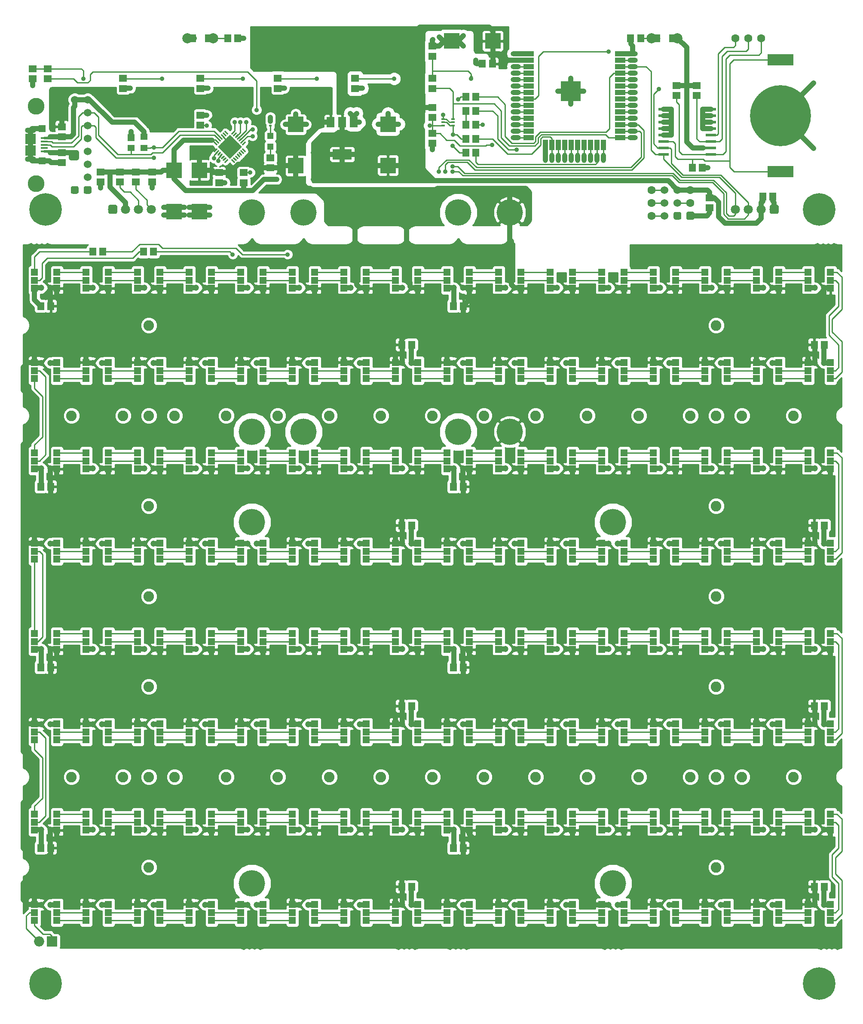
<source format=gtl>
G04 #@! TF.GenerationSoftware,KiCad,Pcbnew,5.0.1-33cea8e~68~ubuntu16.04.1*
G04 #@! TF.CreationDate,2018-10-30T17:20:45+05:30*
G04 #@! TF.ProjectId,ClockIOT,436C6F636B494F542E6B696361645F70,rev 3*
G04 #@! TF.SameCoordinates,Original*
G04 #@! TF.FileFunction,Copper,L1,Top,Signal*
G04 #@! TF.FilePolarity,Positive*
%FSLAX46Y46*%
G04 Gerber Fmt 4.6, Leading zero omitted, Abs format (unit mm)*
G04 Created by KiCad (PCBNEW 5.0.1-33cea8e~68~ubuntu16.04.1) date Tue Oct 30 17:20:45 2018*
%MOMM*%
%LPD*%
G01*
G04 APERTURE LIST*
G04 #@! TA.AperFunction,ComponentPad*
%ADD10C,1.524000*%
G04 #@! TD*
G04 #@! TA.AperFunction,Conductor*
%ADD11C,0.127000*%
G04 #@! TD*
G04 #@! TA.AperFunction,ComponentPad*
%ADD12C,3.302000*%
G04 #@! TD*
G04 #@! TA.AperFunction,SMDPad,CuDef*
%ADD13R,3.800000X2.000000*%
G04 #@! TD*
G04 #@! TA.AperFunction,SMDPad,CuDef*
%ADD14R,1.500000X2.000000*%
G04 #@! TD*
G04 #@! TA.AperFunction,ComponentPad*
%ADD15O,2.200000X1.100000*%
G04 #@! TD*
G04 #@! TA.AperFunction,SMDPad,CuDef*
%ADD16R,2.000000X2.000000*%
G04 #@! TD*
G04 #@! TA.AperFunction,SMDPad,CuDef*
%ADD17R,1.400000X1.400000*%
G04 #@! TD*
G04 #@! TA.AperFunction,SMDPad,CuDef*
%ADD18R,1.350000X0.400000*%
G04 #@! TD*
G04 #@! TA.AperFunction,SMDPad,CuDef*
%ADD19R,1.400000X1.200000*%
G04 #@! TD*
G04 #@! TA.AperFunction,SMDPad,CuDef*
%ADD20R,1.550000X1.350000*%
G04 #@! TD*
G04 #@! TA.AperFunction,BGAPad,CuDef*
%ADD21C,12.000000*%
G04 #@! TD*
G04 #@! TA.AperFunction,SMDPad,CuDef*
%ADD22R,5.200000X2.200000*%
G04 #@! TD*
G04 #@! TA.AperFunction,SMDPad,CuDef*
%ADD23R,1.350000X1.550000*%
G04 #@! TD*
G04 #@! TA.AperFunction,SMDPad,CuDef*
%ADD24R,0.600000X0.400000*%
G04 #@! TD*
G04 #@! TA.AperFunction,SMDPad,CuDef*
%ADD25R,1.198880X1.198880*%
G04 #@! TD*
G04 #@! TA.AperFunction,ComponentPad*
%ADD26C,1.200000*%
G04 #@! TD*
G04 #@! TA.AperFunction,ComponentPad*
%ADD27C,5.200000*%
G04 #@! TD*
G04 #@! TA.AperFunction,ComponentPad*
%ADD28C,6.400000*%
G04 #@! TD*
G04 #@! TA.AperFunction,ComponentPad*
%ADD29C,0.800000*%
G04 #@! TD*
G04 #@! TA.AperFunction,SMDPad,CuDef*
%ADD30R,2.000000X1.000000*%
G04 #@! TD*
G04 #@! TA.AperFunction,SMDPad,CuDef*
%ADD31R,1.000000X2.000000*%
G04 #@! TD*
G04 #@! TA.AperFunction,SMDPad,CuDef*
%ADD32R,4.000000X4.000000*%
G04 #@! TD*
G04 #@! TA.AperFunction,ComponentPad*
%ADD33O,2.000000X1.000000*%
G04 #@! TD*
G04 #@! TA.AperFunction,ComponentPad*
%ADD34O,1.000000X2.000000*%
G04 #@! TD*
G04 #@! TA.AperFunction,WasherPad*
%ADD35C,2.082800*%
G04 #@! TD*
G04 #@! TA.AperFunction,ComponentPad*
%ADD36O,2.000000X2.000000*%
G04 #@! TD*
G04 #@! TA.AperFunction,ComponentPad*
%ADD37R,2.000000X2.000000*%
G04 #@! TD*
G04 #@! TA.AperFunction,ComponentPad*
%ADD38C,1.800000*%
G04 #@! TD*
G04 #@! TA.AperFunction,ComponentPad*
%ADD39C,1.600000*%
G04 #@! TD*
G04 #@! TA.AperFunction,SMDPad,CuDef*
%ADD40R,1.300480X1.498600*%
G04 #@! TD*
G04 #@! TA.AperFunction,ComponentPad*
%ADD41C,2.000000*%
G04 #@! TD*
G04 #@! TA.AperFunction,SMDPad,CuDef*
%ADD42R,1.998980X0.599440*%
G04 #@! TD*
G04 #@! TA.AperFunction,SMDPad,CuDef*
%ADD43R,3.048000X3.048000*%
G04 #@! TD*
G04 #@! TA.AperFunction,SMDPad,CuDef*
%ADD44R,0.650000X0.400000*%
G04 #@! TD*
G04 #@! TA.AperFunction,SMDPad,CuDef*
%ADD45C,1.675000*%
G04 #@! TD*
G04 #@! TA.AperFunction,SMDPad,CuDef*
%ADD46C,0.300000*%
G04 #@! TD*
G04 #@! TA.AperFunction,Conductor*
%ADD47C,0.300000*%
G04 #@! TD*
G04 #@! TA.AperFunction,ViaPad*
%ADD48C,0.900000*%
G04 #@! TD*
G04 #@! TA.AperFunction,Conductor*
%ADD49C,1.016000*%
G04 #@! TD*
G04 #@! TA.AperFunction,Conductor*
%ADD50C,0.254000*%
G04 #@! TD*
G04 #@! TA.AperFunction,Conductor*
%ADD51C,0.508000*%
G04 #@! TD*
G04 #@! TA.AperFunction,Conductor*
%ADD52C,0.250000*%
G04 #@! TD*
G04 #@! TA.AperFunction,Conductor*
%ADD53C,0.025400*%
G04 #@! TD*
G04 APERTURE END LIST*
D10*
G04 #@! TO.P,P3,1*
G04 #@! TO.N,/esp_pwr_uart/VBUS*
X60960000Y-66040000D03*
D11*
G04 #@! TD*
G04 #@! TO.N,GND*
G04 #@! TO.C,P3*
G36*
X61378345Y-83059835D02*
X61415329Y-83065321D01*
X61451598Y-83074406D01*
X61486802Y-83087002D01*
X61520602Y-83102988D01*
X61552672Y-83122210D01*
X61582704Y-83144483D01*
X61610408Y-83169592D01*
X61635517Y-83197296D01*
X61657790Y-83227328D01*
X61677012Y-83259398D01*
X61692998Y-83293198D01*
X61705594Y-83328402D01*
X61714679Y-83364671D01*
X61720165Y-83401655D01*
X61722000Y-83439000D01*
X61722000Y-84201000D01*
X61720165Y-84238345D01*
X61714679Y-84275329D01*
X61705594Y-84311598D01*
X61692998Y-84346802D01*
X61677012Y-84380602D01*
X61657790Y-84412672D01*
X61635517Y-84442704D01*
X61610408Y-84470408D01*
X61582704Y-84495517D01*
X61552672Y-84517790D01*
X61520602Y-84537012D01*
X61486802Y-84552998D01*
X61451598Y-84565594D01*
X61415329Y-84574679D01*
X61378345Y-84580165D01*
X61341000Y-84582000D01*
X60579000Y-84582000D01*
X60541655Y-84580165D01*
X60504671Y-84574679D01*
X60468402Y-84565594D01*
X60433198Y-84552998D01*
X60399398Y-84537012D01*
X60367328Y-84517790D01*
X60337296Y-84495517D01*
X60309592Y-84470408D01*
X60284483Y-84442704D01*
X60262210Y-84412672D01*
X60242988Y-84380602D01*
X60227002Y-84346802D01*
X60214406Y-84311598D01*
X60205321Y-84275329D01*
X60199835Y-84238345D01*
X60198000Y-84201000D01*
X60198000Y-83439000D01*
X60199835Y-83401655D01*
X60205321Y-83364671D01*
X60214406Y-83328402D01*
X60227002Y-83293198D01*
X60242988Y-83259398D01*
X60262210Y-83227328D01*
X60284483Y-83197296D01*
X60309592Y-83169592D01*
X60337296Y-83144483D01*
X60367328Y-83122210D01*
X60399398Y-83102988D01*
X60433198Y-83087002D01*
X60468402Y-83074406D01*
X60504671Y-83065321D01*
X60541655Y-83059835D01*
X60579000Y-83058000D01*
X61341000Y-83058000D01*
X61378345Y-83059835D01*
X61378345Y-83059835D01*
G37*
D10*
G04 #@! TO.P,P3,10*
G04 #@! TO.N,GND*
X60960000Y-83820000D03*
D11*
G04 #@! TD*
G04 #@! TO.N,GND*
G04 #@! TO.C,P3*
G36*
X63918345Y-83059835D02*
X63955329Y-83065321D01*
X63991598Y-83074406D01*
X64026802Y-83087002D01*
X64060602Y-83102988D01*
X64092672Y-83122210D01*
X64122704Y-83144483D01*
X64150408Y-83169592D01*
X64175517Y-83197296D01*
X64197790Y-83227328D01*
X64217012Y-83259398D01*
X64232998Y-83293198D01*
X64245594Y-83328402D01*
X64254679Y-83364671D01*
X64260165Y-83401655D01*
X64262000Y-83439000D01*
X64262000Y-84201000D01*
X64260165Y-84238345D01*
X64254679Y-84275329D01*
X64245594Y-84311598D01*
X64232998Y-84346802D01*
X64217012Y-84380602D01*
X64197790Y-84412672D01*
X64175517Y-84442704D01*
X64150408Y-84470408D01*
X64122704Y-84495517D01*
X64092672Y-84517790D01*
X64060602Y-84537012D01*
X64026802Y-84552998D01*
X63991598Y-84565594D01*
X63955329Y-84574679D01*
X63918345Y-84580165D01*
X63881000Y-84582000D01*
X63119000Y-84582000D01*
X63081655Y-84580165D01*
X63044671Y-84574679D01*
X63008402Y-84565594D01*
X62973198Y-84552998D01*
X62939398Y-84537012D01*
X62907328Y-84517790D01*
X62877296Y-84495517D01*
X62849592Y-84470408D01*
X62824483Y-84442704D01*
X62802210Y-84412672D01*
X62782988Y-84380602D01*
X62767002Y-84346802D01*
X62754406Y-84311598D01*
X62745321Y-84275329D01*
X62739835Y-84238345D01*
X62738000Y-84201000D01*
X62738000Y-83439000D01*
X62739835Y-83401655D01*
X62745321Y-83364671D01*
X62754406Y-83328402D01*
X62767002Y-83293198D01*
X62782988Y-83259398D01*
X62802210Y-83227328D01*
X62824483Y-83197296D01*
X62849592Y-83169592D01*
X62877296Y-83144483D01*
X62907328Y-83122210D01*
X62939398Y-83102988D01*
X62973198Y-83087002D01*
X63008402Y-83074406D01*
X63044671Y-83065321D01*
X63081655Y-83059835D01*
X63119000Y-83058000D01*
X63881000Y-83058000D01*
X63918345Y-83059835D01*
X63918345Y-83059835D01*
G37*
D10*
G04 #@! TO.P,P3,9*
G04 #@! TO.N,GND*
X63500000Y-83820000D03*
G04 #@! TO.P,P3,8*
G04 #@! TO.N,N/C*
X63500000Y-81280000D03*
G04 #@! TO.P,P3,7*
X63500000Y-78740000D03*
G04 #@! TO.P,P3,2*
G04 #@! TO.N,/esp_pwr_uart/VBUS*
X63500000Y-66040000D03*
G04 #@! TO.P,P3,3*
G04 #@! TO.N,/esp_pwr_uart/USB_D-*
X63500000Y-68580000D03*
G04 #@! TO.P,P3,4*
G04 #@! TO.N,/esp_pwr_uart/USB_D+*
X63500000Y-71120000D03*
G04 #@! TO.P,P3,5*
G04 #@! TO.N,N/C*
X63500000Y-73660000D03*
G04 #@! TO.P,P3,6*
X63500000Y-76200000D03*
D12*
G04 #@! TO.P,P3,11*
X53340000Y-82550000D03*
G04 #@! TO.P,P3,12*
X53340000Y-67310000D03*
G04 #@! TD*
D13*
G04 #@! TO.P,U131,2*
G04 #@! TO.N,/3V3*
X113665000Y-76810000D03*
D14*
X113665000Y-70510000D03*
G04 #@! TO.P,U131,3*
G04 #@! TO.N,/5V*
X111365000Y-70510000D03*
G04 #@! TO.P,U131,1*
G04 #@! TO.N,GND*
X115965000Y-70510000D03*
G04 #@! TD*
D15*
G04 #@! TO.P,P1,6*
G04 #@! TO.N,Net-(L2-Pad2)*
X52250000Y-77765000D03*
X52250000Y-72095000D03*
D16*
X52250000Y-73780000D03*
D17*
X54500000Y-78130000D03*
D18*
G04 #@! TO.P,P1,3*
G04 #@! TO.N,/esp_pwr_uart/USB_D+*
X54925000Y-74930000D03*
G04 #@! TO.P,P1,4*
G04 #@! TO.N,N/C*
X54925000Y-75580000D03*
G04 #@! TO.P,P1,5*
G04 #@! TO.N,GND*
X54925000Y-76230000D03*
G04 #@! TO.P,P1,1*
G04 #@! TO.N,/esp_pwr_uart/VBUS*
X54925000Y-73630000D03*
G04 #@! TO.P,P1,2*
G04 #@! TO.N,/esp_pwr_uart/USB_D-*
X54925000Y-74280000D03*
D17*
G04 #@! TO.P,P1,6*
G04 #@! TO.N,Net-(L2-Pad2)*
X54500000Y-71730000D03*
D16*
X52250000Y-76080000D03*
G04 #@! TD*
D19*
G04 #@! TO.P,D1,4*
G04 #@! TO.N,/esp_pwr_uart/VBUS*
X74630000Y-73400000D03*
G04 #@! TO.P,D1,3*
G04 #@! TO.N,/esp_pwr_uart/USB_D+*
X74630000Y-75600000D03*
G04 #@! TO.P,D1,2*
G04 #@! TO.N,/esp_pwr_uart/USB_D-*
X72030000Y-75600000D03*
D17*
G04 #@! TO.P,D1,1*
G04 #@! TO.N,GND*
X72030000Y-73500000D03*
G04 #@! TD*
D20*
G04 #@! TO.P,C31,1*
G04 #@! TO.N,GND*
X66040000Y-82280000D03*
G04 #@! TO.P,C31,2*
G04 #@! TO.N,/3V3*
X66040000Y-80280000D03*
G04 #@! TD*
G04 #@! TO.P,C26,1*
G04 #@! TO.N,/5V*
X89408000Y-80407000D03*
G04 #@! TO.P,C26,2*
G04 #@! TO.N,GND*
X89408000Y-82407000D03*
G04 #@! TD*
D21*
G04 #@! TO.P,BT1,2*
G04 #@! TO.N,GND*
X200025000Y-69215000D03*
D22*
G04 #@! TO.P,BT1,1*
G04 #@! TO.N,/rtc_ds3231/BAT*
X200025000Y-80215000D03*
X200025000Y-58215000D03*
G04 #@! TD*
D23*
G04 #@! TO.P,C12,1*
G04 #@! TO.N,GND*
X127365000Y-185420000D03*
G04 #@! TO.P,C12,2*
G04 #@! TO.N,/5V*
X125365000Y-185420000D03*
G04 #@! TD*
G04 #@! TO.P,C7,1*
G04 #@! TO.N,GND*
X208645000Y-149860000D03*
G04 #@! TO.P,C7,2*
G04 #@! TO.N,/5V*
X206645000Y-149860000D03*
G04 #@! TD*
G04 #@! TO.P,C8,1*
G04 #@! TO.N,GND*
X127365000Y-149860000D03*
G04 #@! TO.P,C8,2*
G04 #@! TO.N,/5V*
X125365000Y-149860000D03*
G04 #@! TD*
D20*
G04 #@! TO.P,C24,1*
G04 #@! TO.N,/3V3*
X76200000Y-80280000D03*
G04 #@! TO.P,C24,2*
G04 #@! TO.N,GND*
X76200000Y-82280000D03*
G04 #@! TD*
D23*
G04 #@! TO.P,C22,1*
G04 #@! TO.N,/rtc_ds3231/BAT*
X182600000Y-79500000D03*
G04 #@! TO.P,C22,2*
G04 #@! TO.N,GND*
X184600000Y-79500000D03*
G04 #@! TD*
G04 #@! TO.P,C28,1*
G04 #@! TO.N,/3V3*
X143250000Y-59000000D03*
G04 #@! TO.P,C28,2*
G04 #@! TO.N,GND*
X141250000Y-59000000D03*
G04 #@! TD*
D20*
G04 #@! TO.P,C21,1*
G04 #@! TO.N,GND*
X131445000Y-55515000D03*
G04 #@! TO.P,C21,2*
G04 #@! TO.N,Net-(C21-Pad2)*
X131445000Y-57515000D03*
G04 #@! TD*
G04 #@! TO.P,C20,1*
G04 #@! TO.N,Net-(C20-Pad1)*
X52705000Y-59960000D03*
G04 #@! TO.P,C20,2*
G04 #@! TO.N,GND*
X52705000Y-61960000D03*
G04 #@! TD*
G04 #@! TO.P,C29,1*
G04 #@! TO.N,/3V3*
X186055000Y-85360000D03*
G04 #@! TO.P,C29,2*
G04 #@! TO.N,GND*
X186055000Y-87360000D03*
G04 #@! TD*
D23*
G04 #@! TO.P,C30,1*
G04 #@! TO.N,GND*
X198485000Y-85090000D03*
G04 #@! TO.P,C30,2*
G04 #@! TO.N,/3V3*
X196485000Y-85090000D03*
G04 #@! TD*
D20*
G04 #@! TO.P,C19,1*
G04 #@! TO.N,/EN*
X131445000Y-72660000D03*
G04 #@! TO.P,C19,2*
G04 #@! TO.N,GND*
X131445000Y-74660000D03*
G04 #@! TD*
D23*
G04 #@! TO.P,C9,1*
G04 #@! TO.N,/5V*
X56245000Y-177800000D03*
G04 #@! TO.P,C9,2*
G04 #@! TO.N,GND*
X54245000Y-177800000D03*
G04 #@! TD*
G04 #@! TO.P,C6,1*
G04 #@! TO.N,/5V*
X137525000Y-142240000D03*
G04 #@! TO.P,C6,2*
G04 #@! TO.N,GND*
X135525000Y-142240000D03*
G04 #@! TD*
G04 #@! TO.P,C1,1*
G04 #@! TO.N,/5V*
X56245000Y-106680000D03*
G04 #@! TO.P,C1,2*
G04 #@! TO.N,GND*
X54245000Y-106680000D03*
G04 #@! TD*
G04 #@! TO.P,C2,1*
G04 #@! TO.N,/5V*
X137525000Y-106680000D03*
G04 #@! TO.P,C2,2*
G04 #@! TO.N,GND*
X135525000Y-106680000D03*
G04 #@! TD*
G04 #@! TO.P,C3,1*
G04 #@! TO.N,GND*
X208645000Y-114300000D03*
G04 #@! TO.P,C3,2*
G04 #@! TO.N,/5V*
X206645000Y-114300000D03*
G04 #@! TD*
G04 #@! TO.P,C4,1*
G04 #@! TO.N,GND*
X127365000Y-114300000D03*
G04 #@! TO.P,C4,2*
G04 #@! TO.N,/5V*
X125365000Y-114300000D03*
G04 #@! TD*
G04 #@! TO.P,C5,1*
G04 #@! TO.N,/5V*
X56245000Y-142240000D03*
G04 #@! TO.P,C5,2*
G04 #@! TO.N,GND*
X54245000Y-142240000D03*
G04 #@! TD*
G04 #@! TO.P,C10,1*
G04 #@! TO.N,/5V*
X137525000Y-177800000D03*
G04 #@! TO.P,C10,2*
G04 #@! TO.N,GND*
X135525000Y-177800000D03*
G04 #@! TD*
G04 #@! TO.P,C11,1*
G04 #@! TO.N,GND*
X208645000Y-185420000D03*
G04 #@! TO.P,C11,2*
G04 #@! TO.N,/5V*
X206645000Y-185420000D03*
G04 #@! TD*
G04 #@! TO.P,C13,1*
G04 #@! TO.N,/5V*
X56245000Y-213360000D03*
G04 #@! TO.P,C13,2*
G04 #@! TO.N,GND*
X54245000Y-213360000D03*
G04 #@! TD*
G04 #@! TO.P,C14,1*
G04 #@! TO.N,/5V*
X137525000Y-213360000D03*
G04 #@! TO.P,C14,2*
G04 #@! TO.N,GND*
X135525000Y-213360000D03*
G04 #@! TD*
G04 #@! TO.P,C15,1*
G04 #@! TO.N,GND*
X208645000Y-220980000D03*
G04 #@! TO.P,C15,2*
G04 #@! TO.N,/5V*
X206645000Y-220980000D03*
G04 #@! TD*
G04 #@! TO.P,C16,1*
G04 #@! TO.N,GND*
X127365000Y-220980000D03*
G04 #@! TO.P,C16,2*
G04 #@! TO.N,/5V*
X125365000Y-220980000D03*
G04 #@! TD*
D20*
G04 #@! TO.P,R9,1*
G04 #@! TO.N,/3V3*
X69850000Y-80280000D03*
G04 #@! TO.P,R9,2*
G04 #@! TO.N,/SDA*
X69850000Y-82280000D03*
G04 #@! TD*
G04 #@! TO.P,L2,1*
G04 #@! TO.N,GND*
X58420000Y-76470000D03*
G04 #@! TO.P,L2,2*
G04 #@! TO.N,Net-(L2-Pad2)*
X58420000Y-78470000D03*
G04 #@! TD*
G04 #@! TO.P,R25,1*
G04 #@! TO.N,/SW_M*
X70485000Y-61865000D03*
G04 #@! TO.P,R25,2*
G04 #@! TO.N,GND*
X70485000Y-63865000D03*
G04 #@! TD*
G04 #@! TO.P,R24,1*
G04 #@! TO.N,/SW_D*
X85725000Y-61865000D03*
G04 #@! TO.P,R24,2*
G04 #@! TO.N,GND*
X85725000Y-63865000D03*
G04 #@! TD*
G04 #@! TO.P,R11,1*
G04 #@! TO.N,/SW_I*
X100965000Y-61865000D03*
G04 #@! TO.P,R11,2*
G04 #@! TO.N,GND*
X100965000Y-63865000D03*
G04 #@! TD*
G04 #@! TO.P,R10,1*
G04 #@! TO.N,/SW_E*
X116205000Y-61865000D03*
G04 #@! TO.P,R10,2*
G04 #@! TO.N,GND*
X116205000Y-63865000D03*
G04 #@! TD*
D23*
G04 #@! TO.P,R23,1*
G04 #@! TO.N,/RXD0*
X140000000Y-68250000D03*
G04 #@! TO.P,R23,2*
G04 #@! TO.N,/esp_pwr_uart/TXD*
X138000000Y-68250000D03*
G04 #@! TD*
G04 #@! TO.P,R22,1*
G04 #@! TO.N,Net-(R22-Pad1)*
X140000000Y-71000000D03*
G04 #@! TO.P,R22,2*
G04 #@! TO.N,/esp_pwr_uart/TXD*
X138000000Y-71000000D03*
G04 #@! TD*
G04 #@! TO.P,R20,1*
G04 #@! TO.N,/IO13*
X140000000Y-73750000D03*
G04 #@! TO.P,R20,2*
G04 #@! TO.N,/esp_pwr_uart/RTS*
X138000000Y-73750000D03*
G04 #@! TD*
G04 #@! TO.P,R19,1*
G04 #@! TO.N,/IO15*
X140000000Y-76500000D03*
G04 #@! TO.P,R19,2*
G04 #@! TO.N,/esp_pwr_uart/CTS*
X138000000Y-76500000D03*
G04 #@! TD*
D20*
G04 #@! TO.P,R18,1*
G04 #@! TO.N,Net-(C21-Pad2)*
X131445000Y-61865000D03*
G04 #@! TO.P,R18,2*
G04 #@! TO.N,/IO0*
X131445000Y-63865000D03*
G04 #@! TD*
G04 #@! TO.P,R16,1*
G04 #@! TO.N,Net-(C20-Pad1)*
X55626000Y-59960000D03*
G04 #@! TO.P,R16,2*
G04 #@! TO.N,/EN*
X55626000Y-61960000D03*
G04 #@! TD*
G04 #@! TO.P,R4,1*
G04 #@! TO.N,Net-(D2-Pad1)*
X99500000Y-77500000D03*
G04 #@! TO.P,R4,2*
G04 #@! TO.N,/5V*
X99500000Y-79500000D03*
G04 #@! TD*
G04 #@! TO.P,R3,1*
G04 #@! TO.N,/3V3*
X131445000Y-67580000D03*
G04 #@! TO.P,R3,2*
G04 #@! TO.N,/EN*
X131445000Y-69580000D03*
G04 #@! TD*
G04 #@! TO.P,R8,1*
G04 #@! TO.N,/3V3*
X73025000Y-80280000D03*
G04 #@! TO.P,R8,2*
G04 #@! TO.N,/SCL*
X73025000Y-82280000D03*
G04 #@! TD*
G04 #@! TO.P,R7,1*
G04 #@! TO.N,/3V3*
X179500000Y-63250000D03*
G04 #@! TO.P,R7,2*
G04 #@! TO.N,/rtc_ds3231/32kHz*
X179500000Y-65250000D03*
G04 #@! TD*
G04 #@! TO.P,R6,1*
G04 #@! TO.N,/3V3*
X183500000Y-63250000D03*
G04 #@! TO.P,R6,2*
G04 #@! TO.N,/rtc_ds3231/SQR*
X183500000Y-65250000D03*
G04 #@! TD*
D23*
G04 #@! TO.P,R21,1*
G04 #@! TO.N,/TXD0*
X140000000Y-65500000D03*
G04 #@! TO.P,R21,2*
G04 #@! TO.N,/esp_pwr_uart/RXD*
X138000000Y-65500000D03*
G04 #@! TD*
G04 #@! TO.P,R1,1*
G04 #@! TO.N,/DAT_IN*
X66500000Y-96000000D03*
G04 #@! TO.P,R1,2*
G04 #@! TO.N,/DI_A*
X64500000Y-96000000D03*
G04 #@! TD*
G04 #@! TO.P,R2,1*
G04 #@! TO.N,/CLK_IN*
X76500000Y-96000000D03*
G04 #@! TO.P,R2,2*
G04 #@! TO.N,/CI_A*
X74500000Y-96000000D03*
G04 #@! TD*
G04 #@! TO.P,R12,1*
G04 #@! TO.N,GND*
X93075000Y-53975000D03*
G04 #@! TO.P,R12,2*
G04 #@! TO.N,/LDR1*
X91075000Y-53975000D03*
G04 #@! TD*
G04 #@! TO.P,R13,1*
G04 #@! TO.N,/LDR2*
X172450000Y-53975000D03*
G04 #@! TO.P,R13,2*
G04 #@! TO.N,GND*
X170450000Y-53975000D03*
G04 #@! TD*
D20*
G04 #@! TO.P,L1,1*
G04 #@! TO.N,/5V*
X58420000Y-71390000D03*
G04 #@! TO.P,L1,2*
G04 #@! TO.N,/esp_pwr_uart/VBUS*
X58420000Y-73390000D03*
G04 #@! TD*
D24*
G04 #@! TO.P,JP1,2*
G04 #@! TO.N,Net-(D2-Pad2)*
X99500000Y-71200000D03*
G04 #@! TO.P,JP1,1*
G04 #@! TO.N,GND*
X99500000Y-70300000D03*
G04 #@! TD*
D25*
G04 #@! TO.P,D2,2*
G04 #@! TO.N,Net-(D2-Pad2)*
X99500000Y-73200980D03*
G04 #@! TO.P,D2,1*
G04 #@! TO.N,Net-(D2-Pad1)*
X99500000Y-75299020D03*
G04 #@! TD*
D17*
G04 #@! TO.P,U123,3*
G04 #@! TO.N,GND*
X108245000Y-224460000D03*
G04 #@! TO.P,U123,4*
G04 #@! TO.N,/5V*
X103845000Y-224460000D03*
G04 #@! TO.P,U123,5*
G04 #@! TO.N,Net-(U123-Pad5)*
X103845000Y-226060000D03*
G04 #@! TO.P,U123,2*
G04 #@! TO.N,Net-(U122-Pad5)*
X108245000Y-226060000D03*
G04 #@! TO.P,U123,1*
G04 #@! TO.N,Net-(U122-Pad6)*
X108245000Y-227660000D03*
G04 #@! TO.P,U123,6*
G04 #@! TO.N,Net-(U123-Pad6)*
X103845000Y-227660000D03*
D26*
G04 #@! TO.P,U123,3*
G04 #@! TO.N,GND*
X106945000Y-224560000D03*
G04 #@! TO.P,U123,4*
G04 #@! TO.N,/5V*
X105145000Y-224560000D03*
G04 #@! TD*
D27*
G04 #@! TO.P,HB54,1*
G04 #@! TO.N,N/C*
X95885000Y-220345000D03*
G04 #@! TD*
G04 #@! TO.P,HB53,1*
G04 #@! TO.N,N/C*
X167005000Y-220345000D03*
G04 #@! TD*
G04 #@! TO.P,HB52,1*
G04 #@! TO.N,N/C*
X167005000Y-149225000D03*
G04 #@! TD*
G04 #@! TO.P,HB51,1*
G04 #@! TO.N,N/C*
X95885000Y-149225000D03*
G04 #@! TD*
D28*
G04 #@! TO.P,HB47,1*
G04 #@! TO.N,N/C*
X55245000Y-87630000D03*
D29*
X57645000Y-87630000D03*
X56942056Y-89327056D03*
X55245000Y-90030000D03*
X53547944Y-89327056D03*
X52845000Y-87630000D03*
X53547944Y-85932944D03*
X55245000Y-85230000D03*
X56942056Y-85932944D03*
G04 #@! TD*
D28*
G04 #@! TO.P,HB48,1*
G04 #@! TO.N,N/C*
X207645000Y-87630000D03*
D29*
X210045000Y-87630000D03*
X209342056Y-89327056D03*
X207645000Y-90030000D03*
X205947944Y-89327056D03*
X205245000Y-87630000D03*
X205947944Y-85932944D03*
X207645000Y-85230000D03*
X209342056Y-85932944D03*
G04 #@! TD*
D28*
G04 #@! TO.P,HB49,1*
G04 #@! TO.N,N/C*
X55245000Y-240030000D03*
D29*
X57645000Y-240030000D03*
X56942056Y-241727056D03*
X55245000Y-242430000D03*
X53547944Y-241727056D03*
X52845000Y-240030000D03*
X53547944Y-238332944D03*
X55245000Y-237630000D03*
X56942056Y-238332944D03*
G04 #@! TD*
D28*
G04 #@! TO.P,HB50,1*
G04 #@! TO.N,N/C*
X207645000Y-240030000D03*
D29*
X210045000Y-240030000D03*
X209342056Y-241727056D03*
X207645000Y-242430000D03*
X205947944Y-241727056D03*
X205245000Y-240030000D03*
X205947944Y-238332944D03*
X207645000Y-237630000D03*
X209342056Y-238332944D03*
G04 #@! TD*
D30*
G04 #@! TO.P,U129,1*
G04 #@! TO.N,GND*
X150385000Y-56980000D03*
G04 #@! TO.P,U129,2*
G04 #@! TO.N,/3V3*
X150385000Y-58250000D03*
G04 #@! TO.P,U129,3*
G04 #@! TO.N,/EN*
X150385000Y-59520000D03*
G04 #@! TO.P,U129,4*
G04 #@! TO.N,/SENSOR_VP*
X150385000Y-60790000D03*
G04 #@! TO.P,U129,5*
G04 #@! TO.N,/SENSOR_VN*
X150385000Y-62060000D03*
G04 #@! TO.P,U129,6*
G04 #@! TO.N,/IO34*
X150385000Y-63330000D03*
G04 #@! TO.P,U129,7*
G04 #@! TO.N,/IO35*
X150385000Y-64600000D03*
G04 #@! TO.P,U129,8*
G04 #@! TO.N,/LDR2*
X150385000Y-65870000D03*
G04 #@! TO.P,U129,9*
G04 #@! TO.N,/LDR1*
X150385000Y-67140000D03*
G04 #@! TO.P,U129,10*
G04 #@! TO.N,/IO25*
X150385000Y-68410000D03*
G04 #@! TO.P,U129,11*
G04 #@! TO.N,/IO26*
X150385000Y-69680000D03*
G04 #@! TO.P,U129,12*
G04 #@! TO.N,/IO27*
X150385000Y-70950000D03*
G04 #@! TO.P,U129,13*
G04 #@! TO.N,/IO14*
X150385000Y-72220000D03*
G04 #@! TO.P,U129,14*
G04 #@! TO.N,/IO12*
X150385000Y-73490000D03*
D31*
G04 #@! TO.P,U129,15*
G04 #@! TO.N,GND*
X153670000Y-74980000D03*
G04 #@! TO.P,U129,16*
G04 #@! TO.N,/IO13*
X154940000Y-74980000D03*
G04 #@! TO.P,U129,17*
G04 #@! TO.N,/SD2*
X156210000Y-74980000D03*
G04 #@! TO.P,U129,18*
G04 #@! TO.N,/SD3*
X157480000Y-74980000D03*
G04 #@! TO.P,U129,19*
G04 #@! TO.N,/CMD*
X158750000Y-74980000D03*
G04 #@! TO.P,U129,20*
G04 #@! TO.N,/CLK*
X160020000Y-74980000D03*
G04 #@! TO.P,U129,21*
G04 #@! TO.N,/SDO*
X161290000Y-74980000D03*
G04 #@! TO.P,U129,22*
G04 #@! TO.N,/SDI*
X162560000Y-74980000D03*
G04 #@! TO.P,U129,23*
G04 #@! TO.N,/IO15*
X163830000Y-74980000D03*
G04 #@! TO.P,U129,24*
G04 #@! TO.N,/IO2*
X165100000Y-74980000D03*
D30*
G04 #@! TO.P,U129,25*
G04 #@! TO.N,/IO0*
X168385000Y-73490000D03*
G04 #@! TO.P,U129,26*
G04 #@! TO.N,/DAT_IN*
X168385000Y-72220000D03*
G04 #@! TO.P,U129,27*
G04 #@! TO.N,/CLK_IN*
X168385000Y-70950000D03*
G04 #@! TO.P,U129,28*
G04 #@! TO.N,/SW_E*
X168385000Y-69680000D03*
G04 #@! TO.P,U129,29*
G04 #@! TO.N,/SW_I*
X168385000Y-68410000D03*
G04 #@! TO.P,U129,30*
G04 #@! TO.N,/SW_D*
X168385000Y-67140000D03*
G04 #@! TO.P,U129,31*
G04 #@! TO.N,/SW_M*
X168385000Y-65870000D03*
G04 #@! TO.P,U129,32*
G04 #@! TO.N,/NC*
X168385000Y-64600000D03*
G04 #@! TO.P,U129,33*
G04 #@! TO.N,/SDA*
X168385000Y-63330000D03*
G04 #@! TO.P,U129,34*
G04 #@! TO.N,/RXD0*
X168385000Y-62060000D03*
G04 #@! TO.P,U129,35*
G04 #@! TO.N,/TXD0*
X168385000Y-60790000D03*
G04 #@! TO.P,U129,36*
G04 #@! TO.N,/SCL*
X168385000Y-59520000D03*
G04 #@! TO.P,U129,37*
G04 #@! TO.N,/IO23*
X168385000Y-58250000D03*
G04 #@! TO.P,U129,38*
G04 #@! TO.N,GND*
X168385000Y-56980000D03*
D32*
G04 #@! TO.P,U129,39*
X158685000Y-64380000D03*
D33*
G04 #@! TO.P,U129,1*
X147885000Y-56980000D03*
G04 #@! TO.P,U129,2*
G04 #@! TO.N,/3V3*
X147885000Y-58250000D03*
G04 #@! TO.P,U129,3*
G04 #@! TO.N,/EN*
X147885000Y-59520000D03*
G04 #@! TO.P,U129,4*
G04 #@! TO.N,/SENSOR_VP*
X147885000Y-60790000D03*
G04 #@! TO.P,U129,5*
G04 #@! TO.N,/SENSOR_VN*
X147885000Y-62060000D03*
G04 #@! TO.P,U129,6*
G04 #@! TO.N,/IO34*
X147885000Y-63330000D03*
G04 #@! TO.P,U129,7*
G04 #@! TO.N,/IO35*
X147885000Y-64600000D03*
G04 #@! TO.P,U129,8*
G04 #@! TO.N,/LDR2*
X147885000Y-65870000D03*
G04 #@! TO.P,U129,9*
G04 #@! TO.N,/LDR1*
X147885000Y-67140000D03*
G04 #@! TO.P,U129,10*
G04 #@! TO.N,/IO25*
X147885000Y-68410000D03*
G04 #@! TO.P,U129,11*
G04 #@! TO.N,/IO26*
X147885000Y-69680000D03*
G04 #@! TO.P,U129,12*
G04 #@! TO.N,/IO27*
X147885000Y-70950000D03*
G04 #@! TO.P,U129,13*
G04 #@! TO.N,/IO14*
X147885000Y-72220000D03*
G04 #@! TO.P,U129,14*
G04 #@! TO.N,/IO12*
X147885000Y-73490000D03*
G04 #@! TO.P,U129,37*
G04 #@! TO.N,/IO23*
X170885000Y-58250000D03*
G04 #@! TO.P,U129,30*
G04 #@! TO.N,/SW_D*
X170885000Y-67140000D03*
G04 #@! TO.P,U129,29*
G04 #@! TO.N,/SW_I*
X170885000Y-68410000D03*
G04 #@! TO.P,U129,35*
G04 #@! TO.N,/TXD0*
X170885000Y-60790000D03*
G04 #@! TO.P,U129,38*
G04 #@! TO.N,GND*
X170885000Y-56980000D03*
G04 #@! TO.P,U129,28*
G04 #@! TO.N,/SW_E*
X170885000Y-69680000D03*
G04 #@! TO.P,U129,33*
G04 #@! TO.N,/SDA*
X170885000Y-63330000D03*
G04 #@! TO.P,U129,25*
G04 #@! TO.N,/IO0*
X170885000Y-73490000D03*
G04 #@! TO.P,U129,26*
G04 #@! TO.N,/DAT_IN*
X170885000Y-72220000D03*
G04 #@! TO.P,U129,31*
G04 #@! TO.N,/SW_M*
X170885000Y-65870000D03*
G04 #@! TO.P,U129,32*
G04 #@! TO.N,/NC*
X170885000Y-64600000D03*
G04 #@! TO.P,U129,34*
G04 #@! TO.N,/RXD0*
X170885000Y-62060000D03*
G04 #@! TO.P,U129,27*
G04 #@! TO.N,/CLK_IN*
X170885000Y-70950000D03*
G04 #@! TO.P,U129,36*
G04 #@! TO.N,/SCL*
X170885000Y-59520000D03*
D34*
G04 #@! TO.P,U129,15*
G04 #@! TO.N,GND*
X153670000Y-77480000D03*
G04 #@! TO.P,U129,16*
G04 #@! TO.N,/IO13*
X154940000Y-77480000D03*
G04 #@! TO.P,U129,17*
G04 #@! TO.N,/SD2*
X156210000Y-77480000D03*
G04 #@! TO.P,U129,18*
G04 #@! TO.N,/SD3*
X157480000Y-77480000D03*
G04 #@! TO.P,U129,19*
G04 #@! TO.N,/CMD*
X158750000Y-77480000D03*
G04 #@! TO.P,U129,21*
G04 #@! TO.N,/SDO*
X161290000Y-77480000D03*
G04 #@! TO.P,U129,22*
G04 #@! TO.N,/SDI*
X162560000Y-77480000D03*
G04 #@! TO.P,U129,23*
G04 #@! TO.N,/IO15*
X163830000Y-77480000D03*
G04 #@! TO.P,U129,24*
G04 #@! TO.N,/IO2*
X165100000Y-77480000D03*
G04 #@! TO.P,U129,20*
G04 #@! TO.N,/CLK*
X160020000Y-77480000D03*
G04 #@! TD*
D35*
G04 #@! TO.P,HB44,*
G04 #@! TO.N,*
X187325000Y-217170000D03*
G04 #@! TD*
G04 #@! TO.P,HB43,*
G04 #@! TO.N,*
X187325000Y-199390000D03*
G04 #@! TD*
G04 #@! TO.P,HB42,*
G04 #@! TO.N,*
X187325000Y-181610000D03*
G04 #@! TD*
G04 #@! TO.P,HB41,*
G04 #@! TO.N,*
X187325000Y-163830000D03*
G04 #@! TD*
G04 #@! TO.P,HB40,*
G04 #@! TO.N,*
X187325000Y-146050000D03*
G04 #@! TD*
G04 #@! TO.P,HB39,*
G04 #@! TO.N,*
X187325000Y-128270000D03*
G04 #@! TD*
G04 #@! TO.P,HB38,*
G04 #@! TO.N,*
X187325000Y-110490000D03*
G04 #@! TD*
G04 #@! TO.P,HB37,*
G04 #@! TO.N,*
X75565000Y-217170000D03*
G04 #@! TD*
G04 #@! TO.P,HB36,*
G04 #@! TO.N,*
X75565000Y-199390000D03*
G04 #@! TD*
G04 #@! TO.P,HB35,*
G04 #@! TO.N,*
X75565000Y-181610000D03*
G04 #@! TD*
G04 #@! TO.P,HB34,*
G04 #@! TO.N,*
X75565000Y-163830000D03*
G04 #@! TD*
G04 #@! TO.P,HB33,*
G04 #@! TO.N,*
X75565000Y-146050000D03*
G04 #@! TD*
G04 #@! TO.P,HB32,*
G04 #@! TO.N,*
X75565000Y-128270000D03*
G04 #@! TD*
G04 #@! TO.P,HB31,*
G04 #@! TO.N,*
X75565000Y-110490000D03*
G04 #@! TD*
G04 #@! TO.P,HB30,*
G04 #@! TO.N,*
X202565000Y-199390000D03*
G04 #@! TD*
G04 #@! TO.P,HB29,*
G04 #@! TO.N,*
X192405000Y-199390000D03*
G04 #@! TD*
G04 #@! TO.P,HB28,*
G04 #@! TO.N,*
X182245000Y-199390000D03*
G04 #@! TD*
G04 #@! TO.P,HB27,*
G04 #@! TO.N,*
X172085000Y-199390000D03*
G04 #@! TD*
G04 #@! TO.P,HB26,*
G04 #@! TO.N,*
X161925000Y-199390000D03*
G04 #@! TD*
G04 #@! TO.P,HB25,*
G04 #@! TO.N,*
X151765000Y-199390000D03*
G04 #@! TD*
G04 #@! TO.P,HB24,*
G04 #@! TO.N,*
X141605000Y-199390000D03*
G04 #@! TD*
G04 #@! TO.P,HB23,*
G04 #@! TO.N,*
X131445000Y-199390000D03*
G04 #@! TD*
G04 #@! TO.P,HB22,*
G04 #@! TO.N,*
X121285000Y-199390000D03*
G04 #@! TD*
G04 #@! TO.P,HB21,*
G04 #@! TO.N,*
X111125000Y-199390000D03*
G04 #@! TD*
G04 #@! TO.P,HB20,*
G04 #@! TO.N,*
X100965000Y-199390000D03*
G04 #@! TD*
G04 #@! TO.P,HB19,*
G04 #@! TO.N,*
X90805000Y-199390000D03*
G04 #@! TD*
G04 #@! TO.P,HB18,*
G04 #@! TO.N,*
X80645000Y-199390000D03*
G04 #@! TD*
G04 #@! TO.P,HB17,*
G04 #@! TO.N,*
X70485000Y-199390000D03*
G04 #@! TD*
G04 #@! TO.P,HB16,*
G04 #@! TO.N,*
X60325000Y-199390000D03*
G04 #@! TD*
G04 #@! TO.P,HB15,*
G04 #@! TO.N,*
X202565000Y-128270000D03*
G04 #@! TD*
G04 #@! TO.P,HB14,*
G04 #@! TO.N,*
X192405000Y-128270000D03*
G04 #@! TD*
G04 #@! TO.P,HB13,*
G04 #@! TO.N,*
X182245000Y-128270000D03*
G04 #@! TD*
G04 #@! TO.P,HB12,*
G04 #@! TO.N,*
X172085000Y-128270000D03*
G04 #@! TD*
G04 #@! TO.P,HB11,*
G04 #@! TO.N,*
X161925000Y-128270000D03*
G04 #@! TD*
G04 #@! TO.P,HB10,*
G04 #@! TO.N,*
X151765000Y-128270000D03*
G04 #@! TD*
G04 #@! TO.P,HB9,*
G04 #@! TO.N,*
X141605000Y-128270000D03*
G04 #@! TD*
G04 #@! TO.P,HB8,*
G04 #@! TO.N,*
X131445000Y-128270000D03*
G04 #@! TD*
G04 #@! TO.P,HB7,*
G04 #@! TO.N,*
X121285000Y-128270000D03*
G04 #@! TD*
G04 #@! TO.P,HB6,*
G04 #@! TO.N,*
X111125000Y-128270000D03*
G04 #@! TD*
G04 #@! TO.P,HB5,*
G04 #@! TO.N,*
X100965000Y-128270000D03*
G04 #@! TD*
G04 #@! TO.P,HB4,*
G04 #@! TO.N,*
X90805000Y-128270000D03*
G04 #@! TD*
G04 #@! TO.P,HB3,*
G04 #@! TO.N,*
X80645000Y-128270000D03*
G04 #@! TD*
G04 #@! TO.P,HB2,*
G04 #@! TO.N,*
X70485000Y-128270000D03*
G04 #@! TD*
G04 #@! TO.P,HB1,*
G04 #@! TO.N,*
X60325000Y-128270000D03*
G04 #@! TD*
D36*
G04 #@! TO.P,P2,2*
G04 #@! TO.N,/CLK_OUT*
X53975000Y-231775000D03*
D37*
G04 #@! TO.P,P2,1*
G04 #@! TO.N,/DAT_OUT*
X56515000Y-231775000D03*
G04 #@! TD*
D38*
G04 #@! TO.P,J25,1*
G04 #@! TO.N,/SCL*
X76073000Y-87630000D03*
G04 #@! TO.P,J25,2*
G04 #@! TO.N,/SDA*
X73533000Y-87630000D03*
G04 #@! TO.P,J25,3*
G04 #@! TO.N,/3V3*
X70993000Y-87630000D03*
D11*
G04 #@! TD*
G04 #@! TO.N,GND*
G04 #@! TO.C,J25*
G36*
X68947108Y-86732167D02*
X68990791Y-86738647D01*
X69033628Y-86749377D01*
X69075208Y-86764254D01*
X69115129Y-86783135D01*
X69153007Y-86805839D01*
X69188477Y-86832145D01*
X69221198Y-86861802D01*
X69250855Y-86894523D01*
X69277161Y-86929993D01*
X69299865Y-86967871D01*
X69318746Y-87007792D01*
X69333623Y-87049372D01*
X69344353Y-87092209D01*
X69350833Y-87135892D01*
X69353000Y-87180000D01*
X69353000Y-88080000D01*
X69350833Y-88124108D01*
X69344353Y-88167791D01*
X69333623Y-88210628D01*
X69318746Y-88252208D01*
X69299865Y-88292129D01*
X69277161Y-88330007D01*
X69250855Y-88365477D01*
X69221198Y-88398198D01*
X69188477Y-88427855D01*
X69153007Y-88454161D01*
X69115129Y-88476865D01*
X69075208Y-88495746D01*
X69033628Y-88510623D01*
X68990791Y-88521353D01*
X68947108Y-88527833D01*
X68903000Y-88530000D01*
X68003000Y-88530000D01*
X67958892Y-88527833D01*
X67915209Y-88521353D01*
X67872372Y-88510623D01*
X67830792Y-88495746D01*
X67790871Y-88476865D01*
X67752993Y-88454161D01*
X67717523Y-88427855D01*
X67684802Y-88398198D01*
X67655145Y-88365477D01*
X67628839Y-88330007D01*
X67606135Y-88292129D01*
X67587254Y-88252208D01*
X67572377Y-88210628D01*
X67561647Y-88167791D01*
X67555167Y-88124108D01*
X67553000Y-88080000D01*
X67553000Y-87180000D01*
X67555167Y-87135892D01*
X67561647Y-87092209D01*
X67572377Y-87049372D01*
X67587254Y-87007792D01*
X67606135Y-86967871D01*
X67628839Y-86929993D01*
X67655145Y-86894523D01*
X67684802Y-86861802D01*
X67717523Y-86832145D01*
X67752993Y-86805839D01*
X67790871Y-86783135D01*
X67830792Y-86764254D01*
X67872372Y-86749377D01*
X67915209Y-86738647D01*
X67958892Y-86732167D01*
X68003000Y-86730000D01*
X68903000Y-86730000D01*
X68947108Y-86732167D01*
X68947108Y-86732167D01*
G37*
D38*
G04 #@! TO.P,J25,4*
G04 #@! TO.N,GND*
X68453000Y-87630000D03*
G04 #@! TD*
G04 #@! TO.P,J24,1*
G04 #@! TO.N,/SCL*
X191135000Y-87630000D03*
G04 #@! TO.P,J24,2*
G04 #@! TO.N,/SDA*
X193675000Y-87630000D03*
G04 #@! TO.P,J24,3*
G04 #@! TO.N,/3V3*
X196215000Y-87630000D03*
D11*
G04 #@! TD*
G04 #@! TO.N,GND*
G04 #@! TO.C,J24*
G36*
X199249108Y-86732167D02*
X199292791Y-86738647D01*
X199335628Y-86749377D01*
X199377208Y-86764254D01*
X199417129Y-86783135D01*
X199455007Y-86805839D01*
X199490477Y-86832145D01*
X199523198Y-86861802D01*
X199552855Y-86894523D01*
X199579161Y-86929993D01*
X199601865Y-86967871D01*
X199620746Y-87007792D01*
X199635623Y-87049372D01*
X199646353Y-87092209D01*
X199652833Y-87135892D01*
X199655000Y-87180000D01*
X199655000Y-88080000D01*
X199652833Y-88124108D01*
X199646353Y-88167791D01*
X199635623Y-88210628D01*
X199620746Y-88252208D01*
X199601865Y-88292129D01*
X199579161Y-88330007D01*
X199552855Y-88365477D01*
X199523198Y-88398198D01*
X199490477Y-88427855D01*
X199455007Y-88454161D01*
X199417129Y-88476865D01*
X199377208Y-88495746D01*
X199335628Y-88510623D01*
X199292791Y-88521353D01*
X199249108Y-88527833D01*
X199205000Y-88530000D01*
X198305000Y-88530000D01*
X198260892Y-88527833D01*
X198217209Y-88521353D01*
X198174372Y-88510623D01*
X198132792Y-88495746D01*
X198092871Y-88476865D01*
X198054993Y-88454161D01*
X198019523Y-88427855D01*
X197986802Y-88398198D01*
X197957145Y-88365477D01*
X197930839Y-88330007D01*
X197908135Y-88292129D01*
X197889254Y-88252208D01*
X197874377Y-88210628D01*
X197863647Y-88167791D01*
X197857167Y-88124108D01*
X197855000Y-88080000D01*
X197855000Y-87180000D01*
X197857167Y-87135892D01*
X197863647Y-87092209D01*
X197874377Y-87049372D01*
X197889254Y-87007792D01*
X197908135Y-86967871D01*
X197930839Y-86929993D01*
X197957145Y-86894523D01*
X197986802Y-86861802D01*
X198019523Y-86832145D01*
X198054993Y-86805839D01*
X198092871Y-86783135D01*
X198132792Y-86764254D01*
X198174372Y-86749377D01*
X198217209Y-86738647D01*
X198260892Y-86732167D01*
X198305000Y-86730000D01*
X199205000Y-86730000D01*
X199249108Y-86732167D01*
X199249108Y-86732167D01*
G37*
D38*
G04 #@! TO.P,J24,4*
G04 #@! TO.N,GND*
X198755000Y-87630000D03*
G04 #@! TD*
D10*
G04 #@! TO.P,J20,5*
G04 #@! TO.N,/RST*
X177165000Y-88900000D03*
D11*
G04 #@! TD*
G04 #@! TO.N,GND*
G04 #@! TO.C,J20*
G36*
X180123345Y-88139835D02*
X180160329Y-88145321D01*
X180196598Y-88154406D01*
X180231802Y-88167002D01*
X180265602Y-88182988D01*
X180297672Y-88202210D01*
X180327704Y-88224483D01*
X180355408Y-88249592D01*
X180380517Y-88277296D01*
X180402790Y-88307328D01*
X180422012Y-88339398D01*
X180437998Y-88373198D01*
X180450594Y-88408402D01*
X180459679Y-88444671D01*
X180465165Y-88481655D01*
X180467000Y-88519000D01*
X180467000Y-89281000D01*
X180465165Y-89318345D01*
X180459679Y-89355329D01*
X180450594Y-89391598D01*
X180437998Y-89426802D01*
X180422012Y-89460602D01*
X180402790Y-89492672D01*
X180380517Y-89522704D01*
X180355408Y-89550408D01*
X180327704Y-89575517D01*
X180297672Y-89597790D01*
X180265602Y-89617012D01*
X180231802Y-89632998D01*
X180196598Y-89645594D01*
X180160329Y-89654679D01*
X180123345Y-89660165D01*
X180086000Y-89662000D01*
X179324000Y-89662000D01*
X179286655Y-89660165D01*
X179249671Y-89654679D01*
X179213402Y-89645594D01*
X179178198Y-89632998D01*
X179144398Y-89617012D01*
X179112328Y-89597790D01*
X179082296Y-89575517D01*
X179054592Y-89550408D01*
X179029483Y-89522704D01*
X179007210Y-89492672D01*
X178987988Y-89460602D01*
X178972002Y-89426802D01*
X178959406Y-89391598D01*
X178950321Y-89355329D01*
X178944835Y-89318345D01*
X178943000Y-89281000D01*
X178943000Y-88519000D01*
X178944835Y-88481655D01*
X178950321Y-88444671D01*
X178959406Y-88408402D01*
X178972002Y-88373198D01*
X178987988Y-88339398D01*
X179007210Y-88307328D01*
X179029483Y-88277296D01*
X179054592Y-88249592D01*
X179082296Y-88224483D01*
X179112328Y-88202210D01*
X179144398Y-88182988D01*
X179178198Y-88167002D01*
X179213402Y-88154406D01*
X179249671Y-88145321D01*
X179286655Y-88139835D01*
X179324000Y-88138000D01*
X180086000Y-88138000D01*
X180123345Y-88139835D01*
X180123345Y-88139835D01*
G37*
D10*
G04 #@! TO.P,J20,6*
G04 #@! TO.N,GND*
X179705000Y-88900000D03*
G04 #@! TO.P,J20,3*
G04 #@! TO.N,/SCK*
X177165000Y-86360000D03*
G04 #@! TO.P,J20,4*
G04 #@! TO.N,/MOSI*
X179705000Y-86360000D03*
G04 #@! TO.P,J20,1*
G04 #@! TO.N,/MISO*
X177165000Y-83820000D03*
G04 #@! TO.P,J20,2*
G04 #@! TO.N,/3V3*
X179705000Y-83820000D03*
G04 #@! TD*
D27*
G04 #@! TO.P,J8,1*
G04 #@! TO.N,GND*
X136525000Y-88265000D03*
G04 #@! TD*
G04 #@! TO.P,J7,1*
G04 #@! TO.N,/5V*
X146685000Y-88265000D03*
G04 #@! TD*
G04 #@! TO.P,J2,1*
G04 #@! TO.N,/DAT_IN*
X106045000Y-88265000D03*
G04 #@! TD*
G04 #@! TO.P,J1,1*
G04 #@! TO.N,/CLK_IN*
X95885000Y-88265000D03*
G04 #@! TD*
G04 #@! TO.P,J9,1*
G04 #@! TO.N,/CLK_IN*
X95885000Y-131445000D03*
G04 #@! TD*
G04 #@! TO.P,J10,1*
G04 #@! TO.N,/DAT_IN*
X106045000Y-131445000D03*
G04 #@! TD*
G04 #@! TO.P,J15,1*
G04 #@! TO.N,/5V*
X146685000Y-131445000D03*
G04 #@! TD*
G04 #@! TO.P,J16,1*
G04 #@! TO.N,GND*
X136525000Y-131445000D03*
G04 #@! TD*
D39*
G04 #@! TO.P,TP1,1*
G04 #@! TO.N,/rtc_ds3231/RESET*
X191135000Y-53975000D03*
G04 #@! TD*
D11*
G04 #@! TO.N,GND*
G04 #@! TO.C,J23*
G36*
X182684207Y-88101926D02*
X182723036Y-88107686D01*
X182761114Y-88117224D01*
X182798073Y-88130448D01*
X182833559Y-88147231D01*
X182867228Y-88167412D01*
X182898757Y-88190796D01*
X182927843Y-88217157D01*
X182954204Y-88246243D01*
X182977588Y-88277772D01*
X182997769Y-88311441D01*
X183014552Y-88346927D01*
X183027776Y-88383886D01*
X183037314Y-88421964D01*
X183043074Y-88460793D01*
X183045000Y-88500000D01*
X183045000Y-89300000D01*
X183043074Y-89339207D01*
X183037314Y-89378036D01*
X183027776Y-89416114D01*
X183014552Y-89453073D01*
X182997769Y-89488559D01*
X182977588Y-89522228D01*
X182954204Y-89553757D01*
X182927843Y-89582843D01*
X182898757Y-89609204D01*
X182867228Y-89632588D01*
X182833559Y-89652769D01*
X182798073Y-89669552D01*
X182761114Y-89682776D01*
X182723036Y-89692314D01*
X182684207Y-89698074D01*
X182645000Y-89700000D01*
X181845000Y-89700000D01*
X181805793Y-89698074D01*
X181766964Y-89692314D01*
X181728886Y-89682776D01*
X181691927Y-89669552D01*
X181656441Y-89652769D01*
X181622772Y-89632588D01*
X181591243Y-89609204D01*
X181562157Y-89582843D01*
X181535796Y-89553757D01*
X181512412Y-89522228D01*
X181492231Y-89488559D01*
X181475448Y-89453073D01*
X181462224Y-89416114D01*
X181452686Y-89378036D01*
X181446926Y-89339207D01*
X181445000Y-89300000D01*
X181445000Y-88500000D01*
X181446926Y-88460793D01*
X181452686Y-88421964D01*
X181462224Y-88383886D01*
X181475448Y-88346927D01*
X181492231Y-88311441D01*
X181512412Y-88277772D01*
X181535796Y-88246243D01*
X181562157Y-88217157D01*
X181591243Y-88190796D01*
X181622772Y-88167412D01*
X181656441Y-88147231D01*
X181691927Y-88130448D01*
X181728886Y-88117224D01*
X181766964Y-88107686D01*
X181805793Y-88101926D01*
X181845000Y-88100000D01*
X182645000Y-88100000D01*
X182684207Y-88101926D01*
X182684207Y-88101926D01*
G37*
D39*
G04 #@! TD*
G04 #@! TO.P,J23,1*
G04 #@! TO.N,GND*
X182245000Y-88900000D03*
G04 #@! TO.P,J22,1*
G04 #@! TO.N,/RST*
X174625000Y-88900000D03*
G04 #@! TD*
G04 #@! TO.P,J21,1*
G04 #@! TO.N,/MOSI*
X182245000Y-86360000D03*
G04 #@! TD*
G04 #@! TO.P,J19,1*
G04 #@! TO.N,/SCK*
X174625000Y-86360000D03*
G04 #@! TD*
G04 #@! TO.P,J18,1*
G04 #@! TO.N,/3V3*
X182245000Y-83820000D03*
G04 #@! TD*
G04 #@! TO.P,J17,1*
G04 #@! TO.N,/MISO*
X174625000Y-83820000D03*
G04 #@! TD*
G04 #@! TO.P,TP3,1*
G04 #@! TO.N,/rtc_ds3231/32kHz*
X196215000Y-53975000D03*
G04 #@! TD*
G04 #@! TO.P,TP2,1*
G04 #@! TO.N,/rtc_ds3231/SQR*
X193675000Y-53975000D03*
G04 #@! TD*
D40*
G04 #@! TO.P,LDR1,1*
G04 #@! TO.N,/3V3*
X84225000Y-53975000D03*
G04 #@! TO.P,LDR1,2*
G04 #@! TO.N,/LDR1*
X87225000Y-53975000D03*
D41*
X88265000Y-53975000D03*
G04 #@! TO.P,LDR1,1*
G04 #@! TO.N,/3V3*
X83185000Y-53975000D03*
G04 #@! TD*
D40*
G04 #@! TO.P,LDR2,1*
G04 #@! TO.N,/3V3*
X178665000Y-53975000D03*
G04 #@! TO.P,LDR2,2*
G04 #@! TO.N,/LDR2*
X175665000Y-53975000D03*
D41*
X174625000Y-53975000D03*
G04 #@! TO.P,LDR2,1*
G04 #@! TO.N,/3V3*
X179705000Y-53975000D03*
G04 #@! TD*
D42*
G04 #@! TO.P,U130,16*
G04 #@! TO.N,/SCL*
X176959260Y-76835000D03*
G04 #@! TO.P,U130,15*
G04 #@! TO.N,/SDA*
X176959260Y-75565000D03*
G04 #@! TO.P,U130,14*
G04 #@! TO.N,/rtc_ds3231/BAT*
X176959260Y-74295000D03*
G04 #@! TO.P,U130,13*
G04 #@! TO.N,GND*
X176959260Y-73025000D03*
G04 #@! TO.P,U130,12*
X176959260Y-71755000D03*
G04 #@! TO.P,U130,11*
X176959260Y-70485000D03*
G04 #@! TO.P,U130,10*
X176959260Y-69215000D03*
G04 #@! TO.P,U130,9*
X176959260Y-67945000D03*
G04 #@! TO.P,U130,8*
X186260740Y-67945000D03*
G04 #@! TO.P,U130,7*
X186260740Y-69215000D03*
G04 #@! TO.P,U130,6*
X186260740Y-70485000D03*
G04 #@! TO.P,U130,5*
X186260740Y-71755000D03*
G04 #@! TO.P,U130,4*
G04 #@! TO.N,/rtc_ds3231/RESET*
X186260740Y-73025000D03*
G04 #@! TO.P,U130,3*
G04 #@! TO.N,/rtc_ds3231/SQR*
X186260740Y-74295000D03*
G04 #@! TO.P,U130,2*
G04 #@! TO.N,/3V3*
X186260740Y-75565000D03*
G04 #@! TO.P,U130,1*
G04 #@! TO.N,/rtc_ds3231/32kHz*
X186260740Y-76835000D03*
G04 #@! TD*
D43*
G04 #@! TO.P,C17,2*
G04 #@! TO.N,GND*
X104500000Y-70936000D03*
G04 #@! TO.P,C17,1*
G04 #@! TO.N,/5V*
X104500000Y-79064000D03*
G04 #@! TD*
G04 #@! TO.P,C27,2*
G04 #@! TO.N,GND*
X135186000Y-54500000D03*
G04 #@! TO.P,C27,1*
G04 #@! TO.N,/3V3*
X143314000Y-54500000D03*
G04 #@! TD*
G04 #@! TO.P,C18,2*
G04 #@! TO.N,GND*
X122682000Y-70866000D03*
G04 #@! TO.P,C18,1*
G04 #@! TO.N,/3V3*
X122682000Y-78994000D03*
G04 #@! TD*
G04 #@! TO.P,C25,2*
G04 #@! TO.N,GND*
X85524000Y-88064000D03*
G04 #@! TO.P,C25,1*
G04 #@! TO.N,/5V*
X85524000Y-79936000D03*
G04 #@! TD*
G04 #@! TO.P,C23,2*
G04 #@! TO.N,GND*
X80524000Y-88064000D03*
G04 #@! TO.P,C23,1*
G04 #@! TO.N,/3V3*
X80524000Y-79936000D03*
G04 #@! TD*
D17*
G04 #@! TO.P,U127,3*
G04 #@! TO.N,GND*
X67605000Y-224460000D03*
G04 #@! TO.P,U127,4*
G04 #@! TO.N,/5V*
X63205000Y-224460000D03*
G04 #@! TO.P,U127,5*
G04 #@! TO.N,Net-(U127-Pad5)*
X63205000Y-226060000D03*
G04 #@! TO.P,U127,2*
G04 #@! TO.N,Net-(U126-Pad5)*
X67605000Y-226060000D03*
G04 #@! TO.P,U127,1*
G04 #@! TO.N,Net-(U126-Pad6)*
X67605000Y-227660000D03*
G04 #@! TO.P,U127,6*
G04 #@! TO.N,Net-(U127-Pad6)*
X63205000Y-227660000D03*
D26*
G04 #@! TO.P,U127,3*
G04 #@! TO.N,GND*
X66305000Y-224560000D03*
G04 #@! TO.P,U127,4*
G04 #@! TO.N,/5V*
X64505000Y-224560000D03*
G04 #@! TD*
D17*
G04 #@! TO.P,U18,3*
G04 #@! TO.N,GND*
X199685000Y-117780000D03*
G04 #@! TO.P,U18,4*
G04 #@! TO.N,/5V*
X195285000Y-117780000D03*
G04 #@! TO.P,U18,5*
G04 #@! TO.N,Net-(U18-Pad5)*
X195285000Y-119380000D03*
G04 #@! TO.P,U18,2*
G04 #@! TO.N,Net-(U17-Pad5)*
X199685000Y-119380000D03*
G04 #@! TO.P,U18,1*
G04 #@! TO.N,Net-(U17-Pad6)*
X199685000Y-120980000D03*
G04 #@! TO.P,U18,6*
G04 #@! TO.N,Net-(U18-Pad6)*
X195285000Y-120980000D03*
D26*
G04 #@! TO.P,U18,3*
G04 #@! TO.N,GND*
X198385000Y-117880000D03*
G04 #@! TO.P,U18,4*
G04 #@! TO.N,/5V*
X196585000Y-117880000D03*
G04 #@! TD*
D17*
G04 #@! TO.P,U1,3*
G04 #@! TO.N,GND*
X53045000Y-103200000D03*
G04 #@! TO.P,U1,4*
G04 #@! TO.N,/5V*
X57445000Y-103200000D03*
G04 #@! TO.P,U1,5*
G04 #@! TO.N,Net-(U1-Pad5)*
X57445000Y-101600000D03*
G04 #@! TO.P,U1,2*
G04 #@! TO.N,/CI_A*
X53045000Y-101600000D03*
G04 #@! TO.P,U1,1*
G04 #@! TO.N,/DI_A*
X53045000Y-100000000D03*
G04 #@! TO.P,U1,6*
G04 #@! TO.N,Net-(U1-Pad6)*
X57445000Y-100000000D03*
D26*
G04 #@! TO.P,U1,3*
G04 #@! TO.N,GND*
X54345000Y-103100000D03*
G04 #@! TO.P,U1,4*
G04 #@! TO.N,/5V*
X56145000Y-103100000D03*
G04 #@! TD*
D17*
G04 #@! TO.P,U3,3*
G04 #@! TO.N,GND*
X73365000Y-103200000D03*
G04 #@! TO.P,U3,4*
G04 #@! TO.N,/5V*
X77765000Y-103200000D03*
G04 #@! TO.P,U3,5*
G04 #@! TO.N,Net-(U3-Pad5)*
X77765000Y-101600000D03*
G04 #@! TO.P,U3,2*
G04 #@! TO.N,Net-(U2-Pad5)*
X73365000Y-101600000D03*
G04 #@! TO.P,U3,1*
G04 #@! TO.N,Net-(U2-Pad6)*
X73365000Y-100000000D03*
G04 #@! TO.P,U3,6*
G04 #@! TO.N,Net-(U3-Pad6)*
X77765000Y-100000000D03*
D26*
G04 #@! TO.P,U3,3*
G04 #@! TO.N,GND*
X74665000Y-103100000D03*
G04 #@! TO.P,U3,4*
G04 #@! TO.N,/5V*
X76465000Y-103100000D03*
G04 #@! TD*
D17*
G04 #@! TO.P,U4,3*
G04 #@! TO.N,GND*
X83525000Y-103200000D03*
G04 #@! TO.P,U4,4*
G04 #@! TO.N,/5V*
X87925000Y-103200000D03*
G04 #@! TO.P,U4,5*
G04 #@! TO.N,Net-(U4-Pad5)*
X87925000Y-101600000D03*
G04 #@! TO.P,U4,2*
G04 #@! TO.N,Net-(U3-Pad5)*
X83525000Y-101600000D03*
G04 #@! TO.P,U4,1*
G04 #@! TO.N,Net-(U3-Pad6)*
X83525000Y-100000000D03*
G04 #@! TO.P,U4,6*
G04 #@! TO.N,Net-(U4-Pad6)*
X87925000Y-100000000D03*
D26*
G04 #@! TO.P,U4,3*
G04 #@! TO.N,GND*
X84825000Y-103100000D03*
G04 #@! TO.P,U4,4*
G04 #@! TO.N,/5V*
X86625000Y-103100000D03*
G04 #@! TD*
D17*
G04 #@! TO.P,U5,3*
G04 #@! TO.N,GND*
X93685000Y-103200000D03*
G04 #@! TO.P,U5,4*
G04 #@! TO.N,/5V*
X98085000Y-103200000D03*
G04 #@! TO.P,U5,5*
G04 #@! TO.N,Net-(U5-Pad5)*
X98085000Y-101600000D03*
G04 #@! TO.P,U5,2*
G04 #@! TO.N,Net-(U4-Pad5)*
X93685000Y-101600000D03*
G04 #@! TO.P,U5,1*
G04 #@! TO.N,Net-(U4-Pad6)*
X93685000Y-100000000D03*
G04 #@! TO.P,U5,6*
G04 #@! TO.N,Net-(U5-Pad6)*
X98085000Y-100000000D03*
D26*
G04 #@! TO.P,U5,3*
G04 #@! TO.N,GND*
X94985000Y-103100000D03*
G04 #@! TO.P,U5,4*
G04 #@! TO.N,/5V*
X96785000Y-103100000D03*
G04 #@! TD*
D17*
G04 #@! TO.P,U6,3*
G04 #@! TO.N,GND*
X103845000Y-103200000D03*
G04 #@! TO.P,U6,4*
G04 #@! TO.N,/5V*
X108245000Y-103200000D03*
G04 #@! TO.P,U6,5*
G04 #@! TO.N,Net-(U6-Pad5)*
X108245000Y-101600000D03*
G04 #@! TO.P,U6,2*
G04 #@! TO.N,Net-(U5-Pad5)*
X103845000Y-101600000D03*
G04 #@! TO.P,U6,1*
G04 #@! TO.N,Net-(U5-Pad6)*
X103845000Y-100000000D03*
G04 #@! TO.P,U6,6*
G04 #@! TO.N,Net-(U6-Pad6)*
X108245000Y-100000000D03*
D26*
G04 #@! TO.P,U6,3*
G04 #@! TO.N,GND*
X105145000Y-103100000D03*
G04 #@! TO.P,U6,4*
G04 #@! TO.N,/5V*
X106945000Y-103100000D03*
G04 #@! TD*
D17*
G04 #@! TO.P,U7,3*
G04 #@! TO.N,GND*
X114005000Y-103200000D03*
G04 #@! TO.P,U7,4*
G04 #@! TO.N,/5V*
X118405000Y-103200000D03*
G04 #@! TO.P,U7,5*
G04 #@! TO.N,Net-(U7-Pad5)*
X118405000Y-101600000D03*
G04 #@! TO.P,U7,2*
G04 #@! TO.N,Net-(U6-Pad5)*
X114005000Y-101600000D03*
G04 #@! TO.P,U7,1*
G04 #@! TO.N,Net-(U6-Pad6)*
X114005000Y-100000000D03*
G04 #@! TO.P,U7,6*
G04 #@! TO.N,Net-(U7-Pad6)*
X118405000Y-100000000D03*
D26*
G04 #@! TO.P,U7,3*
G04 #@! TO.N,GND*
X115305000Y-103100000D03*
G04 #@! TO.P,U7,4*
G04 #@! TO.N,/5V*
X117105000Y-103100000D03*
G04 #@! TD*
D17*
G04 #@! TO.P,U8,3*
G04 #@! TO.N,GND*
X124165000Y-103200000D03*
G04 #@! TO.P,U8,4*
G04 #@! TO.N,/5V*
X128565000Y-103200000D03*
G04 #@! TO.P,U8,5*
G04 #@! TO.N,Net-(U8-Pad5)*
X128565000Y-101600000D03*
G04 #@! TO.P,U8,2*
G04 #@! TO.N,Net-(U7-Pad5)*
X124165000Y-101600000D03*
G04 #@! TO.P,U8,1*
G04 #@! TO.N,Net-(U7-Pad6)*
X124165000Y-100000000D03*
G04 #@! TO.P,U8,6*
G04 #@! TO.N,Net-(U8-Pad6)*
X128565000Y-100000000D03*
D26*
G04 #@! TO.P,U8,3*
G04 #@! TO.N,GND*
X125465000Y-103100000D03*
G04 #@! TO.P,U8,4*
G04 #@! TO.N,/5V*
X127265000Y-103100000D03*
G04 #@! TD*
D17*
G04 #@! TO.P,U9,3*
G04 #@! TO.N,GND*
X134325000Y-103200000D03*
G04 #@! TO.P,U9,4*
G04 #@! TO.N,/5V*
X138725000Y-103200000D03*
G04 #@! TO.P,U9,5*
G04 #@! TO.N,Net-(U10-Pad2)*
X138725000Y-101600000D03*
G04 #@! TO.P,U9,2*
G04 #@! TO.N,Net-(U8-Pad5)*
X134325000Y-101600000D03*
G04 #@! TO.P,U9,1*
G04 #@! TO.N,Net-(U8-Pad6)*
X134325000Y-100000000D03*
G04 #@! TO.P,U9,6*
G04 #@! TO.N,Net-(U10-Pad1)*
X138725000Y-100000000D03*
D26*
G04 #@! TO.P,U9,3*
G04 #@! TO.N,GND*
X135625000Y-103100000D03*
G04 #@! TO.P,U9,4*
G04 #@! TO.N,/5V*
X137425000Y-103100000D03*
G04 #@! TD*
D17*
G04 #@! TO.P,U10,3*
G04 #@! TO.N,GND*
X144485000Y-103200000D03*
G04 #@! TO.P,U10,4*
G04 #@! TO.N,/5V*
X148885000Y-103200000D03*
G04 #@! TO.P,U10,5*
G04 #@! TO.N,Net-(U10-Pad5)*
X148885000Y-101600000D03*
G04 #@! TO.P,U10,2*
G04 #@! TO.N,Net-(U10-Pad2)*
X144485000Y-101600000D03*
G04 #@! TO.P,U10,1*
G04 #@! TO.N,Net-(U10-Pad1)*
X144485000Y-100000000D03*
G04 #@! TO.P,U10,6*
G04 #@! TO.N,Net-(U10-Pad6)*
X148885000Y-100000000D03*
D26*
G04 #@! TO.P,U10,3*
G04 #@! TO.N,GND*
X145785000Y-103100000D03*
G04 #@! TO.P,U10,4*
G04 #@! TO.N,/5V*
X147585000Y-103100000D03*
G04 #@! TD*
D17*
G04 #@! TO.P,U11,3*
G04 #@! TO.N,GND*
X154645000Y-103200000D03*
G04 #@! TO.P,U11,4*
G04 #@! TO.N,/5V*
X159045000Y-103200000D03*
G04 #@! TO.P,U11,5*
G04 #@! TO.N,Net-(U11-Pad5)*
X159045000Y-101600000D03*
G04 #@! TO.P,U11,2*
G04 #@! TO.N,Net-(U10-Pad5)*
X154645000Y-101600000D03*
G04 #@! TO.P,U11,1*
G04 #@! TO.N,Net-(U10-Pad6)*
X154645000Y-100000000D03*
G04 #@! TO.P,U11,6*
G04 #@! TO.N,Net-(U11-Pad6)*
X159045000Y-100000000D03*
D26*
G04 #@! TO.P,U11,3*
G04 #@! TO.N,GND*
X155945000Y-103100000D03*
G04 #@! TO.P,U11,4*
G04 #@! TO.N,/5V*
X157745000Y-103100000D03*
G04 #@! TD*
D17*
G04 #@! TO.P,U12,3*
G04 #@! TO.N,GND*
X164805000Y-103200000D03*
G04 #@! TO.P,U12,4*
G04 #@! TO.N,/5V*
X169205000Y-103200000D03*
G04 #@! TO.P,U12,5*
G04 #@! TO.N,Net-(U12-Pad5)*
X169205000Y-101600000D03*
G04 #@! TO.P,U12,2*
G04 #@! TO.N,Net-(U11-Pad5)*
X164805000Y-101600000D03*
G04 #@! TO.P,U12,1*
G04 #@! TO.N,Net-(U11-Pad6)*
X164805000Y-100000000D03*
G04 #@! TO.P,U12,6*
G04 #@! TO.N,Net-(U12-Pad6)*
X169205000Y-100000000D03*
D26*
G04 #@! TO.P,U12,3*
G04 #@! TO.N,GND*
X166105000Y-103100000D03*
G04 #@! TO.P,U12,4*
G04 #@! TO.N,/5V*
X167905000Y-103100000D03*
G04 #@! TD*
D17*
G04 #@! TO.P,U13,3*
G04 #@! TO.N,GND*
X174965000Y-103200000D03*
G04 #@! TO.P,U13,4*
G04 #@! TO.N,/5V*
X179365000Y-103200000D03*
G04 #@! TO.P,U13,5*
G04 #@! TO.N,Net-(U13-Pad5)*
X179365000Y-101600000D03*
G04 #@! TO.P,U13,2*
G04 #@! TO.N,Net-(U12-Pad5)*
X174965000Y-101600000D03*
G04 #@! TO.P,U13,1*
G04 #@! TO.N,Net-(U12-Pad6)*
X174965000Y-100000000D03*
G04 #@! TO.P,U13,6*
G04 #@! TO.N,Net-(U13-Pad6)*
X179365000Y-100000000D03*
D26*
G04 #@! TO.P,U13,3*
G04 #@! TO.N,GND*
X176265000Y-103100000D03*
G04 #@! TO.P,U13,4*
G04 #@! TO.N,/5V*
X178065000Y-103100000D03*
G04 #@! TD*
D17*
G04 #@! TO.P,U14,3*
G04 #@! TO.N,GND*
X185125000Y-103200000D03*
G04 #@! TO.P,U14,4*
G04 #@! TO.N,/5V*
X189525000Y-103200000D03*
G04 #@! TO.P,U14,5*
G04 #@! TO.N,Net-(U14-Pad5)*
X189525000Y-101600000D03*
G04 #@! TO.P,U14,2*
G04 #@! TO.N,Net-(U13-Pad5)*
X185125000Y-101600000D03*
G04 #@! TO.P,U14,1*
G04 #@! TO.N,Net-(U13-Pad6)*
X185125000Y-100000000D03*
G04 #@! TO.P,U14,6*
G04 #@! TO.N,Net-(U14-Pad6)*
X189525000Y-100000000D03*
D26*
G04 #@! TO.P,U14,3*
G04 #@! TO.N,GND*
X186425000Y-103100000D03*
G04 #@! TO.P,U14,4*
G04 #@! TO.N,/5V*
X188225000Y-103100000D03*
G04 #@! TD*
D17*
G04 #@! TO.P,U15,3*
G04 #@! TO.N,GND*
X195285000Y-103200000D03*
G04 #@! TO.P,U15,4*
G04 #@! TO.N,/5V*
X199685000Y-103200000D03*
G04 #@! TO.P,U15,5*
G04 #@! TO.N,Net-(U15-Pad5)*
X199685000Y-101600000D03*
G04 #@! TO.P,U15,2*
G04 #@! TO.N,Net-(U14-Pad5)*
X195285000Y-101600000D03*
G04 #@! TO.P,U15,1*
G04 #@! TO.N,Net-(U14-Pad6)*
X195285000Y-100000000D03*
G04 #@! TO.P,U15,6*
G04 #@! TO.N,Net-(U15-Pad6)*
X199685000Y-100000000D03*
D26*
G04 #@! TO.P,U15,3*
G04 #@! TO.N,GND*
X196585000Y-103100000D03*
G04 #@! TO.P,U15,4*
G04 #@! TO.N,/5V*
X198385000Y-103100000D03*
G04 #@! TD*
D17*
G04 #@! TO.P,U16,3*
G04 #@! TO.N,GND*
X205445000Y-103200000D03*
G04 #@! TO.P,U16,4*
G04 #@! TO.N,/5V*
X209845000Y-103200000D03*
G04 #@! TO.P,U16,5*
G04 #@! TO.N,/CI_B*
X209845000Y-101600000D03*
G04 #@! TO.P,U16,2*
G04 #@! TO.N,Net-(U15-Pad5)*
X205445000Y-101600000D03*
G04 #@! TO.P,U16,1*
G04 #@! TO.N,Net-(U15-Pad6)*
X205445000Y-100000000D03*
G04 #@! TO.P,U16,6*
G04 #@! TO.N,/DI_B*
X209845000Y-100000000D03*
D26*
G04 #@! TO.P,U16,3*
G04 #@! TO.N,GND*
X206745000Y-103100000D03*
G04 #@! TO.P,U16,4*
G04 #@! TO.N,/5V*
X208545000Y-103100000D03*
G04 #@! TD*
D17*
G04 #@! TO.P,U17,3*
G04 #@! TO.N,GND*
X209845000Y-117780000D03*
G04 #@! TO.P,U17,4*
G04 #@! TO.N,/5V*
X205445000Y-117780000D03*
G04 #@! TO.P,U17,5*
G04 #@! TO.N,Net-(U17-Pad5)*
X205445000Y-119380000D03*
G04 #@! TO.P,U17,2*
G04 #@! TO.N,/CI_B*
X209845000Y-119380000D03*
G04 #@! TO.P,U17,1*
G04 #@! TO.N,/DI_B*
X209845000Y-120980000D03*
G04 #@! TO.P,U17,6*
G04 #@! TO.N,Net-(U17-Pad6)*
X205445000Y-120980000D03*
D26*
G04 #@! TO.P,U17,3*
G04 #@! TO.N,GND*
X208545000Y-117880000D03*
G04 #@! TO.P,U17,4*
G04 #@! TO.N,/5V*
X206745000Y-117880000D03*
G04 #@! TD*
D17*
G04 #@! TO.P,U19,3*
G04 #@! TO.N,GND*
X189525000Y-117780000D03*
G04 #@! TO.P,U19,4*
G04 #@! TO.N,/5V*
X185125000Y-117780000D03*
G04 #@! TO.P,U19,5*
G04 #@! TO.N,Net-(U19-Pad5)*
X185125000Y-119380000D03*
G04 #@! TO.P,U19,2*
G04 #@! TO.N,Net-(U18-Pad5)*
X189525000Y-119380000D03*
G04 #@! TO.P,U19,1*
G04 #@! TO.N,Net-(U18-Pad6)*
X189525000Y-120980000D03*
G04 #@! TO.P,U19,6*
G04 #@! TO.N,Net-(U19-Pad6)*
X185125000Y-120980000D03*
D26*
G04 #@! TO.P,U19,3*
G04 #@! TO.N,GND*
X188225000Y-117880000D03*
G04 #@! TO.P,U19,4*
G04 #@! TO.N,/5V*
X186425000Y-117880000D03*
G04 #@! TD*
D17*
G04 #@! TO.P,U20,3*
G04 #@! TO.N,GND*
X179365000Y-117780000D03*
G04 #@! TO.P,U20,4*
G04 #@! TO.N,/5V*
X174965000Y-117780000D03*
G04 #@! TO.P,U20,5*
G04 #@! TO.N,Net-(U20-Pad5)*
X174965000Y-119380000D03*
G04 #@! TO.P,U20,2*
G04 #@! TO.N,Net-(U19-Pad5)*
X179365000Y-119380000D03*
G04 #@! TO.P,U20,1*
G04 #@! TO.N,Net-(U19-Pad6)*
X179365000Y-120980000D03*
G04 #@! TO.P,U20,6*
G04 #@! TO.N,Net-(U20-Pad6)*
X174965000Y-120980000D03*
D26*
G04 #@! TO.P,U20,3*
G04 #@! TO.N,GND*
X178065000Y-117880000D03*
G04 #@! TO.P,U20,4*
G04 #@! TO.N,/5V*
X176265000Y-117880000D03*
G04 #@! TD*
D17*
G04 #@! TO.P,U21,3*
G04 #@! TO.N,GND*
X169205000Y-117780000D03*
G04 #@! TO.P,U21,4*
G04 #@! TO.N,/5V*
X164805000Y-117780000D03*
G04 #@! TO.P,U21,5*
G04 #@! TO.N,Net-(U21-Pad5)*
X164805000Y-119380000D03*
G04 #@! TO.P,U21,2*
G04 #@! TO.N,Net-(U20-Pad5)*
X169205000Y-119380000D03*
G04 #@! TO.P,U21,1*
G04 #@! TO.N,Net-(U20-Pad6)*
X169205000Y-120980000D03*
G04 #@! TO.P,U21,6*
G04 #@! TO.N,Net-(U21-Pad6)*
X164805000Y-120980000D03*
D26*
G04 #@! TO.P,U21,3*
G04 #@! TO.N,GND*
X167905000Y-117880000D03*
G04 #@! TO.P,U21,4*
G04 #@! TO.N,/5V*
X166105000Y-117880000D03*
G04 #@! TD*
D17*
G04 #@! TO.P,U22,3*
G04 #@! TO.N,GND*
X159045000Y-117780000D03*
G04 #@! TO.P,U22,4*
G04 #@! TO.N,/5V*
X154645000Y-117780000D03*
G04 #@! TO.P,U22,5*
G04 #@! TO.N,Net-(U22-Pad5)*
X154645000Y-119380000D03*
G04 #@! TO.P,U22,2*
G04 #@! TO.N,Net-(U21-Pad5)*
X159045000Y-119380000D03*
G04 #@! TO.P,U22,1*
G04 #@! TO.N,Net-(U21-Pad6)*
X159045000Y-120980000D03*
G04 #@! TO.P,U22,6*
G04 #@! TO.N,Net-(U22-Pad6)*
X154645000Y-120980000D03*
D26*
G04 #@! TO.P,U22,3*
G04 #@! TO.N,GND*
X157745000Y-117880000D03*
G04 #@! TO.P,U22,4*
G04 #@! TO.N,/5V*
X155945000Y-117880000D03*
G04 #@! TD*
D17*
G04 #@! TO.P,U23,3*
G04 #@! TO.N,GND*
X148885000Y-117780000D03*
G04 #@! TO.P,U23,4*
G04 #@! TO.N,/5V*
X144485000Y-117780000D03*
G04 #@! TO.P,U23,5*
G04 #@! TO.N,Net-(U23-Pad5)*
X144485000Y-119380000D03*
G04 #@! TO.P,U23,2*
G04 #@! TO.N,Net-(U22-Pad5)*
X148885000Y-119380000D03*
G04 #@! TO.P,U23,1*
G04 #@! TO.N,Net-(U22-Pad6)*
X148885000Y-120980000D03*
G04 #@! TO.P,U23,6*
G04 #@! TO.N,Net-(U23-Pad6)*
X144485000Y-120980000D03*
D26*
G04 #@! TO.P,U23,3*
G04 #@! TO.N,GND*
X147585000Y-117880000D03*
G04 #@! TO.P,U23,4*
G04 #@! TO.N,/5V*
X145785000Y-117880000D03*
G04 #@! TD*
D17*
G04 #@! TO.P,U24,3*
G04 #@! TO.N,GND*
X138725000Y-117780000D03*
G04 #@! TO.P,U24,4*
G04 #@! TO.N,/5V*
X134325000Y-117780000D03*
G04 #@! TO.P,U24,5*
G04 #@! TO.N,Net-(U24-Pad5)*
X134325000Y-119380000D03*
G04 #@! TO.P,U24,2*
G04 #@! TO.N,Net-(U23-Pad5)*
X138725000Y-119380000D03*
G04 #@! TO.P,U24,1*
G04 #@! TO.N,Net-(U23-Pad6)*
X138725000Y-120980000D03*
G04 #@! TO.P,U24,6*
G04 #@! TO.N,Net-(U24-Pad6)*
X134325000Y-120980000D03*
D26*
G04 #@! TO.P,U24,3*
G04 #@! TO.N,GND*
X137425000Y-117880000D03*
G04 #@! TO.P,U24,4*
G04 #@! TO.N,/5V*
X135625000Y-117880000D03*
G04 #@! TD*
D17*
G04 #@! TO.P,U25,3*
G04 #@! TO.N,GND*
X128565000Y-117780000D03*
G04 #@! TO.P,U25,4*
G04 #@! TO.N,/5V*
X124165000Y-117780000D03*
G04 #@! TO.P,U25,5*
G04 #@! TO.N,Net-(U25-Pad5)*
X124165000Y-119380000D03*
G04 #@! TO.P,U25,2*
G04 #@! TO.N,Net-(U24-Pad5)*
X128565000Y-119380000D03*
G04 #@! TO.P,U25,1*
G04 #@! TO.N,Net-(U24-Pad6)*
X128565000Y-120980000D03*
G04 #@! TO.P,U25,6*
G04 #@! TO.N,Net-(U25-Pad6)*
X124165000Y-120980000D03*
D26*
G04 #@! TO.P,U25,3*
G04 #@! TO.N,GND*
X127265000Y-117880000D03*
G04 #@! TO.P,U25,4*
G04 #@! TO.N,/5V*
X125465000Y-117880000D03*
G04 #@! TD*
D17*
G04 #@! TO.P,U26,3*
G04 #@! TO.N,GND*
X118405000Y-117780000D03*
G04 #@! TO.P,U26,4*
G04 #@! TO.N,/5V*
X114005000Y-117780000D03*
G04 #@! TO.P,U26,5*
G04 #@! TO.N,Net-(U26-Pad5)*
X114005000Y-119380000D03*
G04 #@! TO.P,U26,2*
G04 #@! TO.N,Net-(U25-Pad5)*
X118405000Y-119380000D03*
G04 #@! TO.P,U26,1*
G04 #@! TO.N,Net-(U25-Pad6)*
X118405000Y-120980000D03*
G04 #@! TO.P,U26,6*
G04 #@! TO.N,Net-(U26-Pad6)*
X114005000Y-120980000D03*
D26*
G04 #@! TO.P,U26,3*
G04 #@! TO.N,GND*
X117105000Y-117880000D03*
G04 #@! TO.P,U26,4*
G04 #@! TO.N,/5V*
X115305000Y-117880000D03*
G04 #@! TD*
D17*
G04 #@! TO.P,U27,3*
G04 #@! TO.N,GND*
X108245000Y-117780000D03*
G04 #@! TO.P,U27,4*
G04 #@! TO.N,/5V*
X103845000Y-117780000D03*
G04 #@! TO.P,U27,5*
G04 #@! TO.N,Net-(U27-Pad5)*
X103845000Y-119380000D03*
G04 #@! TO.P,U27,2*
G04 #@! TO.N,Net-(U26-Pad5)*
X108245000Y-119380000D03*
G04 #@! TO.P,U27,1*
G04 #@! TO.N,Net-(U26-Pad6)*
X108245000Y-120980000D03*
G04 #@! TO.P,U27,6*
G04 #@! TO.N,Net-(U27-Pad6)*
X103845000Y-120980000D03*
D26*
G04 #@! TO.P,U27,3*
G04 #@! TO.N,GND*
X106945000Y-117880000D03*
G04 #@! TO.P,U27,4*
G04 #@! TO.N,/5V*
X105145000Y-117880000D03*
G04 #@! TD*
D17*
G04 #@! TO.P,U28,3*
G04 #@! TO.N,GND*
X98085000Y-117780000D03*
G04 #@! TO.P,U28,4*
G04 #@! TO.N,/5V*
X93685000Y-117780000D03*
G04 #@! TO.P,U28,5*
G04 #@! TO.N,Net-(U28-Pad5)*
X93685000Y-119380000D03*
G04 #@! TO.P,U28,2*
G04 #@! TO.N,Net-(U27-Pad5)*
X98085000Y-119380000D03*
G04 #@! TO.P,U28,1*
G04 #@! TO.N,Net-(U27-Pad6)*
X98085000Y-120980000D03*
G04 #@! TO.P,U28,6*
G04 #@! TO.N,Net-(U28-Pad6)*
X93685000Y-120980000D03*
D26*
G04 #@! TO.P,U28,3*
G04 #@! TO.N,GND*
X96785000Y-117880000D03*
G04 #@! TO.P,U28,4*
G04 #@! TO.N,/5V*
X94985000Y-117880000D03*
G04 #@! TD*
D17*
G04 #@! TO.P,U29,3*
G04 #@! TO.N,GND*
X87925000Y-117780000D03*
G04 #@! TO.P,U29,4*
G04 #@! TO.N,/5V*
X83525000Y-117780000D03*
G04 #@! TO.P,U29,5*
G04 #@! TO.N,Net-(U29-Pad5)*
X83525000Y-119380000D03*
G04 #@! TO.P,U29,2*
G04 #@! TO.N,Net-(U28-Pad5)*
X87925000Y-119380000D03*
G04 #@! TO.P,U29,1*
G04 #@! TO.N,Net-(U28-Pad6)*
X87925000Y-120980000D03*
G04 #@! TO.P,U29,6*
G04 #@! TO.N,Net-(U29-Pad6)*
X83525000Y-120980000D03*
D26*
G04 #@! TO.P,U29,3*
G04 #@! TO.N,GND*
X86625000Y-117880000D03*
G04 #@! TO.P,U29,4*
G04 #@! TO.N,/5V*
X84825000Y-117880000D03*
G04 #@! TD*
D17*
G04 #@! TO.P,U30,3*
G04 #@! TO.N,GND*
X77765000Y-117780000D03*
G04 #@! TO.P,U30,4*
G04 #@! TO.N,/5V*
X73365000Y-117780000D03*
G04 #@! TO.P,U30,5*
G04 #@! TO.N,Net-(U30-Pad5)*
X73365000Y-119380000D03*
G04 #@! TO.P,U30,2*
G04 #@! TO.N,Net-(U29-Pad5)*
X77765000Y-119380000D03*
G04 #@! TO.P,U30,1*
G04 #@! TO.N,Net-(U29-Pad6)*
X77765000Y-120980000D03*
G04 #@! TO.P,U30,6*
G04 #@! TO.N,Net-(U30-Pad6)*
X73365000Y-120980000D03*
D26*
G04 #@! TO.P,U30,3*
G04 #@! TO.N,GND*
X76465000Y-117880000D03*
G04 #@! TO.P,U30,4*
G04 #@! TO.N,/5V*
X74665000Y-117880000D03*
G04 #@! TD*
D17*
G04 #@! TO.P,U31,3*
G04 #@! TO.N,GND*
X67605000Y-117780000D03*
G04 #@! TO.P,U31,4*
G04 #@! TO.N,/5V*
X63205000Y-117780000D03*
G04 #@! TO.P,U31,5*
G04 #@! TO.N,Net-(U31-Pad5)*
X63205000Y-119380000D03*
G04 #@! TO.P,U31,2*
G04 #@! TO.N,Net-(U30-Pad5)*
X67605000Y-119380000D03*
G04 #@! TO.P,U31,1*
G04 #@! TO.N,Net-(U30-Pad6)*
X67605000Y-120980000D03*
G04 #@! TO.P,U31,6*
G04 #@! TO.N,Net-(U31-Pad6)*
X63205000Y-120980000D03*
D26*
G04 #@! TO.P,U31,3*
G04 #@! TO.N,GND*
X66305000Y-117880000D03*
G04 #@! TO.P,U31,4*
G04 #@! TO.N,/5V*
X64505000Y-117880000D03*
G04 #@! TD*
D17*
G04 #@! TO.P,U32,3*
G04 #@! TO.N,GND*
X57445000Y-117780000D03*
G04 #@! TO.P,U32,4*
G04 #@! TO.N,/5V*
X53045000Y-117780000D03*
G04 #@! TO.P,U32,5*
G04 #@! TO.N,/CI_C*
X53045000Y-119380000D03*
G04 #@! TO.P,U32,2*
G04 #@! TO.N,Net-(U31-Pad5)*
X57445000Y-119380000D03*
G04 #@! TO.P,U32,1*
G04 #@! TO.N,Net-(U31-Pad6)*
X57445000Y-120980000D03*
G04 #@! TO.P,U32,6*
G04 #@! TO.N,/DI_C*
X53045000Y-120980000D03*
D26*
G04 #@! TO.P,U32,3*
G04 #@! TO.N,GND*
X56145000Y-117880000D03*
G04 #@! TO.P,U32,4*
G04 #@! TO.N,/5V*
X54345000Y-117880000D03*
G04 #@! TD*
D17*
G04 #@! TO.P,U33,3*
G04 #@! TO.N,GND*
X53045000Y-138760000D03*
G04 #@! TO.P,U33,4*
G04 #@! TO.N,/5V*
X57445000Y-138760000D03*
G04 #@! TO.P,U33,5*
G04 #@! TO.N,Net-(U33-Pad5)*
X57445000Y-137160000D03*
G04 #@! TO.P,U33,2*
G04 #@! TO.N,/CI_C*
X53045000Y-137160000D03*
G04 #@! TO.P,U33,1*
G04 #@! TO.N,/DI_C*
X53045000Y-135560000D03*
G04 #@! TO.P,U33,6*
G04 #@! TO.N,Net-(U33-Pad6)*
X57445000Y-135560000D03*
D26*
G04 #@! TO.P,U33,3*
G04 #@! TO.N,GND*
X54345000Y-138660000D03*
G04 #@! TO.P,U33,4*
G04 #@! TO.N,/5V*
X56145000Y-138660000D03*
G04 #@! TD*
D17*
G04 #@! TO.P,U34,3*
G04 #@! TO.N,GND*
X63205000Y-138760000D03*
G04 #@! TO.P,U34,4*
G04 #@! TO.N,/5V*
X67605000Y-138760000D03*
G04 #@! TO.P,U34,5*
G04 #@! TO.N,Net-(U34-Pad5)*
X67605000Y-137160000D03*
G04 #@! TO.P,U34,2*
G04 #@! TO.N,Net-(U33-Pad5)*
X63205000Y-137160000D03*
G04 #@! TO.P,U34,1*
G04 #@! TO.N,Net-(U33-Pad6)*
X63205000Y-135560000D03*
G04 #@! TO.P,U34,6*
G04 #@! TO.N,Net-(U34-Pad6)*
X67605000Y-135560000D03*
D26*
G04 #@! TO.P,U34,3*
G04 #@! TO.N,GND*
X64505000Y-138660000D03*
G04 #@! TO.P,U34,4*
G04 #@! TO.N,/5V*
X66305000Y-138660000D03*
G04 #@! TD*
D17*
G04 #@! TO.P,U35,3*
G04 #@! TO.N,GND*
X73365000Y-138760000D03*
G04 #@! TO.P,U35,4*
G04 #@! TO.N,/5V*
X77765000Y-138760000D03*
G04 #@! TO.P,U35,5*
G04 #@! TO.N,Net-(U35-Pad5)*
X77765000Y-137160000D03*
G04 #@! TO.P,U35,2*
G04 #@! TO.N,Net-(U34-Pad5)*
X73365000Y-137160000D03*
G04 #@! TO.P,U35,1*
G04 #@! TO.N,Net-(U34-Pad6)*
X73365000Y-135560000D03*
G04 #@! TO.P,U35,6*
G04 #@! TO.N,Net-(U35-Pad6)*
X77765000Y-135560000D03*
D26*
G04 #@! TO.P,U35,3*
G04 #@! TO.N,GND*
X74665000Y-138660000D03*
G04 #@! TO.P,U35,4*
G04 #@! TO.N,/5V*
X76465000Y-138660000D03*
G04 #@! TD*
D17*
G04 #@! TO.P,U36,3*
G04 #@! TO.N,GND*
X83525000Y-138760000D03*
G04 #@! TO.P,U36,4*
G04 #@! TO.N,/5V*
X87925000Y-138760000D03*
G04 #@! TO.P,U36,5*
G04 #@! TO.N,Net-(U36-Pad5)*
X87925000Y-137160000D03*
G04 #@! TO.P,U36,2*
G04 #@! TO.N,Net-(U35-Pad5)*
X83525000Y-137160000D03*
G04 #@! TO.P,U36,1*
G04 #@! TO.N,Net-(U35-Pad6)*
X83525000Y-135560000D03*
G04 #@! TO.P,U36,6*
G04 #@! TO.N,Net-(U36-Pad6)*
X87925000Y-135560000D03*
D26*
G04 #@! TO.P,U36,3*
G04 #@! TO.N,GND*
X84825000Y-138660000D03*
G04 #@! TO.P,U36,4*
G04 #@! TO.N,/5V*
X86625000Y-138660000D03*
G04 #@! TD*
D17*
G04 #@! TO.P,U37,3*
G04 #@! TO.N,GND*
X93685000Y-138760000D03*
G04 #@! TO.P,U37,4*
G04 #@! TO.N,/5V*
X98085000Y-138760000D03*
G04 #@! TO.P,U37,5*
G04 #@! TO.N,Net-(U37-Pad5)*
X98085000Y-137160000D03*
G04 #@! TO.P,U37,2*
G04 #@! TO.N,Net-(U36-Pad5)*
X93685000Y-137160000D03*
G04 #@! TO.P,U37,1*
G04 #@! TO.N,Net-(U36-Pad6)*
X93685000Y-135560000D03*
G04 #@! TO.P,U37,6*
G04 #@! TO.N,Net-(U37-Pad6)*
X98085000Y-135560000D03*
D26*
G04 #@! TO.P,U37,3*
G04 #@! TO.N,GND*
X94985000Y-138660000D03*
G04 #@! TO.P,U37,4*
G04 #@! TO.N,/5V*
X96785000Y-138660000D03*
G04 #@! TD*
D17*
G04 #@! TO.P,U38,3*
G04 #@! TO.N,GND*
X103845000Y-138760000D03*
G04 #@! TO.P,U38,4*
G04 #@! TO.N,/5V*
X108245000Y-138760000D03*
G04 #@! TO.P,U38,5*
G04 #@! TO.N,Net-(U38-Pad5)*
X108245000Y-137160000D03*
G04 #@! TO.P,U38,2*
G04 #@! TO.N,Net-(U37-Pad5)*
X103845000Y-137160000D03*
G04 #@! TO.P,U38,1*
G04 #@! TO.N,Net-(U37-Pad6)*
X103845000Y-135560000D03*
G04 #@! TO.P,U38,6*
G04 #@! TO.N,Net-(U38-Pad6)*
X108245000Y-135560000D03*
D26*
G04 #@! TO.P,U38,3*
G04 #@! TO.N,GND*
X105145000Y-138660000D03*
G04 #@! TO.P,U38,4*
G04 #@! TO.N,/5V*
X106945000Y-138660000D03*
G04 #@! TD*
D17*
G04 #@! TO.P,U39,3*
G04 #@! TO.N,GND*
X114005000Y-138760000D03*
G04 #@! TO.P,U39,4*
G04 #@! TO.N,/5V*
X118405000Y-138760000D03*
G04 #@! TO.P,U39,5*
G04 #@! TO.N,Net-(U39-Pad5)*
X118405000Y-137160000D03*
G04 #@! TO.P,U39,2*
G04 #@! TO.N,Net-(U38-Pad5)*
X114005000Y-137160000D03*
G04 #@! TO.P,U39,1*
G04 #@! TO.N,Net-(U38-Pad6)*
X114005000Y-135560000D03*
G04 #@! TO.P,U39,6*
G04 #@! TO.N,Net-(U39-Pad6)*
X118405000Y-135560000D03*
D26*
G04 #@! TO.P,U39,3*
G04 #@! TO.N,GND*
X115305000Y-138660000D03*
G04 #@! TO.P,U39,4*
G04 #@! TO.N,/5V*
X117105000Y-138660000D03*
G04 #@! TD*
D17*
G04 #@! TO.P,U40,3*
G04 #@! TO.N,GND*
X124165000Y-138760000D03*
G04 #@! TO.P,U40,4*
G04 #@! TO.N,/5V*
X128565000Y-138760000D03*
G04 #@! TO.P,U40,5*
G04 #@! TO.N,Net-(U40-Pad5)*
X128565000Y-137160000D03*
G04 #@! TO.P,U40,2*
G04 #@! TO.N,Net-(U39-Pad5)*
X124165000Y-137160000D03*
G04 #@! TO.P,U40,1*
G04 #@! TO.N,Net-(U39-Pad6)*
X124165000Y-135560000D03*
G04 #@! TO.P,U40,6*
G04 #@! TO.N,Net-(U40-Pad6)*
X128565000Y-135560000D03*
D26*
G04 #@! TO.P,U40,3*
G04 #@! TO.N,GND*
X125465000Y-138660000D03*
G04 #@! TO.P,U40,4*
G04 #@! TO.N,/5V*
X127265000Y-138660000D03*
G04 #@! TD*
D17*
G04 #@! TO.P,U41,3*
G04 #@! TO.N,GND*
X134325000Y-138760000D03*
G04 #@! TO.P,U41,4*
G04 #@! TO.N,/5V*
X138725000Y-138760000D03*
G04 #@! TO.P,U41,5*
G04 #@! TO.N,Net-(U41-Pad5)*
X138725000Y-137160000D03*
G04 #@! TO.P,U41,2*
G04 #@! TO.N,Net-(U40-Pad5)*
X134325000Y-137160000D03*
G04 #@! TO.P,U41,1*
G04 #@! TO.N,Net-(U40-Pad6)*
X134325000Y-135560000D03*
G04 #@! TO.P,U41,6*
G04 #@! TO.N,Net-(U41-Pad6)*
X138725000Y-135560000D03*
D26*
G04 #@! TO.P,U41,3*
G04 #@! TO.N,GND*
X135625000Y-138660000D03*
G04 #@! TO.P,U41,4*
G04 #@! TO.N,/5V*
X137425000Y-138660000D03*
G04 #@! TD*
D17*
G04 #@! TO.P,U42,3*
G04 #@! TO.N,GND*
X144485000Y-138760000D03*
G04 #@! TO.P,U42,4*
G04 #@! TO.N,/5V*
X148885000Y-138760000D03*
G04 #@! TO.P,U42,5*
G04 #@! TO.N,Net-(U42-Pad5)*
X148885000Y-137160000D03*
G04 #@! TO.P,U42,2*
G04 #@! TO.N,Net-(U41-Pad5)*
X144485000Y-137160000D03*
G04 #@! TO.P,U42,1*
G04 #@! TO.N,Net-(U41-Pad6)*
X144485000Y-135560000D03*
G04 #@! TO.P,U42,6*
G04 #@! TO.N,Net-(U42-Pad6)*
X148885000Y-135560000D03*
D26*
G04 #@! TO.P,U42,3*
G04 #@! TO.N,GND*
X145785000Y-138660000D03*
G04 #@! TO.P,U42,4*
G04 #@! TO.N,/5V*
X147585000Y-138660000D03*
G04 #@! TD*
D17*
G04 #@! TO.P,U43,3*
G04 #@! TO.N,GND*
X154645000Y-138760000D03*
G04 #@! TO.P,U43,4*
G04 #@! TO.N,/5V*
X159045000Y-138760000D03*
G04 #@! TO.P,U43,5*
G04 #@! TO.N,Net-(U43-Pad5)*
X159045000Y-137160000D03*
G04 #@! TO.P,U43,2*
G04 #@! TO.N,Net-(U42-Pad5)*
X154645000Y-137160000D03*
G04 #@! TO.P,U43,1*
G04 #@! TO.N,Net-(U42-Pad6)*
X154645000Y-135560000D03*
G04 #@! TO.P,U43,6*
G04 #@! TO.N,Net-(U43-Pad6)*
X159045000Y-135560000D03*
D26*
G04 #@! TO.P,U43,3*
G04 #@! TO.N,GND*
X155945000Y-138660000D03*
G04 #@! TO.P,U43,4*
G04 #@! TO.N,/5V*
X157745000Y-138660000D03*
G04 #@! TD*
D17*
G04 #@! TO.P,U44,3*
G04 #@! TO.N,GND*
X164805000Y-138760000D03*
G04 #@! TO.P,U44,4*
G04 #@! TO.N,/5V*
X169205000Y-138760000D03*
G04 #@! TO.P,U44,5*
G04 #@! TO.N,Net-(U44-Pad5)*
X169205000Y-137160000D03*
G04 #@! TO.P,U44,2*
G04 #@! TO.N,Net-(U43-Pad5)*
X164805000Y-137160000D03*
G04 #@! TO.P,U44,1*
G04 #@! TO.N,Net-(U43-Pad6)*
X164805000Y-135560000D03*
G04 #@! TO.P,U44,6*
G04 #@! TO.N,Net-(U44-Pad6)*
X169205000Y-135560000D03*
D26*
G04 #@! TO.P,U44,3*
G04 #@! TO.N,GND*
X166105000Y-138660000D03*
G04 #@! TO.P,U44,4*
G04 #@! TO.N,/5V*
X167905000Y-138660000D03*
G04 #@! TD*
D17*
G04 #@! TO.P,U45,3*
G04 #@! TO.N,GND*
X174965000Y-138760000D03*
G04 #@! TO.P,U45,4*
G04 #@! TO.N,/5V*
X179365000Y-138760000D03*
G04 #@! TO.P,U45,5*
G04 #@! TO.N,Net-(U45-Pad5)*
X179365000Y-137160000D03*
G04 #@! TO.P,U45,2*
G04 #@! TO.N,Net-(U44-Pad5)*
X174965000Y-137160000D03*
G04 #@! TO.P,U45,1*
G04 #@! TO.N,Net-(U44-Pad6)*
X174965000Y-135560000D03*
G04 #@! TO.P,U45,6*
G04 #@! TO.N,Net-(U45-Pad6)*
X179365000Y-135560000D03*
D26*
G04 #@! TO.P,U45,3*
G04 #@! TO.N,GND*
X176265000Y-138660000D03*
G04 #@! TO.P,U45,4*
G04 #@! TO.N,/5V*
X178065000Y-138660000D03*
G04 #@! TD*
D17*
G04 #@! TO.P,U46,3*
G04 #@! TO.N,GND*
X185125000Y-138760000D03*
G04 #@! TO.P,U46,4*
G04 #@! TO.N,/5V*
X189525000Y-138760000D03*
G04 #@! TO.P,U46,5*
G04 #@! TO.N,Net-(U46-Pad5)*
X189525000Y-137160000D03*
G04 #@! TO.P,U46,2*
G04 #@! TO.N,Net-(U45-Pad5)*
X185125000Y-137160000D03*
G04 #@! TO.P,U46,1*
G04 #@! TO.N,Net-(U45-Pad6)*
X185125000Y-135560000D03*
G04 #@! TO.P,U46,6*
G04 #@! TO.N,Net-(U46-Pad6)*
X189525000Y-135560000D03*
D26*
G04 #@! TO.P,U46,3*
G04 #@! TO.N,GND*
X186425000Y-138660000D03*
G04 #@! TO.P,U46,4*
G04 #@! TO.N,/5V*
X188225000Y-138660000D03*
G04 #@! TD*
D17*
G04 #@! TO.P,U47,3*
G04 #@! TO.N,GND*
X195285000Y-138760000D03*
G04 #@! TO.P,U47,4*
G04 #@! TO.N,/5V*
X199685000Y-138760000D03*
G04 #@! TO.P,U47,5*
G04 #@! TO.N,Net-(U47-Pad5)*
X199685000Y-137160000D03*
G04 #@! TO.P,U47,2*
G04 #@! TO.N,Net-(U46-Pad5)*
X195285000Y-137160000D03*
G04 #@! TO.P,U47,1*
G04 #@! TO.N,Net-(U46-Pad6)*
X195285000Y-135560000D03*
G04 #@! TO.P,U47,6*
G04 #@! TO.N,Net-(U47-Pad6)*
X199685000Y-135560000D03*
D26*
G04 #@! TO.P,U47,3*
G04 #@! TO.N,GND*
X196585000Y-138660000D03*
G04 #@! TO.P,U47,4*
G04 #@! TO.N,/5V*
X198385000Y-138660000D03*
G04 #@! TD*
D17*
G04 #@! TO.P,U48,3*
G04 #@! TO.N,GND*
X205445000Y-138760000D03*
G04 #@! TO.P,U48,4*
G04 #@! TO.N,/5V*
X209845000Y-138760000D03*
G04 #@! TO.P,U48,5*
G04 #@! TO.N,/CI_D*
X209845000Y-137160000D03*
G04 #@! TO.P,U48,2*
G04 #@! TO.N,Net-(U47-Pad5)*
X205445000Y-137160000D03*
G04 #@! TO.P,U48,1*
G04 #@! TO.N,Net-(U47-Pad6)*
X205445000Y-135560000D03*
G04 #@! TO.P,U48,6*
G04 #@! TO.N,/DI_D*
X209845000Y-135560000D03*
D26*
G04 #@! TO.P,U48,3*
G04 #@! TO.N,GND*
X206745000Y-138660000D03*
G04 #@! TO.P,U48,4*
G04 #@! TO.N,/5V*
X208545000Y-138660000D03*
G04 #@! TD*
D17*
G04 #@! TO.P,U49,3*
G04 #@! TO.N,GND*
X209845000Y-153340000D03*
G04 #@! TO.P,U49,4*
G04 #@! TO.N,/5V*
X205445000Y-153340000D03*
G04 #@! TO.P,U49,5*
G04 #@! TO.N,Net-(U49-Pad5)*
X205445000Y-154940000D03*
G04 #@! TO.P,U49,2*
G04 #@! TO.N,/CI_D*
X209845000Y-154940000D03*
G04 #@! TO.P,U49,1*
G04 #@! TO.N,/DI_D*
X209845000Y-156540000D03*
G04 #@! TO.P,U49,6*
G04 #@! TO.N,Net-(U49-Pad6)*
X205445000Y-156540000D03*
D26*
G04 #@! TO.P,U49,3*
G04 #@! TO.N,GND*
X208545000Y-153440000D03*
G04 #@! TO.P,U49,4*
G04 #@! TO.N,/5V*
X206745000Y-153440000D03*
G04 #@! TD*
D17*
G04 #@! TO.P,U50,3*
G04 #@! TO.N,GND*
X199685000Y-153340000D03*
G04 #@! TO.P,U50,4*
G04 #@! TO.N,/5V*
X195285000Y-153340000D03*
G04 #@! TO.P,U50,5*
G04 #@! TO.N,Net-(U50-Pad5)*
X195285000Y-154940000D03*
G04 #@! TO.P,U50,2*
G04 #@! TO.N,Net-(U49-Pad5)*
X199685000Y-154940000D03*
G04 #@! TO.P,U50,1*
G04 #@! TO.N,Net-(U49-Pad6)*
X199685000Y-156540000D03*
G04 #@! TO.P,U50,6*
G04 #@! TO.N,Net-(U50-Pad6)*
X195285000Y-156540000D03*
D26*
G04 #@! TO.P,U50,3*
G04 #@! TO.N,GND*
X198385000Y-153440000D03*
G04 #@! TO.P,U50,4*
G04 #@! TO.N,/5V*
X196585000Y-153440000D03*
G04 #@! TD*
D17*
G04 #@! TO.P,U51,3*
G04 #@! TO.N,GND*
X189525000Y-153340000D03*
G04 #@! TO.P,U51,4*
G04 #@! TO.N,/5V*
X185125000Y-153340000D03*
G04 #@! TO.P,U51,5*
G04 #@! TO.N,Net-(U51-Pad5)*
X185125000Y-154940000D03*
G04 #@! TO.P,U51,2*
G04 #@! TO.N,Net-(U50-Pad5)*
X189525000Y-154940000D03*
G04 #@! TO.P,U51,1*
G04 #@! TO.N,Net-(U50-Pad6)*
X189525000Y-156540000D03*
G04 #@! TO.P,U51,6*
G04 #@! TO.N,Net-(U51-Pad6)*
X185125000Y-156540000D03*
D26*
G04 #@! TO.P,U51,3*
G04 #@! TO.N,GND*
X188225000Y-153440000D03*
G04 #@! TO.P,U51,4*
G04 #@! TO.N,/5V*
X186425000Y-153440000D03*
G04 #@! TD*
D17*
G04 #@! TO.P,U52,3*
G04 #@! TO.N,GND*
X179365000Y-153340000D03*
G04 #@! TO.P,U52,4*
G04 #@! TO.N,/5V*
X174965000Y-153340000D03*
G04 #@! TO.P,U52,5*
G04 #@! TO.N,Net-(U52-Pad5)*
X174965000Y-154940000D03*
G04 #@! TO.P,U52,2*
G04 #@! TO.N,Net-(U51-Pad5)*
X179365000Y-154940000D03*
G04 #@! TO.P,U52,1*
G04 #@! TO.N,Net-(U51-Pad6)*
X179365000Y-156540000D03*
G04 #@! TO.P,U52,6*
G04 #@! TO.N,Net-(U52-Pad6)*
X174965000Y-156540000D03*
D26*
G04 #@! TO.P,U52,3*
G04 #@! TO.N,GND*
X178065000Y-153440000D03*
G04 #@! TO.P,U52,4*
G04 #@! TO.N,/5V*
X176265000Y-153440000D03*
G04 #@! TD*
D17*
G04 #@! TO.P,U53,3*
G04 #@! TO.N,GND*
X169205000Y-153340000D03*
G04 #@! TO.P,U53,4*
G04 #@! TO.N,/5V*
X164805000Y-153340000D03*
G04 #@! TO.P,U53,5*
G04 #@! TO.N,Net-(U53-Pad5)*
X164805000Y-154940000D03*
G04 #@! TO.P,U53,2*
G04 #@! TO.N,Net-(U52-Pad5)*
X169205000Y-154940000D03*
G04 #@! TO.P,U53,1*
G04 #@! TO.N,Net-(U52-Pad6)*
X169205000Y-156540000D03*
G04 #@! TO.P,U53,6*
G04 #@! TO.N,Net-(U53-Pad6)*
X164805000Y-156540000D03*
D26*
G04 #@! TO.P,U53,3*
G04 #@! TO.N,GND*
X167905000Y-153440000D03*
G04 #@! TO.P,U53,4*
G04 #@! TO.N,/5V*
X166105000Y-153440000D03*
G04 #@! TD*
D17*
G04 #@! TO.P,U54,3*
G04 #@! TO.N,GND*
X159045000Y-153340000D03*
G04 #@! TO.P,U54,4*
G04 #@! TO.N,/5V*
X154645000Y-153340000D03*
G04 #@! TO.P,U54,5*
G04 #@! TO.N,Net-(U54-Pad5)*
X154645000Y-154940000D03*
G04 #@! TO.P,U54,2*
G04 #@! TO.N,Net-(U53-Pad5)*
X159045000Y-154940000D03*
G04 #@! TO.P,U54,1*
G04 #@! TO.N,Net-(U53-Pad6)*
X159045000Y-156540000D03*
G04 #@! TO.P,U54,6*
G04 #@! TO.N,Net-(U54-Pad6)*
X154645000Y-156540000D03*
D26*
G04 #@! TO.P,U54,3*
G04 #@! TO.N,GND*
X157745000Y-153440000D03*
G04 #@! TO.P,U54,4*
G04 #@! TO.N,/5V*
X155945000Y-153440000D03*
G04 #@! TD*
D17*
G04 #@! TO.P,U55,3*
G04 #@! TO.N,GND*
X148885000Y-153340000D03*
G04 #@! TO.P,U55,4*
G04 #@! TO.N,/5V*
X144485000Y-153340000D03*
G04 #@! TO.P,U55,5*
G04 #@! TO.N,Net-(U55-Pad5)*
X144485000Y-154940000D03*
G04 #@! TO.P,U55,2*
G04 #@! TO.N,Net-(U54-Pad5)*
X148885000Y-154940000D03*
G04 #@! TO.P,U55,1*
G04 #@! TO.N,Net-(U54-Pad6)*
X148885000Y-156540000D03*
G04 #@! TO.P,U55,6*
G04 #@! TO.N,Net-(U55-Pad6)*
X144485000Y-156540000D03*
D26*
G04 #@! TO.P,U55,3*
G04 #@! TO.N,GND*
X147585000Y-153440000D03*
G04 #@! TO.P,U55,4*
G04 #@! TO.N,/5V*
X145785000Y-153440000D03*
G04 #@! TD*
D17*
G04 #@! TO.P,U56,3*
G04 #@! TO.N,GND*
X138725000Y-153340000D03*
G04 #@! TO.P,U56,4*
G04 #@! TO.N,/5V*
X134325000Y-153340000D03*
G04 #@! TO.P,U56,5*
G04 #@! TO.N,Net-(U56-Pad5)*
X134325000Y-154940000D03*
G04 #@! TO.P,U56,2*
G04 #@! TO.N,Net-(U55-Pad5)*
X138725000Y-154940000D03*
G04 #@! TO.P,U56,1*
G04 #@! TO.N,Net-(U55-Pad6)*
X138725000Y-156540000D03*
G04 #@! TO.P,U56,6*
G04 #@! TO.N,Net-(U56-Pad6)*
X134325000Y-156540000D03*
D26*
G04 #@! TO.P,U56,3*
G04 #@! TO.N,GND*
X137425000Y-153440000D03*
G04 #@! TO.P,U56,4*
G04 #@! TO.N,/5V*
X135625000Y-153440000D03*
G04 #@! TD*
D17*
G04 #@! TO.P,U57,3*
G04 #@! TO.N,GND*
X128565000Y-153340000D03*
G04 #@! TO.P,U57,4*
G04 #@! TO.N,/5V*
X124165000Y-153340000D03*
G04 #@! TO.P,U57,5*
G04 #@! TO.N,Net-(U57-Pad5)*
X124165000Y-154940000D03*
G04 #@! TO.P,U57,2*
G04 #@! TO.N,Net-(U56-Pad5)*
X128565000Y-154940000D03*
G04 #@! TO.P,U57,1*
G04 #@! TO.N,Net-(U56-Pad6)*
X128565000Y-156540000D03*
G04 #@! TO.P,U57,6*
G04 #@! TO.N,Net-(U57-Pad6)*
X124165000Y-156540000D03*
D26*
G04 #@! TO.P,U57,3*
G04 #@! TO.N,GND*
X127265000Y-153440000D03*
G04 #@! TO.P,U57,4*
G04 #@! TO.N,/5V*
X125465000Y-153440000D03*
G04 #@! TD*
D17*
G04 #@! TO.P,U58,3*
G04 #@! TO.N,GND*
X118405000Y-153340000D03*
G04 #@! TO.P,U58,4*
G04 #@! TO.N,/5V*
X114005000Y-153340000D03*
G04 #@! TO.P,U58,5*
G04 #@! TO.N,Net-(U58-Pad5)*
X114005000Y-154940000D03*
G04 #@! TO.P,U58,2*
G04 #@! TO.N,Net-(U57-Pad5)*
X118405000Y-154940000D03*
G04 #@! TO.P,U58,1*
G04 #@! TO.N,Net-(U57-Pad6)*
X118405000Y-156540000D03*
G04 #@! TO.P,U58,6*
G04 #@! TO.N,Net-(U58-Pad6)*
X114005000Y-156540000D03*
D26*
G04 #@! TO.P,U58,3*
G04 #@! TO.N,GND*
X117105000Y-153440000D03*
G04 #@! TO.P,U58,4*
G04 #@! TO.N,/5V*
X115305000Y-153440000D03*
G04 #@! TD*
D17*
G04 #@! TO.P,U59,3*
G04 #@! TO.N,GND*
X108245000Y-153340000D03*
G04 #@! TO.P,U59,4*
G04 #@! TO.N,/5V*
X103845000Y-153340000D03*
G04 #@! TO.P,U59,5*
G04 #@! TO.N,Net-(U59-Pad5)*
X103845000Y-154940000D03*
G04 #@! TO.P,U59,2*
G04 #@! TO.N,Net-(U58-Pad5)*
X108245000Y-154940000D03*
G04 #@! TO.P,U59,1*
G04 #@! TO.N,Net-(U58-Pad6)*
X108245000Y-156540000D03*
G04 #@! TO.P,U59,6*
G04 #@! TO.N,Net-(U59-Pad6)*
X103845000Y-156540000D03*
D26*
G04 #@! TO.P,U59,3*
G04 #@! TO.N,GND*
X106945000Y-153440000D03*
G04 #@! TO.P,U59,4*
G04 #@! TO.N,/5V*
X105145000Y-153440000D03*
G04 #@! TD*
D17*
G04 #@! TO.P,U60,3*
G04 #@! TO.N,GND*
X98085000Y-153340000D03*
G04 #@! TO.P,U60,4*
G04 #@! TO.N,/5V*
X93685000Y-153340000D03*
G04 #@! TO.P,U60,5*
G04 #@! TO.N,Net-(U60-Pad5)*
X93685000Y-154940000D03*
G04 #@! TO.P,U60,2*
G04 #@! TO.N,Net-(U59-Pad5)*
X98085000Y-154940000D03*
G04 #@! TO.P,U60,1*
G04 #@! TO.N,Net-(U59-Pad6)*
X98085000Y-156540000D03*
G04 #@! TO.P,U60,6*
G04 #@! TO.N,Net-(U60-Pad6)*
X93685000Y-156540000D03*
D26*
G04 #@! TO.P,U60,3*
G04 #@! TO.N,GND*
X96785000Y-153440000D03*
G04 #@! TO.P,U60,4*
G04 #@! TO.N,/5V*
X94985000Y-153440000D03*
G04 #@! TD*
D17*
G04 #@! TO.P,U61,3*
G04 #@! TO.N,GND*
X87925000Y-153340000D03*
G04 #@! TO.P,U61,4*
G04 #@! TO.N,/5V*
X83525000Y-153340000D03*
G04 #@! TO.P,U61,5*
G04 #@! TO.N,Net-(U61-Pad5)*
X83525000Y-154940000D03*
G04 #@! TO.P,U61,2*
G04 #@! TO.N,Net-(U60-Pad5)*
X87925000Y-154940000D03*
G04 #@! TO.P,U61,1*
G04 #@! TO.N,Net-(U60-Pad6)*
X87925000Y-156540000D03*
G04 #@! TO.P,U61,6*
G04 #@! TO.N,Net-(U61-Pad6)*
X83525000Y-156540000D03*
D26*
G04 #@! TO.P,U61,3*
G04 #@! TO.N,GND*
X86625000Y-153440000D03*
G04 #@! TO.P,U61,4*
G04 #@! TO.N,/5V*
X84825000Y-153440000D03*
G04 #@! TD*
D17*
G04 #@! TO.P,U62,3*
G04 #@! TO.N,GND*
X77765000Y-153340000D03*
G04 #@! TO.P,U62,4*
G04 #@! TO.N,/5V*
X73365000Y-153340000D03*
G04 #@! TO.P,U62,5*
G04 #@! TO.N,Net-(U62-Pad5)*
X73365000Y-154940000D03*
G04 #@! TO.P,U62,2*
G04 #@! TO.N,Net-(U61-Pad5)*
X77765000Y-154940000D03*
G04 #@! TO.P,U62,1*
G04 #@! TO.N,Net-(U61-Pad6)*
X77765000Y-156540000D03*
G04 #@! TO.P,U62,6*
G04 #@! TO.N,Net-(U62-Pad6)*
X73365000Y-156540000D03*
D26*
G04 #@! TO.P,U62,3*
G04 #@! TO.N,GND*
X76465000Y-153440000D03*
G04 #@! TO.P,U62,4*
G04 #@! TO.N,/5V*
X74665000Y-153440000D03*
G04 #@! TD*
D17*
G04 #@! TO.P,U63,3*
G04 #@! TO.N,GND*
X67605000Y-153340000D03*
G04 #@! TO.P,U63,4*
G04 #@! TO.N,/5V*
X63205000Y-153340000D03*
G04 #@! TO.P,U63,5*
G04 #@! TO.N,Net-(U63-Pad5)*
X63205000Y-154940000D03*
G04 #@! TO.P,U63,2*
G04 #@! TO.N,Net-(U62-Pad5)*
X67605000Y-154940000D03*
G04 #@! TO.P,U63,1*
G04 #@! TO.N,Net-(U62-Pad6)*
X67605000Y-156540000D03*
G04 #@! TO.P,U63,6*
G04 #@! TO.N,Net-(U63-Pad6)*
X63205000Y-156540000D03*
D26*
G04 #@! TO.P,U63,3*
G04 #@! TO.N,GND*
X66305000Y-153440000D03*
G04 #@! TO.P,U63,4*
G04 #@! TO.N,/5V*
X64505000Y-153440000D03*
G04 #@! TD*
D17*
G04 #@! TO.P,U64,3*
G04 #@! TO.N,GND*
X57445000Y-153340000D03*
G04 #@! TO.P,U64,4*
G04 #@! TO.N,/5V*
X53045000Y-153340000D03*
G04 #@! TO.P,U64,5*
G04 #@! TO.N,/CI_E*
X53045000Y-154940000D03*
G04 #@! TO.P,U64,2*
G04 #@! TO.N,Net-(U63-Pad5)*
X57445000Y-154940000D03*
G04 #@! TO.P,U64,1*
G04 #@! TO.N,Net-(U63-Pad6)*
X57445000Y-156540000D03*
G04 #@! TO.P,U64,6*
G04 #@! TO.N,/DI_E*
X53045000Y-156540000D03*
D26*
G04 #@! TO.P,U64,3*
G04 #@! TO.N,GND*
X56145000Y-153440000D03*
G04 #@! TO.P,U64,4*
G04 #@! TO.N,/5V*
X54345000Y-153440000D03*
G04 #@! TD*
D17*
G04 #@! TO.P,U65,3*
G04 #@! TO.N,GND*
X53045000Y-174320000D03*
G04 #@! TO.P,U65,4*
G04 #@! TO.N,/5V*
X57445000Y-174320000D03*
G04 #@! TO.P,U65,5*
G04 #@! TO.N,Net-(U65-Pad5)*
X57445000Y-172720000D03*
G04 #@! TO.P,U65,2*
G04 #@! TO.N,/CI_E*
X53045000Y-172720000D03*
G04 #@! TO.P,U65,1*
G04 #@! TO.N,/DI_E*
X53045000Y-171120000D03*
G04 #@! TO.P,U65,6*
G04 #@! TO.N,Net-(U65-Pad6)*
X57445000Y-171120000D03*
D26*
G04 #@! TO.P,U65,3*
G04 #@! TO.N,GND*
X54345000Y-174220000D03*
G04 #@! TO.P,U65,4*
G04 #@! TO.N,/5V*
X56145000Y-174220000D03*
G04 #@! TD*
D17*
G04 #@! TO.P,U66,3*
G04 #@! TO.N,GND*
X63205000Y-174320000D03*
G04 #@! TO.P,U66,4*
G04 #@! TO.N,/5V*
X67605000Y-174320000D03*
G04 #@! TO.P,U66,5*
G04 #@! TO.N,Net-(U66-Pad5)*
X67605000Y-172720000D03*
G04 #@! TO.P,U66,2*
G04 #@! TO.N,Net-(U65-Pad5)*
X63205000Y-172720000D03*
G04 #@! TO.P,U66,1*
G04 #@! TO.N,Net-(U65-Pad6)*
X63205000Y-171120000D03*
G04 #@! TO.P,U66,6*
G04 #@! TO.N,Net-(U66-Pad6)*
X67605000Y-171120000D03*
D26*
G04 #@! TO.P,U66,3*
G04 #@! TO.N,GND*
X64505000Y-174220000D03*
G04 #@! TO.P,U66,4*
G04 #@! TO.N,/5V*
X66305000Y-174220000D03*
G04 #@! TD*
D17*
G04 #@! TO.P,U67,3*
G04 #@! TO.N,GND*
X73365000Y-174320000D03*
G04 #@! TO.P,U67,4*
G04 #@! TO.N,/5V*
X77765000Y-174320000D03*
G04 #@! TO.P,U67,5*
G04 #@! TO.N,Net-(U67-Pad5)*
X77765000Y-172720000D03*
G04 #@! TO.P,U67,2*
G04 #@! TO.N,Net-(U66-Pad5)*
X73365000Y-172720000D03*
G04 #@! TO.P,U67,1*
G04 #@! TO.N,Net-(U66-Pad6)*
X73365000Y-171120000D03*
G04 #@! TO.P,U67,6*
G04 #@! TO.N,Net-(U67-Pad6)*
X77765000Y-171120000D03*
D26*
G04 #@! TO.P,U67,3*
G04 #@! TO.N,GND*
X74665000Y-174220000D03*
G04 #@! TO.P,U67,4*
G04 #@! TO.N,/5V*
X76465000Y-174220000D03*
G04 #@! TD*
D17*
G04 #@! TO.P,U68,3*
G04 #@! TO.N,GND*
X83525000Y-174320000D03*
G04 #@! TO.P,U68,4*
G04 #@! TO.N,/5V*
X87925000Y-174320000D03*
G04 #@! TO.P,U68,5*
G04 #@! TO.N,Net-(U68-Pad5)*
X87925000Y-172720000D03*
G04 #@! TO.P,U68,2*
G04 #@! TO.N,Net-(U67-Pad5)*
X83525000Y-172720000D03*
G04 #@! TO.P,U68,1*
G04 #@! TO.N,Net-(U67-Pad6)*
X83525000Y-171120000D03*
G04 #@! TO.P,U68,6*
G04 #@! TO.N,Net-(U68-Pad6)*
X87925000Y-171120000D03*
D26*
G04 #@! TO.P,U68,3*
G04 #@! TO.N,GND*
X84825000Y-174220000D03*
G04 #@! TO.P,U68,4*
G04 #@! TO.N,/5V*
X86625000Y-174220000D03*
G04 #@! TD*
D17*
G04 #@! TO.P,U69,3*
G04 #@! TO.N,GND*
X93685000Y-174320000D03*
G04 #@! TO.P,U69,4*
G04 #@! TO.N,/5V*
X98085000Y-174320000D03*
G04 #@! TO.P,U69,5*
G04 #@! TO.N,Net-(U69-Pad5)*
X98085000Y-172720000D03*
G04 #@! TO.P,U69,2*
G04 #@! TO.N,Net-(U68-Pad5)*
X93685000Y-172720000D03*
G04 #@! TO.P,U69,1*
G04 #@! TO.N,Net-(U68-Pad6)*
X93685000Y-171120000D03*
G04 #@! TO.P,U69,6*
G04 #@! TO.N,Net-(U69-Pad6)*
X98085000Y-171120000D03*
D26*
G04 #@! TO.P,U69,3*
G04 #@! TO.N,GND*
X94985000Y-174220000D03*
G04 #@! TO.P,U69,4*
G04 #@! TO.N,/5V*
X96785000Y-174220000D03*
G04 #@! TD*
D17*
G04 #@! TO.P,U70,3*
G04 #@! TO.N,GND*
X103845000Y-174320000D03*
G04 #@! TO.P,U70,4*
G04 #@! TO.N,/5V*
X108245000Y-174320000D03*
G04 #@! TO.P,U70,5*
G04 #@! TO.N,Net-(U70-Pad5)*
X108245000Y-172720000D03*
G04 #@! TO.P,U70,2*
G04 #@! TO.N,Net-(U69-Pad5)*
X103845000Y-172720000D03*
G04 #@! TO.P,U70,1*
G04 #@! TO.N,Net-(U69-Pad6)*
X103845000Y-171120000D03*
G04 #@! TO.P,U70,6*
G04 #@! TO.N,Net-(U70-Pad6)*
X108245000Y-171120000D03*
D26*
G04 #@! TO.P,U70,3*
G04 #@! TO.N,GND*
X105145000Y-174220000D03*
G04 #@! TO.P,U70,4*
G04 #@! TO.N,/5V*
X106945000Y-174220000D03*
G04 #@! TD*
D17*
G04 #@! TO.P,U71,3*
G04 #@! TO.N,GND*
X114005000Y-174320000D03*
G04 #@! TO.P,U71,4*
G04 #@! TO.N,/5V*
X118405000Y-174320000D03*
G04 #@! TO.P,U71,5*
G04 #@! TO.N,Net-(U71-Pad5)*
X118405000Y-172720000D03*
G04 #@! TO.P,U71,2*
G04 #@! TO.N,Net-(U70-Pad5)*
X114005000Y-172720000D03*
G04 #@! TO.P,U71,1*
G04 #@! TO.N,Net-(U70-Pad6)*
X114005000Y-171120000D03*
G04 #@! TO.P,U71,6*
G04 #@! TO.N,Net-(U71-Pad6)*
X118405000Y-171120000D03*
D26*
G04 #@! TO.P,U71,3*
G04 #@! TO.N,GND*
X115305000Y-174220000D03*
G04 #@! TO.P,U71,4*
G04 #@! TO.N,/5V*
X117105000Y-174220000D03*
G04 #@! TD*
D17*
G04 #@! TO.P,U72,3*
G04 #@! TO.N,GND*
X124165000Y-174320000D03*
G04 #@! TO.P,U72,4*
G04 #@! TO.N,/5V*
X128565000Y-174320000D03*
G04 #@! TO.P,U72,5*
G04 #@! TO.N,Net-(U72-Pad5)*
X128565000Y-172720000D03*
G04 #@! TO.P,U72,2*
G04 #@! TO.N,Net-(U71-Pad5)*
X124165000Y-172720000D03*
G04 #@! TO.P,U72,1*
G04 #@! TO.N,Net-(U71-Pad6)*
X124165000Y-171120000D03*
G04 #@! TO.P,U72,6*
G04 #@! TO.N,Net-(U72-Pad6)*
X128565000Y-171120000D03*
D26*
G04 #@! TO.P,U72,3*
G04 #@! TO.N,GND*
X125465000Y-174220000D03*
G04 #@! TO.P,U72,4*
G04 #@! TO.N,/5V*
X127265000Y-174220000D03*
G04 #@! TD*
D17*
G04 #@! TO.P,U73,3*
G04 #@! TO.N,GND*
X134325000Y-174320000D03*
G04 #@! TO.P,U73,4*
G04 #@! TO.N,/5V*
X138725000Y-174320000D03*
G04 #@! TO.P,U73,5*
G04 #@! TO.N,Net-(U73-Pad5)*
X138725000Y-172720000D03*
G04 #@! TO.P,U73,2*
G04 #@! TO.N,Net-(U72-Pad5)*
X134325000Y-172720000D03*
G04 #@! TO.P,U73,1*
G04 #@! TO.N,Net-(U72-Pad6)*
X134325000Y-171120000D03*
G04 #@! TO.P,U73,6*
G04 #@! TO.N,Net-(U73-Pad6)*
X138725000Y-171120000D03*
D26*
G04 #@! TO.P,U73,3*
G04 #@! TO.N,GND*
X135625000Y-174220000D03*
G04 #@! TO.P,U73,4*
G04 #@! TO.N,/5V*
X137425000Y-174220000D03*
G04 #@! TD*
D17*
G04 #@! TO.P,U74,3*
G04 #@! TO.N,GND*
X144485000Y-174320000D03*
G04 #@! TO.P,U74,4*
G04 #@! TO.N,/5V*
X148885000Y-174320000D03*
G04 #@! TO.P,U74,5*
G04 #@! TO.N,Net-(U74-Pad5)*
X148885000Y-172720000D03*
G04 #@! TO.P,U74,2*
G04 #@! TO.N,Net-(U73-Pad5)*
X144485000Y-172720000D03*
G04 #@! TO.P,U74,1*
G04 #@! TO.N,Net-(U73-Pad6)*
X144485000Y-171120000D03*
G04 #@! TO.P,U74,6*
G04 #@! TO.N,Net-(U74-Pad6)*
X148885000Y-171120000D03*
D26*
G04 #@! TO.P,U74,3*
G04 #@! TO.N,GND*
X145785000Y-174220000D03*
G04 #@! TO.P,U74,4*
G04 #@! TO.N,/5V*
X147585000Y-174220000D03*
G04 #@! TD*
D17*
G04 #@! TO.P,U75,3*
G04 #@! TO.N,GND*
X154645000Y-174320000D03*
G04 #@! TO.P,U75,4*
G04 #@! TO.N,/5V*
X159045000Y-174320000D03*
G04 #@! TO.P,U75,5*
G04 #@! TO.N,Net-(U75-Pad5)*
X159045000Y-172720000D03*
G04 #@! TO.P,U75,2*
G04 #@! TO.N,Net-(U74-Pad5)*
X154645000Y-172720000D03*
G04 #@! TO.P,U75,1*
G04 #@! TO.N,Net-(U74-Pad6)*
X154645000Y-171120000D03*
G04 #@! TO.P,U75,6*
G04 #@! TO.N,Net-(U75-Pad6)*
X159045000Y-171120000D03*
D26*
G04 #@! TO.P,U75,3*
G04 #@! TO.N,GND*
X155945000Y-174220000D03*
G04 #@! TO.P,U75,4*
G04 #@! TO.N,/5V*
X157745000Y-174220000D03*
G04 #@! TD*
D17*
G04 #@! TO.P,U76,3*
G04 #@! TO.N,GND*
X164805000Y-174320000D03*
G04 #@! TO.P,U76,4*
G04 #@! TO.N,/5V*
X169205000Y-174320000D03*
G04 #@! TO.P,U76,5*
G04 #@! TO.N,Net-(U76-Pad5)*
X169205000Y-172720000D03*
G04 #@! TO.P,U76,2*
G04 #@! TO.N,Net-(U75-Pad5)*
X164805000Y-172720000D03*
G04 #@! TO.P,U76,1*
G04 #@! TO.N,Net-(U75-Pad6)*
X164805000Y-171120000D03*
G04 #@! TO.P,U76,6*
G04 #@! TO.N,Net-(U76-Pad6)*
X169205000Y-171120000D03*
D26*
G04 #@! TO.P,U76,3*
G04 #@! TO.N,GND*
X166105000Y-174220000D03*
G04 #@! TO.P,U76,4*
G04 #@! TO.N,/5V*
X167905000Y-174220000D03*
G04 #@! TD*
D17*
G04 #@! TO.P,U77,3*
G04 #@! TO.N,GND*
X174965000Y-174320000D03*
G04 #@! TO.P,U77,4*
G04 #@! TO.N,/5V*
X179365000Y-174320000D03*
G04 #@! TO.P,U77,5*
G04 #@! TO.N,Net-(U77-Pad5)*
X179365000Y-172720000D03*
G04 #@! TO.P,U77,2*
G04 #@! TO.N,Net-(U76-Pad5)*
X174965000Y-172720000D03*
G04 #@! TO.P,U77,1*
G04 #@! TO.N,Net-(U76-Pad6)*
X174965000Y-171120000D03*
G04 #@! TO.P,U77,6*
G04 #@! TO.N,Net-(U77-Pad6)*
X179365000Y-171120000D03*
D26*
G04 #@! TO.P,U77,3*
G04 #@! TO.N,GND*
X176265000Y-174220000D03*
G04 #@! TO.P,U77,4*
G04 #@! TO.N,/5V*
X178065000Y-174220000D03*
G04 #@! TD*
D17*
G04 #@! TO.P,U78,3*
G04 #@! TO.N,GND*
X185125000Y-174320000D03*
G04 #@! TO.P,U78,4*
G04 #@! TO.N,/5V*
X189525000Y-174320000D03*
G04 #@! TO.P,U78,5*
G04 #@! TO.N,Net-(U78-Pad5)*
X189525000Y-172720000D03*
G04 #@! TO.P,U78,2*
G04 #@! TO.N,Net-(U77-Pad5)*
X185125000Y-172720000D03*
G04 #@! TO.P,U78,1*
G04 #@! TO.N,Net-(U77-Pad6)*
X185125000Y-171120000D03*
G04 #@! TO.P,U78,6*
G04 #@! TO.N,Net-(U78-Pad6)*
X189525000Y-171120000D03*
D26*
G04 #@! TO.P,U78,3*
G04 #@! TO.N,GND*
X186425000Y-174220000D03*
G04 #@! TO.P,U78,4*
G04 #@! TO.N,/5V*
X188225000Y-174220000D03*
G04 #@! TD*
D17*
G04 #@! TO.P,U79,3*
G04 #@! TO.N,GND*
X195285000Y-174320000D03*
G04 #@! TO.P,U79,4*
G04 #@! TO.N,/5V*
X199685000Y-174320000D03*
G04 #@! TO.P,U79,5*
G04 #@! TO.N,Net-(U79-Pad5)*
X199685000Y-172720000D03*
G04 #@! TO.P,U79,2*
G04 #@! TO.N,Net-(U78-Pad5)*
X195285000Y-172720000D03*
G04 #@! TO.P,U79,1*
G04 #@! TO.N,Net-(U78-Pad6)*
X195285000Y-171120000D03*
G04 #@! TO.P,U79,6*
G04 #@! TO.N,Net-(U79-Pad6)*
X199685000Y-171120000D03*
D26*
G04 #@! TO.P,U79,3*
G04 #@! TO.N,GND*
X196585000Y-174220000D03*
G04 #@! TO.P,U79,4*
G04 #@! TO.N,/5V*
X198385000Y-174220000D03*
G04 #@! TD*
D17*
G04 #@! TO.P,U80,3*
G04 #@! TO.N,GND*
X205445000Y-174320000D03*
G04 #@! TO.P,U80,4*
G04 #@! TO.N,/5V*
X209845000Y-174320000D03*
G04 #@! TO.P,U80,5*
G04 #@! TO.N,/CI_F*
X209845000Y-172720000D03*
G04 #@! TO.P,U80,2*
G04 #@! TO.N,Net-(U79-Pad5)*
X205445000Y-172720000D03*
G04 #@! TO.P,U80,1*
G04 #@! TO.N,Net-(U79-Pad6)*
X205445000Y-171120000D03*
G04 #@! TO.P,U80,6*
G04 #@! TO.N,/DI_F*
X209845000Y-171120000D03*
D26*
G04 #@! TO.P,U80,3*
G04 #@! TO.N,GND*
X206745000Y-174220000D03*
G04 #@! TO.P,U80,4*
G04 #@! TO.N,/5V*
X208545000Y-174220000D03*
G04 #@! TD*
D17*
G04 #@! TO.P,U81,3*
G04 #@! TO.N,GND*
X209845000Y-188900000D03*
G04 #@! TO.P,U81,4*
G04 #@! TO.N,/5V*
X205445000Y-188900000D03*
G04 #@! TO.P,U81,5*
G04 #@! TO.N,Net-(U81-Pad5)*
X205445000Y-190500000D03*
G04 #@! TO.P,U81,2*
G04 #@! TO.N,/CI_F*
X209845000Y-190500000D03*
G04 #@! TO.P,U81,1*
G04 #@! TO.N,/DI_F*
X209845000Y-192100000D03*
G04 #@! TO.P,U81,6*
G04 #@! TO.N,Net-(U81-Pad6)*
X205445000Y-192100000D03*
D26*
G04 #@! TO.P,U81,3*
G04 #@! TO.N,GND*
X208545000Y-189000000D03*
G04 #@! TO.P,U81,4*
G04 #@! TO.N,/5V*
X206745000Y-189000000D03*
G04 #@! TD*
D17*
G04 #@! TO.P,U82,3*
G04 #@! TO.N,GND*
X199685000Y-188900000D03*
G04 #@! TO.P,U82,4*
G04 #@! TO.N,/5V*
X195285000Y-188900000D03*
G04 #@! TO.P,U82,5*
G04 #@! TO.N,Net-(U82-Pad5)*
X195285000Y-190500000D03*
G04 #@! TO.P,U82,2*
G04 #@! TO.N,Net-(U81-Pad5)*
X199685000Y-190500000D03*
G04 #@! TO.P,U82,1*
G04 #@! TO.N,Net-(U81-Pad6)*
X199685000Y-192100000D03*
G04 #@! TO.P,U82,6*
G04 #@! TO.N,Net-(U82-Pad6)*
X195285000Y-192100000D03*
D26*
G04 #@! TO.P,U82,3*
G04 #@! TO.N,GND*
X198385000Y-189000000D03*
G04 #@! TO.P,U82,4*
G04 #@! TO.N,/5V*
X196585000Y-189000000D03*
G04 #@! TD*
D17*
G04 #@! TO.P,U83,3*
G04 #@! TO.N,GND*
X189525000Y-188900000D03*
G04 #@! TO.P,U83,4*
G04 #@! TO.N,/5V*
X185125000Y-188900000D03*
G04 #@! TO.P,U83,5*
G04 #@! TO.N,Net-(U83-Pad5)*
X185125000Y-190500000D03*
G04 #@! TO.P,U83,2*
G04 #@! TO.N,Net-(U82-Pad5)*
X189525000Y-190500000D03*
G04 #@! TO.P,U83,1*
G04 #@! TO.N,Net-(U82-Pad6)*
X189525000Y-192100000D03*
G04 #@! TO.P,U83,6*
G04 #@! TO.N,Net-(U83-Pad6)*
X185125000Y-192100000D03*
D26*
G04 #@! TO.P,U83,3*
G04 #@! TO.N,GND*
X188225000Y-189000000D03*
G04 #@! TO.P,U83,4*
G04 #@! TO.N,/5V*
X186425000Y-189000000D03*
G04 #@! TD*
D17*
G04 #@! TO.P,U84,3*
G04 #@! TO.N,GND*
X179365000Y-188900000D03*
G04 #@! TO.P,U84,4*
G04 #@! TO.N,/5V*
X174965000Y-188900000D03*
G04 #@! TO.P,U84,5*
G04 #@! TO.N,Net-(U84-Pad5)*
X174965000Y-190500000D03*
G04 #@! TO.P,U84,2*
G04 #@! TO.N,Net-(U83-Pad5)*
X179365000Y-190500000D03*
G04 #@! TO.P,U84,1*
G04 #@! TO.N,Net-(U83-Pad6)*
X179365000Y-192100000D03*
G04 #@! TO.P,U84,6*
G04 #@! TO.N,Net-(U84-Pad6)*
X174965000Y-192100000D03*
D26*
G04 #@! TO.P,U84,3*
G04 #@! TO.N,GND*
X178065000Y-189000000D03*
G04 #@! TO.P,U84,4*
G04 #@! TO.N,/5V*
X176265000Y-189000000D03*
G04 #@! TD*
D17*
G04 #@! TO.P,U85,3*
G04 #@! TO.N,GND*
X169205000Y-188900000D03*
G04 #@! TO.P,U85,4*
G04 #@! TO.N,/5V*
X164805000Y-188900000D03*
G04 #@! TO.P,U85,5*
G04 #@! TO.N,Net-(U85-Pad5)*
X164805000Y-190500000D03*
G04 #@! TO.P,U85,2*
G04 #@! TO.N,Net-(U84-Pad5)*
X169205000Y-190500000D03*
G04 #@! TO.P,U85,1*
G04 #@! TO.N,Net-(U84-Pad6)*
X169205000Y-192100000D03*
G04 #@! TO.P,U85,6*
G04 #@! TO.N,Net-(U85-Pad6)*
X164805000Y-192100000D03*
D26*
G04 #@! TO.P,U85,3*
G04 #@! TO.N,GND*
X167905000Y-189000000D03*
G04 #@! TO.P,U85,4*
G04 #@! TO.N,/5V*
X166105000Y-189000000D03*
G04 #@! TD*
D17*
G04 #@! TO.P,U86,3*
G04 #@! TO.N,GND*
X159045000Y-188900000D03*
G04 #@! TO.P,U86,4*
G04 #@! TO.N,/5V*
X154645000Y-188900000D03*
G04 #@! TO.P,U86,5*
G04 #@! TO.N,Net-(U86-Pad5)*
X154645000Y-190500000D03*
G04 #@! TO.P,U86,2*
G04 #@! TO.N,Net-(U85-Pad5)*
X159045000Y-190500000D03*
G04 #@! TO.P,U86,1*
G04 #@! TO.N,Net-(U85-Pad6)*
X159045000Y-192100000D03*
G04 #@! TO.P,U86,6*
G04 #@! TO.N,Net-(U86-Pad6)*
X154645000Y-192100000D03*
D26*
G04 #@! TO.P,U86,3*
G04 #@! TO.N,GND*
X157745000Y-189000000D03*
G04 #@! TO.P,U86,4*
G04 #@! TO.N,/5V*
X155945000Y-189000000D03*
G04 #@! TD*
D17*
G04 #@! TO.P,U87,3*
G04 #@! TO.N,GND*
X148885000Y-188900000D03*
G04 #@! TO.P,U87,4*
G04 #@! TO.N,/5V*
X144485000Y-188900000D03*
G04 #@! TO.P,U87,5*
G04 #@! TO.N,Net-(U87-Pad5)*
X144485000Y-190500000D03*
G04 #@! TO.P,U87,2*
G04 #@! TO.N,Net-(U86-Pad5)*
X148885000Y-190500000D03*
G04 #@! TO.P,U87,1*
G04 #@! TO.N,Net-(U86-Pad6)*
X148885000Y-192100000D03*
G04 #@! TO.P,U87,6*
G04 #@! TO.N,Net-(U87-Pad6)*
X144485000Y-192100000D03*
D26*
G04 #@! TO.P,U87,3*
G04 #@! TO.N,GND*
X147585000Y-189000000D03*
G04 #@! TO.P,U87,4*
G04 #@! TO.N,/5V*
X145785000Y-189000000D03*
G04 #@! TD*
D17*
G04 #@! TO.P,U88,3*
G04 #@! TO.N,GND*
X138725000Y-188900000D03*
G04 #@! TO.P,U88,4*
G04 #@! TO.N,/5V*
X134325000Y-188900000D03*
G04 #@! TO.P,U88,5*
G04 #@! TO.N,Net-(U88-Pad5)*
X134325000Y-190500000D03*
G04 #@! TO.P,U88,2*
G04 #@! TO.N,Net-(U87-Pad5)*
X138725000Y-190500000D03*
G04 #@! TO.P,U88,1*
G04 #@! TO.N,Net-(U87-Pad6)*
X138725000Y-192100000D03*
G04 #@! TO.P,U88,6*
G04 #@! TO.N,Net-(U88-Pad6)*
X134325000Y-192100000D03*
D26*
G04 #@! TO.P,U88,3*
G04 #@! TO.N,GND*
X137425000Y-189000000D03*
G04 #@! TO.P,U88,4*
G04 #@! TO.N,/5V*
X135625000Y-189000000D03*
G04 #@! TD*
D17*
G04 #@! TO.P,U89,3*
G04 #@! TO.N,GND*
X128565000Y-188900000D03*
G04 #@! TO.P,U89,4*
G04 #@! TO.N,/5V*
X124165000Y-188900000D03*
G04 #@! TO.P,U89,5*
G04 #@! TO.N,Net-(U89-Pad5)*
X124165000Y-190500000D03*
G04 #@! TO.P,U89,2*
G04 #@! TO.N,Net-(U88-Pad5)*
X128565000Y-190500000D03*
G04 #@! TO.P,U89,1*
G04 #@! TO.N,Net-(U88-Pad6)*
X128565000Y-192100000D03*
G04 #@! TO.P,U89,6*
G04 #@! TO.N,Net-(U89-Pad6)*
X124165000Y-192100000D03*
D26*
G04 #@! TO.P,U89,3*
G04 #@! TO.N,GND*
X127265000Y-189000000D03*
G04 #@! TO.P,U89,4*
G04 #@! TO.N,/5V*
X125465000Y-189000000D03*
G04 #@! TD*
D17*
G04 #@! TO.P,U90,3*
G04 #@! TO.N,GND*
X118405000Y-188900000D03*
G04 #@! TO.P,U90,4*
G04 #@! TO.N,/5V*
X114005000Y-188900000D03*
G04 #@! TO.P,U90,5*
G04 #@! TO.N,Net-(U90-Pad5)*
X114005000Y-190500000D03*
G04 #@! TO.P,U90,2*
G04 #@! TO.N,Net-(U89-Pad5)*
X118405000Y-190500000D03*
G04 #@! TO.P,U90,1*
G04 #@! TO.N,Net-(U89-Pad6)*
X118405000Y-192100000D03*
G04 #@! TO.P,U90,6*
G04 #@! TO.N,Net-(U90-Pad6)*
X114005000Y-192100000D03*
D26*
G04 #@! TO.P,U90,3*
G04 #@! TO.N,GND*
X117105000Y-189000000D03*
G04 #@! TO.P,U90,4*
G04 #@! TO.N,/5V*
X115305000Y-189000000D03*
G04 #@! TD*
D17*
G04 #@! TO.P,U91,3*
G04 #@! TO.N,GND*
X108245000Y-188900000D03*
G04 #@! TO.P,U91,4*
G04 #@! TO.N,/5V*
X103845000Y-188900000D03*
G04 #@! TO.P,U91,5*
G04 #@! TO.N,Net-(U91-Pad5)*
X103845000Y-190500000D03*
G04 #@! TO.P,U91,2*
G04 #@! TO.N,Net-(U90-Pad5)*
X108245000Y-190500000D03*
G04 #@! TO.P,U91,1*
G04 #@! TO.N,Net-(U90-Pad6)*
X108245000Y-192100000D03*
G04 #@! TO.P,U91,6*
G04 #@! TO.N,Net-(U91-Pad6)*
X103845000Y-192100000D03*
D26*
G04 #@! TO.P,U91,3*
G04 #@! TO.N,GND*
X106945000Y-189000000D03*
G04 #@! TO.P,U91,4*
G04 #@! TO.N,/5V*
X105145000Y-189000000D03*
G04 #@! TD*
D17*
G04 #@! TO.P,U92,3*
G04 #@! TO.N,GND*
X98085000Y-188900000D03*
G04 #@! TO.P,U92,4*
G04 #@! TO.N,/5V*
X93685000Y-188900000D03*
G04 #@! TO.P,U92,5*
G04 #@! TO.N,Net-(U92-Pad5)*
X93685000Y-190500000D03*
G04 #@! TO.P,U92,2*
G04 #@! TO.N,Net-(U91-Pad5)*
X98085000Y-190500000D03*
G04 #@! TO.P,U92,1*
G04 #@! TO.N,Net-(U91-Pad6)*
X98085000Y-192100000D03*
G04 #@! TO.P,U92,6*
G04 #@! TO.N,Net-(U92-Pad6)*
X93685000Y-192100000D03*
D26*
G04 #@! TO.P,U92,3*
G04 #@! TO.N,GND*
X96785000Y-189000000D03*
G04 #@! TO.P,U92,4*
G04 #@! TO.N,/5V*
X94985000Y-189000000D03*
G04 #@! TD*
D17*
G04 #@! TO.P,U93,3*
G04 #@! TO.N,GND*
X87925000Y-188900000D03*
G04 #@! TO.P,U93,4*
G04 #@! TO.N,/5V*
X83525000Y-188900000D03*
G04 #@! TO.P,U93,5*
G04 #@! TO.N,Net-(U93-Pad5)*
X83525000Y-190500000D03*
G04 #@! TO.P,U93,2*
G04 #@! TO.N,Net-(U92-Pad5)*
X87925000Y-190500000D03*
G04 #@! TO.P,U93,1*
G04 #@! TO.N,Net-(U92-Pad6)*
X87925000Y-192100000D03*
G04 #@! TO.P,U93,6*
G04 #@! TO.N,Net-(U93-Pad6)*
X83525000Y-192100000D03*
D26*
G04 #@! TO.P,U93,3*
G04 #@! TO.N,GND*
X86625000Y-189000000D03*
G04 #@! TO.P,U93,4*
G04 #@! TO.N,/5V*
X84825000Y-189000000D03*
G04 #@! TD*
D17*
G04 #@! TO.P,U94,3*
G04 #@! TO.N,GND*
X77765000Y-188900000D03*
G04 #@! TO.P,U94,4*
G04 #@! TO.N,/5V*
X73365000Y-188900000D03*
G04 #@! TO.P,U94,5*
G04 #@! TO.N,Net-(U94-Pad5)*
X73365000Y-190500000D03*
G04 #@! TO.P,U94,2*
G04 #@! TO.N,Net-(U93-Pad5)*
X77765000Y-190500000D03*
G04 #@! TO.P,U94,1*
G04 #@! TO.N,Net-(U93-Pad6)*
X77765000Y-192100000D03*
G04 #@! TO.P,U94,6*
G04 #@! TO.N,Net-(U94-Pad6)*
X73365000Y-192100000D03*
D26*
G04 #@! TO.P,U94,3*
G04 #@! TO.N,GND*
X76465000Y-189000000D03*
G04 #@! TO.P,U94,4*
G04 #@! TO.N,/5V*
X74665000Y-189000000D03*
G04 #@! TD*
D17*
G04 #@! TO.P,U95,3*
G04 #@! TO.N,GND*
X67605000Y-188900000D03*
G04 #@! TO.P,U95,4*
G04 #@! TO.N,/5V*
X63205000Y-188900000D03*
G04 #@! TO.P,U95,5*
G04 #@! TO.N,Net-(U95-Pad5)*
X63205000Y-190500000D03*
G04 #@! TO.P,U95,2*
G04 #@! TO.N,Net-(U94-Pad5)*
X67605000Y-190500000D03*
G04 #@! TO.P,U95,1*
G04 #@! TO.N,Net-(U94-Pad6)*
X67605000Y-192100000D03*
G04 #@! TO.P,U95,6*
G04 #@! TO.N,Net-(U95-Pad6)*
X63205000Y-192100000D03*
D26*
G04 #@! TO.P,U95,3*
G04 #@! TO.N,GND*
X66305000Y-189000000D03*
G04 #@! TO.P,U95,4*
G04 #@! TO.N,/5V*
X64505000Y-189000000D03*
G04 #@! TD*
D17*
G04 #@! TO.P,U96,3*
G04 #@! TO.N,GND*
X57445000Y-188900000D03*
G04 #@! TO.P,U96,4*
G04 #@! TO.N,/5V*
X53045000Y-188900000D03*
G04 #@! TO.P,U96,5*
G04 #@! TO.N,/CI_G*
X53045000Y-190500000D03*
G04 #@! TO.P,U96,2*
G04 #@! TO.N,Net-(U95-Pad5)*
X57445000Y-190500000D03*
G04 #@! TO.P,U96,1*
G04 #@! TO.N,Net-(U95-Pad6)*
X57445000Y-192100000D03*
G04 #@! TO.P,U96,6*
G04 #@! TO.N,/DI_G*
X53045000Y-192100000D03*
D26*
G04 #@! TO.P,U96,3*
G04 #@! TO.N,GND*
X56145000Y-189000000D03*
G04 #@! TO.P,U96,4*
G04 #@! TO.N,/5V*
X54345000Y-189000000D03*
G04 #@! TD*
D17*
G04 #@! TO.P,U97,3*
G04 #@! TO.N,GND*
X53045000Y-209880000D03*
G04 #@! TO.P,U97,4*
G04 #@! TO.N,/5V*
X57445000Y-209880000D03*
G04 #@! TO.P,U97,5*
G04 #@! TO.N,Net-(U97-Pad5)*
X57445000Y-208280000D03*
G04 #@! TO.P,U97,2*
G04 #@! TO.N,/CI_G*
X53045000Y-208280000D03*
G04 #@! TO.P,U97,1*
G04 #@! TO.N,/DI_G*
X53045000Y-206680000D03*
G04 #@! TO.P,U97,6*
G04 #@! TO.N,Net-(U97-Pad6)*
X57445000Y-206680000D03*
D26*
G04 #@! TO.P,U97,3*
G04 #@! TO.N,GND*
X54345000Y-209780000D03*
G04 #@! TO.P,U97,4*
G04 #@! TO.N,/5V*
X56145000Y-209780000D03*
G04 #@! TD*
D17*
G04 #@! TO.P,U98,3*
G04 #@! TO.N,GND*
X63205000Y-209880000D03*
G04 #@! TO.P,U98,4*
G04 #@! TO.N,/5V*
X67605000Y-209880000D03*
G04 #@! TO.P,U98,5*
G04 #@! TO.N,Net-(U98-Pad5)*
X67605000Y-208280000D03*
G04 #@! TO.P,U98,2*
G04 #@! TO.N,Net-(U97-Pad5)*
X63205000Y-208280000D03*
G04 #@! TO.P,U98,1*
G04 #@! TO.N,Net-(U97-Pad6)*
X63205000Y-206680000D03*
G04 #@! TO.P,U98,6*
G04 #@! TO.N,Net-(U98-Pad6)*
X67605000Y-206680000D03*
D26*
G04 #@! TO.P,U98,3*
G04 #@! TO.N,GND*
X64505000Y-209780000D03*
G04 #@! TO.P,U98,4*
G04 #@! TO.N,/5V*
X66305000Y-209780000D03*
G04 #@! TD*
D17*
G04 #@! TO.P,U99,3*
G04 #@! TO.N,GND*
X73365000Y-209880000D03*
G04 #@! TO.P,U99,4*
G04 #@! TO.N,/5V*
X77765000Y-209880000D03*
G04 #@! TO.P,U99,5*
G04 #@! TO.N,Net-(U100-Pad2)*
X77765000Y-208280000D03*
G04 #@! TO.P,U99,2*
G04 #@! TO.N,Net-(U98-Pad5)*
X73365000Y-208280000D03*
G04 #@! TO.P,U99,1*
G04 #@! TO.N,Net-(U98-Pad6)*
X73365000Y-206680000D03*
G04 #@! TO.P,U99,6*
G04 #@! TO.N,Net-(U100-Pad1)*
X77765000Y-206680000D03*
D26*
G04 #@! TO.P,U99,3*
G04 #@! TO.N,GND*
X74665000Y-209780000D03*
G04 #@! TO.P,U99,4*
G04 #@! TO.N,/5V*
X76465000Y-209780000D03*
G04 #@! TD*
D17*
G04 #@! TO.P,U100,3*
G04 #@! TO.N,GND*
X83525000Y-209880000D03*
G04 #@! TO.P,U100,4*
G04 #@! TO.N,/5V*
X87925000Y-209880000D03*
G04 #@! TO.P,U100,5*
G04 #@! TO.N,Net-(U100-Pad5)*
X87925000Y-208280000D03*
G04 #@! TO.P,U100,2*
G04 #@! TO.N,Net-(U100-Pad2)*
X83525000Y-208280000D03*
G04 #@! TO.P,U100,1*
G04 #@! TO.N,Net-(U100-Pad1)*
X83525000Y-206680000D03*
G04 #@! TO.P,U100,6*
G04 #@! TO.N,Net-(U100-Pad6)*
X87925000Y-206680000D03*
D26*
G04 #@! TO.P,U100,3*
G04 #@! TO.N,GND*
X84825000Y-209780000D03*
G04 #@! TO.P,U100,4*
G04 #@! TO.N,/5V*
X86625000Y-209780000D03*
G04 #@! TD*
D17*
G04 #@! TO.P,U101,3*
G04 #@! TO.N,GND*
X93685000Y-209880000D03*
G04 #@! TO.P,U101,4*
G04 #@! TO.N,/5V*
X98085000Y-209880000D03*
G04 #@! TO.P,U101,5*
G04 #@! TO.N,Net-(U101-Pad5)*
X98085000Y-208280000D03*
G04 #@! TO.P,U101,2*
G04 #@! TO.N,Net-(U100-Pad5)*
X93685000Y-208280000D03*
G04 #@! TO.P,U101,1*
G04 #@! TO.N,Net-(U100-Pad6)*
X93685000Y-206680000D03*
G04 #@! TO.P,U101,6*
G04 #@! TO.N,Net-(U101-Pad6)*
X98085000Y-206680000D03*
D26*
G04 #@! TO.P,U101,3*
G04 #@! TO.N,GND*
X94985000Y-209780000D03*
G04 #@! TO.P,U101,4*
G04 #@! TO.N,/5V*
X96785000Y-209780000D03*
G04 #@! TD*
D17*
G04 #@! TO.P,U102,3*
G04 #@! TO.N,GND*
X103845000Y-209880000D03*
G04 #@! TO.P,U102,4*
G04 #@! TO.N,/5V*
X108245000Y-209880000D03*
G04 #@! TO.P,U102,5*
G04 #@! TO.N,Net-(U102-Pad5)*
X108245000Y-208280000D03*
G04 #@! TO.P,U102,2*
G04 #@! TO.N,Net-(U101-Pad5)*
X103845000Y-208280000D03*
G04 #@! TO.P,U102,1*
G04 #@! TO.N,Net-(U101-Pad6)*
X103845000Y-206680000D03*
G04 #@! TO.P,U102,6*
G04 #@! TO.N,Net-(U102-Pad6)*
X108245000Y-206680000D03*
D26*
G04 #@! TO.P,U102,3*
G04 #@! TO.N,GND*
X105145000Y-209780000D03*
G04 #@! TO.P,U102,4*
G04 #@! TO.N,/5V*
X106945000Y-209780000D03*
G04 #@! TD*
D17*
G04 #@! TO.P,U103,3*
G04 #@! TO.N,GND*
X114005000Y-209880000D03*
G04 #@! TO.P,U103,4*
G04 #@! TO.N,/5V*
X118405000Y-209880000D03*
G04 #@! TO.P,U103,5*
G04 #@! TO.N,Net-(U103-Pad5)*
X118405000Y-208280000D03*
G04 #@! TO.P,U103,2*
G04 #@! TO.N,Net-(U102-Pad5)*
X114005000Y-208280000D03*
G04 #@! TO.P,U103,1*
G04 #@! TO.N,Net-(U102-Pad6)*
X114005000Y-206680000D03*
G04 #@! TO.P,U103,6*
G04 #@! TO.N,Net-(U103-Pad6)*
X118405000Y-206680000D03*
D26*
G04 #@! TO.P,U103,3*
G04 #@! TO.N,GND*
X115305000Y-209780000D03*
G04 #@! TO.P,U103,4*
G04 #@! TO.N,/5V*
X117105000Y-209780000D03*
G04 #@! TD*
D17*
G04 #@! TO.P,U104,3*
G04 #@! TO.N,GND*
X124165000Y-209880000D03*
G04 #@! TO.P,U104,4*
G04 #@! TO.N,/5V*
X128565000Y-209880000D03*
G04 #@! TO.P,U104,5*
G04 #@! TO.N,Net-(U104-Pad5)*
X128565000Y-208280000D03*
G04 #@! TO.P,U104,2*
G04 #@! TO.N,Net-(U103-Pad5)*
X124165000Y-208280000D03*
G04 #@! TO.P,U104,1*
G04 #@! TO.N,Net-(U103-Pad6)*
X124165000Y-206680000D03*
G04 #@! TO.P,U104,6*
G04 #@! TO.N,Net-(U104-Pad6)*
X128565000Y-206680000D03*
D26*
G04 #@! TO.P,U104,3*
G04 #@! TO.N,GND*
X125465000Y-209780000D03*
G04 #@! TO.P,U104,4*
G04 #@! TO.N,/5V*
X127265000Y-209780000D03*
G04 #@! TD*
D17*
G04 #@! TO.P,U105,3*
G04 #@! TO.N,GND*
X134325000Y-209880000D03*
G04 #@! TO.P,U105,4*
G04 #@! TO.N,/5V*
X138725000Y-209880000D03*
G04 #@! TO.P,U105,5*
G04 #@! TO.N,Net-(U105-Pad5)*
X138725000Y-208280000D03*
G04 #@! TO.P,U105,2*
G04 #@! TO.N,Net-(U104-Pad5)*
X134325000Y-208280000D03*
G04 #@! TO.P,U105,1*
G04 #@! TO.N,Net-(U104-Pad6)*
X134325000Y-206680000D03*
G04 #@! TO.P,U105,6*
G04 #@! TO.N,Net-(U105-Pad6)*
X138725000Y-206680000D03*
D26*
G04 #@! TO.P,U105,3*
G04 #@! TO.N,GND*
X135625000Y-209780000D03*
G04 #@! TO.P,U105,4*
G04 #@! TO.N,/5V*
X137425000Y-209780000D03*
G04 #@! TD*
D17*
G04 #@! TO.P,U106,3*
G04 #@! TO.N,GND*
X144485000Y-209880000D03*
G04 #@! TO.P,U106,4*
G04 #@! TO.N,/5V*
X148885000Y-209880000D03*
G04 #@! TO.P,U106,5*
G04 #@! TO.N,Net-(U106-Pad5)*
X148885000Y-208280000D03*
G04 #@! TO.P,U106,2*
G04 #@! TO.N,Net-(U105-Pad5)*
X144485000Y-208280000D03*
G04 #@! TO.P,U106,1*
G04 #@! TO.N,Net-(U105-Pad6)*
X144485000Y-206680000D03*
G04 #@! TO.P,U106,6*
G04 #@! TO.N,Net-(U106-Pad6)*
X148885000Y-206680000D03*
D26*
G04 #@! TO.P,U106,3*
G04 #@! TO.N,GND*
X145785000Y-209780000D03*
G04 #@! TO.P,U106,4*
G04 #@! TO.N,/5V*
X147585000Y-209780000D03*
G04 #@! TD*
D17*
G04 #@! TO.P,U107,3*
G04 #@! TO.N,GND*
X154645000Y-209880000D03*
G04 #@! TO.P,U107,4*
G04 #@! TO.N,/5V*
X159045000Y-209880000D03*
G04 #@! TO.P,U107,5*
G04 #@! TO.N,Net-(U107-Pad5)*
X159045000Y-208280000D03*
G04 #@! TO.P,U107,2*
G04 #@! TO.N,Net-(U106-Pad5)*
X154645000Y-208280000D03*
G04 #@! TO.P,U107,1*
G04 #@! TO.N,Net-(U106-Pad6)*
X154645000Y-206680000D03*
G04 #@! TO.P,U107,6*
G04 #@! TO.N,Net-(U107-Pad6)*
X159045000Y-206680000D03*
D26*
G04 #@! TO.P,U107,3*
G04 #@! TO.N,GND*
X155945000Y-209780000D03*
G04 #@! TO.P,U107,4*
G04 #@! TO.N,/5V*
X157745000Y-209780000D03*
G04 #@! TD*
D17*
G04 #@! TO.P,U108,3*
G04 #@! TO.N,GND*
X164805000Y-209880000D03*
G04 #@! TO.P,U108,4*
G04 #@! TO.N,/5V*
X169205000Y-209880000D03*
G04 #@! TO.P,U108,5*
G04 #@! TO.N,Net-(U108-Pad5)*
X169205000Y-208280000D03*
G04 #@! TO.P,U108,2*
G04 #@! TO.N,Net-(U107-Pad5)*
X164805000Y-208280000D03*
G04 #@! TO.P,U108,1*
G04 #@! TO.N,Net-(U107-Pad6)*
X164805000Y-206680000D03*
G04 #@! TO.P,U108,6*
G04 #@! TO.N,Net-(U108-Pad6)*
X169205000Y-206680000D03*
D26*
G04 #@! TO.P,U108,3*
G04 #@! TO.N,GND*
X166105000Y-209780000D03*
G04 #@! TO.P,U108,4*
G04 #@! TO.N,/5V*
X167905000Y-209780000D03*
G04 #@! TD*
D17*
G04 #@! TO.P,U109,3*
G04 #@! TO.N,GND*
X174965000Y-209880000D03*
G04 #@! TO.P,U109,4*
G04 #@! TO.N,/5V*
X179365000Y-209880000D03*
G04 #@! TO.P,U109,5*
G04 #@! TO.N,Net-(U109-Pad5)*
X179365000Y-208280000D03*
G04 #@! TO.P,U109,2*
G04 #@! TO.N,Net-(U108-Pad5)*
X174965000Y-208280000D03*
G04 #@! TO.P,U109,1*
G04 #@! TO.N,Net-(U108-Pad6)*
X174965000Y-206680000D03*
G04 #@! TO.P,U109,6*
G04 #@! TO.N,Net-(U109-Pad6)*
X179365000Y-206680000D03*
D26*
G04 #@! TO.P,U109,3*
G04 #@! TO.N,GND*
X176265000Y-209780000D03*
G04 #@! TO.P,U109,4*
G04 #@! TO.N,/5V*
X178065000Y-209780000D03*
G04 #@! TD*
D17*
G04 #@! TO.P,U110,3*
G04 #@! TO.N,GND*
X185125000Y-209880000D03*
G04 #@! TO.P,U110,4*
G04 #@! TO.N,/5V*
X189525000Y-209880000D03*
G04 #@! TO.P,U110,5*
G04 #@! TO.N,Net-(U110-Pad5)*
X189525000Y-208280000D03*
G04 #@! TO.P,U110,2*
G04 #@! TO.N,Net-(U109-Pad5)*
X185125000Y-208280000D03*
G04 #@! TO.P,U110,1*
G04 #@! TO.N,Net-(U109-Pad6)*
X185125000Y-206680000D03*
G04 #@! TO.P,U110,6*
G04 #@! TO.N,Net-(U110-Pad6)*
X189525000Y-206680000D03*
D26*
G04 #@! TO.P,U110,3*
G04 #@! TO.N,GND*
X186425000Y-209780000D03*
G04 #@! TO.P,U110,4*
G04 #@! TO.N,/5V*
X188225000Y-209780000D03*
G04 #@! TD*
D17*
G04 #@! TO.P,U111,3*
G04 #@! TO.N,GND*
X195285000Y-209880000D03*
G04 #@! TO.P,U111,4*
G04 #@! TO.N,/5V*
X199685000Y-209880000D03*
G04 #@! TO.P,U111,5*
G04 #@! TO.N,Net-(U111-Pad5)*
X199685000Y-208280000D03*
G04 #@! TO.P,U111,2*
G04 #@! TO.N,Net-(U110-Pad5)*
X195285000Y-208280000D03*
G04 #@! TO.P,U111,1*
G04 #@! TO.N,Net-(U110-Pad6)*
X195285000Y-206680000D03*
G04 #@! TO.P,U111,6*
G04 #@! TO.N,Net-(U111-Pad6)*
X199685000Y-206680000D03*
D26*
G04 #@! TO.P,U111,3*
G04 #@! TO.N,GND*
X196585000Y-209780000D03*
G04 #@! TO.P,U111,4*
G04 #@! TO.N,/5V*
X198385000Y-209780000D03*
G04 #@! TD*
D17*
G04 #@! TO.P,U112,3*
G04 #@! TO.N,GND*
X205445000Y-209880000D03*
G04 #@! TO.P,U112,4*
G04 #@! TO.N,/5V*
X209845000Y-209880000D03*
G04 #@! TO.P,U112,5*
G04 #@! TO.N,/CI_H*
X209845000Y-208280000D03*
G04 #@! TO.P,U112,2*
G04 #@! TO.N,Net-(U111-Pad5)*
X205445000Y-208280000D03*
G04 #@! TO.P,U112,1*
G04 #@! TO.N,Net-(U111-Pad6)*
X205445000Y-206680000D03*
G04 #@! TO.P,U112,6*
G04 #@! TO.N,/DI_H*
X209845000Y-206680000D03*
D26*
G04 #@! TO.P,U112,3*
G04 #@! TO.N,GND*
X206745000Y-209780000D03*
G04 #@! TO.P,U112,4*
G04 #@! TO.N,/5V*
X208545000Y-209780000D03*
G04 #@! TD*
D17*
G04 #@! TO.P,U113,3*
G04 #@! TO.N,GND*
X209845000Y-224460000D03*
G04 #@! TO.P,U113,4*
G04 #@! TO.N,/5V*
X205445000Y-224460000D03*
G04 #@! TO.P,U113,5*
G04 #@! TO.N,Net-(U113-Pad5)*
X205445000Y-226060000D03*
G04 #@! TO.P,U113,2*
G04 #@! TO.N,/CI_H*
X209845000Y-226060000D03*
G04 #@! TO.P,U113,1*
G04 #@! TO.N,/DI_H*
X209845000Y-227660000D03*
G04 #@! TO.P,U113,6*
G04 #@! TO.N,Net-(U113-Pad6)*
X205445000Y-227660000D03*
D26*
G04 #@! TO.P,U113,3*
G04 #@! TO.N,GND*
X208545000Y-224560000D03*
G04 #@! TO.P,U113,4*
G04 #@! TO.N,/5V*
X206745000Y-224560000D03*
G04 #@! TD*
D17*
G04 #@! TO.P,U114,3*
G04 #@! TO.N,GND*
X199685000Y-224460000D03*
G04 #@! TO.P,U114,4*
G04 #@! TO.N,/5V*
X195285000Y-224460000D03*
G04 #@! TO.P,U114,5*
G04 #@! TO.N,Net-(U114-Pad5)*
X195285000Y-226060000D03*
G04 #@! TO.P,U114,2*
G04 #@! TO.N,Net-(U113-Pad5)*
X199685000Y-226060000D03*
G04 #@! TO.P,U114,1*
G04 #@! TO.N,Net-(U113-Pad6)*
X199685000Y-227660000D03*
G04 #@! TO.P,U114,6*
G04 #@! TO.N,Net-(U114-Pad6)*
X195285000Y-227660000D03*
D26*
G04 #@! TO.P,U114,3*
G04 #@! TO.N,GND*
X198385000Y-224560000D03*
G04 #@! TO.P,U114,4*
G04 #@! TO.N,/5V*
X196585000Y-224560000D03*
G04 #@! TD*
D17*
G04 #@! TO.P,U115,3*
G04 #@! TO.N,GND*
X189525000Y-224460000D03*
G04 #@! TO.P,U115,4*
G04 #@! TO.N,/5V*
X185125000Y-224460000D03*
G04 #@! TO.P,U115,5*
G04 #@! TO.N,Net-(U115-Pad5)*
X185125000Y-226060000D03*
G04 #@! TO.P,U115,2*
G04 #@! TO.N,Net-(U114-Pad5)*
X189525000Y-226060000D03*
G04 #@! TO.P,U115,1*
G04 #@! TO.N,Net-(U114-Pad6)*
X189525000Y-227660000D03*
G04 #@! TO.P,U115,6*
G04 #@! TO.N,Net-(U115-Pad6)*
X185125000Y-227660000D03*
D26*
G04 #@! TO.P,U115,3*
G04 #@! TO.N,GND*
X188225000Y-224560000D03*
G04 #@! TO.P,U115,4*
G04 #@! TO.N,/5V*
X186425000Y-224560000D03*
G04 #@! TD*
D17*
G04 #@! TO.P,U116,3*
G04 #@! TO.N,GND*
X179365000Y-224460000D03*
G04 #@! TO.P,U116,4*
G04 #@! TO.N,/5V*
X174965000Y-224460000D03*
G04 #@! TO.P,U116,5*
G04 #@! TO.N,Net-(U116-Pad5)*
X174965000Y-226060000D03*
G04 #@! TO.P,U116,2*
G04 #@! TO.N,Net-(U115-Pad5)*
X179365000Y-226060000D03*
G04 #@! TO.P,U116,1*
G04 #@! TO.N,Net-(U115-Pad6)*
X179365000Y-227660000D03*
G04 #@! TO.P,U116,6*
G04 #@! TO.N,Net-(U116-Pad6)*
X174965000Y-227660000D03*
D26*
G04 #@! TO.P,U116,3*
G04 #@! TO.N,GND*
X178065000Y-224560000D03*
G04 #@! TO.P,U116,4*
G04 #@! TO.N,/5V*
X176265000Y-224560000D03*
G04 #@! TD*
D17*
G04 #@! TO.P,U117,3*
G04 #@! TO.N,GND*
X169205000Y-224460000D03*
G04 #@! TO.P,U117,4*
G04 #@! TO.N,/5V*
X164805000Y-224460000D03*
G04 #@! TO.P,U117,5*
G04 #@! TO.N,Net-(U117-Pad5)*
X164805000Y-226060000D03*
G04 #@! TO.P,U117,2*
G04 #@! TO.N,Net-(U116-Pad5)*
X169205000Y-226060000D03*
G04 #@! TO.P,U117,1*
G04 #@! TO.N,Net-(U116-Pad6)*
X169205000Y-227660000D03*
G04 #@! TO.P,U117,6*
G04 #@! TO.N,Net-(U117-Pad6)*
X164805000Y-227660000D03*
D26*
G04 #@! TO.P,U117,3*
G04 #@! TO.N,GND*
X167905000Y-224560000D03*
G04 #@! TO.P,U117,4*
G04 #@! TO.N,/5V*
X166105000Y-224560000D03*
G04 #@! TD*
D17*
G04 #@! TO.P,U118,3*
G04 #@! TO.N,GND*
X159045000Y-224460000D03*
G04 #@! TO.P,U118,4*
G04 #@! TO.N,/5V*
X154645000Y-224460000D03*
G04 #@! TO.P,U118,5*
G04 #@! TO.N,Net-(U118-Pad5)*
X154645000Y-226060000D03*
G04 #@! TO.P,U118,2*
G04 #@! TO.N,Net-(U117-Pad5)*
X159045000Y-226060000D03*
G04 #@! TO.P,U118,1*
G04 #@! TO.N,Net-(U117-Pad6)*
X159045000Y-227660000D03*
G04 #@! TO.P,U118,6*
G04 #@! TO.N,Net-(U118-Pad6)*
X154645000Y-227660000D03*
D26*
G04 #@! TO.P,U118,3*
G04 #@! TO.N,GND*
X157745000Y-224560000D03*
G04 #@! TO.P,U118,4*
G04 #@! TO.N,/5V*
X155945000Y-224560000D03*
G04 #@! TD*
D17*
G04 #@! TO.P,U119,3*
G04 #@! TO.N,GND*
X148885000Y-224460000D03*
G04 #@! TO.P,U119,4*
G04 #@! TO.N,/5V*
X144485000Y-224460000D03*
G04 #@! TO.P,U119,5*
G04 #@! TO.N,Net-(U119-Pad5)*
X144485000Y-226060000D03*
G04 #@! TO.P,U119,2*
G04 #@! TO.N,Net-(U118-Pad5)*
X148885000Y-226060000D03*
G04 #@! TO.P,U119,1*
G04 #@! TO.N,Net-(U118-Pad6)*
X148885000Y-227660000D03*
G04 #@! TO.P,U119,6*
G04 #@! TO.N,Net-(U119-Pad6)*
X144485000Y-227660000D03*
D26*
G04 #@! TO.P,U119,3*
G04 #@! TO.N,GND*
X147585000Y-224560000D03*
G04 #@! TO.P,U119,4*
G04 #@! TO.N,/5V*
X145785000Y-224560000D03*
G04 #@! TD*
D17*
G04 #@! TO.P,U120,3*
G04 #@! TO.N,GND*
X138725000Y-224460000D03*
G04 #@! TO.P,U120,4*
G04 #@! TO.N,/5V*
X134325000Y-224460000D03*
G04 #@! TO.P,U120,5*
G04 #@! TO.N,Net-(U120-Pad5)*
X134325000Y-226060000D03*
G04 #@! TO.P,U120,2*
G04 #@! TO.N,Net-(U119-Pad5)*
X138725000Y-226060000D03*
G04 #@! TO.P,U120,1*
G04 #@! TO.N,Net-(U119-Pad6)*
X138725000Y-227660000D03*
G04 #@! TO.P,U120,6*
G04 #@! TO.N,Net-(U120-Pad6)*
X134325000Y-227660000D03*
D26*
G04 #@! TO.P,U120,3*
G04 #@! TO.N,GND*
X137425000Y-224560000D03*
G04 #@! TO.P,U120,4*
G04 #@! TO.N,/5V*
X135625000Y-224560000D03*
G04 #@! TD*
D17*
G04 #@! TO.P,U121,3*
G04 #@! TO.N,GND*
X128565000Y-224460000D03*
G04 #@! TO.P,U121,4*
G04 #@! TO.N,/5V*
X124165000Y-224460000D03*
G04 #@! TO.P,U121,5*
G04 #@! TO.N,Net-(U121-Pad5)*
X124165000Y-226060000D03*
G04 #@! TO.P,U121,2*
G04 #@! TO.N,Net-(U120-Pad5)*
X128565000Y-226060000D03*
G04 #@! TO.P,U121,1*
G04 #@! TO.N,Net-(U120-Pad6)*
X128565000Y-227660000D03*
G04 #@! TO.P,U121,6*
G04 #@! TO.N,Net-(U121-Pad6)*
X124165000Y-227660000D03*
D26*
G04 #@! TO.P,U121,3*
G04 #@! TO.N,GND*
X127265000Y-224560000D03*
G04 #@! TO.P,U121,4*
G04 #@! TO.N,/5V*
X125465000Y-224560000D03*
G04 #@! TD*
D17*
G04 #@! TO.P,U122,3*
G04 #@! TO.N,GND*
X118405000Y-224460000D03*
G04 #@! TO.P,U122,4*
G04 #@! TO.N,/5V*
X114005000Y-224460000D03*
G04 #@! TO.P,U122,5*
G04 #@! TO.N,Net-(U122-Pad5)*
X114005000Y-226060000D03*
G04 #@! TO.P,U122,2*
G04 #@! TO.N,Net-(U121-Pad5)*
X118405000Y-226060000D03*
G04 #@! TO.P,U122,1*
G04 #@! TO.N,Net-(U121-Pad6)*
X118405000Y-227660000D03*
G04 #@! TO.P,U122,6*
G04 #@! TO.N,Net-(U122-Pad6)*
X114005000Y-227660000D03*
D26*
G04 #@! TO.P,U122,3*
G04 #@! TO.N,GND*
X117105000Y-224560000D03*
G04 #@! TO.P,U122,4*
G04 #@! TO.N,/5V*
X115305000Y-224560000D03*
G04 #@! TD*
D17*
G04 #@! TO.P,U124,3*
G04 #@! TO.N,GND*
X98085000Y-224460000D03*
G04 #@! TO.P,U124,4*
G04 #@! TO.N,/5V*
X93685000Y-224460000D03*
G04 #@! TO.P,U124,5*
G04 #@! TO.N,Net-(U124-Pad5)*
X93685000Y-226060000D03*
G04 #@! TO.P,U124,2*
G04 #@! TO.N,Net-(U123-Pad5)*
X98085000Y-226060000D03*
G04 #@! TO.P,U124,1*
G04 #@! TO.N,Net-(U123-Pad6)*
X98085000Y-227660000D03*
G04 #@! TO.P,U124,6*
G04 #@! TO.N,Net-(U124-Pad6)*
X93685000Y-227660000D03*
D26*
G04 #@! TO.P,U124,3*
G04 #@! TO.N,GND*
X96785000Y-224560000D03*
G04 #@! TO.P,U124,4*
G04 #@! TO.N,/5V*
X94985000Y-224560000D03*
G04 #@! TD*
D17*
G04 #@! TO.P,U125,3*
G04 #@! TO.N,GND*
X87925000Y-224460000D03*
G04 #@! TO.P,U125,4*
G04 #@! TO.N,/5V*
X83525000Y-224460000D03*
G04 #@! TO.P,U125,5*
G04 #@! TO.N,Net-(U125-Pad5)*
X83525000Y-226060000D03*
G04 #@! TO.P,U125,2*
G04 #@! TO.N,Net-(U124-Pad5)*
X87925000Y-226060000D03*
G04 #@! TO.P,U125,1*
G04 #@! TO.N,Net-(U124-Pad6)*
X87925000Y-227660000D03*
G04 #@! TO.P,U125,6*
G04 #@! TO.N,Net-(U125-Pad6)*
X83525000Y-227660000D03*
D26*
G04 #@! TO.P,U125,3*
G04 #@! TO.N,GND*
X86625000Y-224560000D03*
G04 #@! TO.P,U125,4*
G04 #@! TO.N,/5V*
X84825000Y-224560000D03*
G04 #@! TD*
D17*
G04 #@! TO.P,U126,3*
G04 #@! TO.N,GND*
X77765000Y-224460000D03*
G04 #@! TO.P,U126,4*
G04 #@! TO.N,/5V*
X73365000Y-224460000D03*
G04 #@! TO.P,U126,5*
G04 #@! TO.N,Net-(U126-Pad5)*
X73365000Y-226060000D03*
G04 #@! TO.P,U126,2*
G04 #@! TO.N,Net-(U125-Pad5)*
X77765000Y-226060000D03*
G04 #@! TO.P,U126,1*
G04 #@! TO.N,Net-(U125-Pad6)*
X77765000Y-227660000D03*
G04 #@! TO.P,U126,6*
G04 #@! TO.N,Net-(U126-Pad6)*
X73365000Y-227660000D03*
D26*
G04 #@! TO.P,U126,3*
G04 #@! TO.N,GND*
X76465000Y-224560000D03*
G04 #@! TO.P,U126,4*
G04 #@! TO.N,/5V*
X74665000Y-224560000D03*
G04 #@! TD*
D17*
G04 #@! TO.P,U128,3*
G04 #@! TO.N,GND*
X57445000Y-224460000D03*
G04 #@! TO.P,U128,4*
G04 #@! TO.N,/5V*
X53045000Y-224460000D03*
G04 #@! TO.P,U128,5*
G04 #@! TO.N,/CLK_OUT*
X53045000Y-226060000D03*
G04 #@! TO.P,U128,2*
G04 #@! TO.N,Net-(U127-Pad5)*
X57445000Y-226060000D03*
G04 #@! TO.P,U128,1*
G04 #@! TO.N,Net-(U127-Pad6)*
X57445000Y-227660000D03*
G04 #@! TO.P,U128,6*
G04 #@! TO.N,/DAT_OUT*
X53045000Y-227660000D03*
D26*
G04 #@! TO.P,U128,3*
G04 #@! TO.N,GND*
X56145000Y-224560000D03*
G04 #@! TO.P,U128,4*
G04 #@! TO.N,/5V*
X54345000Y-224560000D03*
G04 #@! TD*
D17*
G04 #@! TO.P,U2,3*
G04 #@! TO.N,GND*
X63205000Y-103200000D03*
G04 #@! TO.P,U2,4*
G04 #@! TO.N,/5V*
X67605000Y-103200000D03*
G04 #@! TO.P,U2,5*
G04 #@! TO.N,Net-(U2-Pad5)*
X67605000Y-101600000D03*
G04 #@! TO.P,U2,2*
G04 #@! TO.N,Net-(U1-Pad5)*
X63205000Y-101600000D03*
G04 #@! TO.P,U2,1*
G04 #@! TO.N,Net-(U1-Pad6)*
X63205000Y-100000000D03*
G04 #@! TO.P,U2,6*
G04 #@! TO.N,Net-(U2-Pad6)*
X67605000Y-100000000D03*
D26*
G04 #@! TO.P,U2,3*
G04 #@! TO.N,GND*
X64505000Y-103100000D03*
G04 #@! TO.P,U2,4*
G04 #@! TO.N,/5V*
X66305000Y-103100000D03*
G04 #@! TD*
D44*
G04 #@! TO.P,Q1,6*
G04 #@! TO.N,/EN*
X133550000Y-71150000D03*
G04 #@! TO.P,Q1,4*
G04 #@! TO.N,/DTR*
X133550000Y-69850000D03*
G04 #@! TO.P,Q1,2*
X135450000Y-70500000D03*
G04 #@! TO.P,Q1,5*
G04 #@! TO.N,/esp_pwr_uart/RTS*
X133550000Y-70500000D03*
G04 #@! TO.P,Q1,3*
G04 #@! TO.N,/IO0*
X135450000Y-69850000D03*
G04 #@! TO.P,Q1,1*
G04 #@! TO.N,/esp_pwr_uart/RTS*
X135450000Y-71150000D03*
G04 #@! TD*
D45*
G04 #@! TO.P,U132,29*
G04 #@! TO.N,GND*
X91500000Y-74153096D03*
D11*
G04 #@! TD*
G04 #@! TO.N,GND*
G04 #@! TO.C,U132*
G36*
X90315596Y-74153096D02*
X91500000Y-72968692D01*
X92684404Y-74153096D01*
X91500000Y-75337500D01*
X90315596Y-74153096D01*
X90315596Y-74153096D01*
G37*
D45*
G04 #@! TO.P,U132,29*
G04 #@! TO.N,GND*
X90315596Y-75337500D03*
D11*
G04 #@! TD*
G04 #@! TO.N,GND*
G04 #@! TO.C,U132*
G36*
X89131192Y-75337500D02*
X90315596Y-74153096D01*
X91500000Y-75337500D01*
X90315596Y-76521904D01*
X89131192Y-75337500D01*
X89131192Y-75337500D01*
G37*
D45*
G04 #@! TO.P,U132,29*
G04 #@! TO.N,GND*
X92684404Y-75337500D03*
D11*
G04 #@! TD*
G04 #@! TO.N,GND*
G04 #@! TO.C,U132*
G36*
X91500000Y-75337500D02*
X92684404Y-74153096D01*
X93868808Y-75337500D01*
X92684404Y-76521904D01*
X91500000Y-75337500D01*
X91500000Y-75337500D01*
G37*
D45*
G04 #@! TO.P,U132,29*
G04 #@! TO.N,GND*
X91500000Y-76521904D03*
D11*
G04 #@! TD*
G04 #@! TO.N,GND*
G04 #@! TO.C,U132*
G36*
X90315596Y-76521904D02*
X91500000Y-75337500D01*
X92684404Y-76521904D01*
X91500000Y-77706308D01*
X90315596Y-76521904D01*
X90315596Y-76521904D01*
G37*
D46*
G04 #@! TO.P,U132,28*
G04 #@! TO.N,/DTR*
X92171751Y-72544428D03*
D47*
G04 #@! TD*
G04 #@! TO.N,/DTR*
G04 #@! TO.C,U132*
X91977297Y-72738882D02*
X92366205Y-72349974D01*
D46*
G04 #@! TO.P,U132,27*
G04 #@! TO.N,N/C*
X92525305Y-72897982D03*
D47*
G04 #@! TD*
G04 #@! TO.N,N/C*
G04 #@! TO.C,U132*
X92330851Y-73092436D02*
X92719759Y-72703528D01*
D46*
G04 #@! TO.P,U132,26*
G04 #@! TO.N,Net-(R22-Pad1)*
X92878858Y-73251535D03*
D47*
G04 #@! TD*
G04 #@! TO.N,Net-(R22-Pad1)*
G04 #@! TO.C,U132*
X92684404Y-73445989D02*
X93073312Y-73057081D01*
D46*
G04 #@! TO.P,U132,25*
G04 #@! TO.N,/esp_pwr_uart/RXD*
X93232412Y-73605088D03*
D47*
G04 #@! TD*
G04 #@! TO.N,/esp_pwr_uart/RXD*
G04 #@! TO.C,U132*
X93037958Y-73799542D02*
X93426866Y-73410634D01*
D46*
G04 #@! TO.P,U132,24*
G04 #@! TO.N,/esp_pwr_uart/RTS*
X93585965Y-73958642D03*
D47*
G04 #@! TD*
G04 #@! TO.N,/esp_pwr_uart/RTS*
G04 #@! TO.C,U132*
X93391511Y-74153096D02*
X93780419Y-73764188D01*
D46*
G04 #@! TO.P,U132,23*
G04 #@! TO.N,/esp_pwr_uart/CTS*
X93939518Y-74312195D03*
D47*
G04 #@! TD*
G04 #@! TO.N,/esp_pwr_uart/CTS*
G04 #@! TO.C,U132*
X93745064Y-74506649D02*
X94133972Y-74117741D01*
D46*
G04 #@! TO.P,U132,22*
G04 #@! TO.N,N/C*
X94293072Y-74665749D03*
D47*
G04 #@! TD*
G04 #@! TO.N,N/C*
G04 #@! TO.C,U132*
X94098618Y-74860203D02*
X94487526Y-74471295D01*
D46*
G04 #@! TO.P,U132,21*
G04 #@! TO.N,N/C*
X94293072Y-76009251D03*
D47*
G04 #@! TD*
G04 #@! TO.N,N/C*
G04 #@! TO.C,U132*
X94098618Y-75814797D02*
X94487526Y-76203705D01*
D46*
G04 #@! TO.P,U132,20*
G04 #@! TO.N,N/C*
X93939518Y-76362805D03*
D47*
G04 #@! TD*
G04 #@! TO.N,N/C*
G04 #@! TO.C,U132*
X93745064Y-76168351D02*
X94133972Y-76557259D01*
D46*
G04 #@! TO.P,U132,19*
G04 #@! TO.N,N/C*
X93585965Y-76716358D03*
D47*
G04 #@! TD*
G04 #@! TO.N,N/C*
G04 #@! TO.C,U132*
X93391511Y-76521904D02*
X93780419Y-76910812D01*
D46*
G04 #@! TO.P,U132,18*
G04 #@! TO.N,N/C*
X93232412Y-77069912D03*
D47*
G04 #@! TD*
G04 #@! TO.N,N/C*
G04 #@! TO.C,U132*
X93037958Y-76875458D02*
X93426866Y-77264366D01*
D46*
G04 #@! TO.P,U132,17*
G04 #@! TO.N,N/C*
X92878858Y-77423465D03*
D47*
G04 #@! TD*
G04 #@! TO.N,N/C*
G04 #@! TO.C,U132*
X92684404Y-77229011D02*
X93073312Y-77617919D01*
D46*
G04 #@! TO.P,U132,16*
G04 #@! TO.N,N/C*
X92525305Y-77777018D03*
D47*
G04 #@! TD*
G04 #@! TO.N,N/C*
G04 #@! TO.C,U132*
X92330851Y-77582564D02*
X92719759Y-77971472D01*
D46*
G04 #@! TO.P,U132,15*
G04 #@! TO.N,N/C*
X92171751Y-78130572D03*
D47*
G04 #@! TD*
G04 #@! TO.N,N/C*
G04 #@! TO.C,U132*
X91977297Y-77936118D02*
X92366205Y-78325026D01*
D46*
G04 #@! TO.P,U132,14*
G04 #@! TO.N,N/C*
X90828249Y-78130572D03*
D47*
G04 #@! TD*
G04 #@! TO.N,N/C*
G04 #@! TO.C,U132*
X90633795Y-78325026D02*
X91022703Y-77936118D01*
D46*
G04 #@! TO.P,U132,13*
G04 #@! TO.N,N/C*
X90474695Y-77777018D03*
D47*
G04 #@! TD*
G04 #@! TO.N,N/C*
G04 #@! TO.C,U132*
X90280241Y-77971472D02*
X90669149Y-77582564D01*
D46*
G04 #@! TO.P,U132,12*
G04 #@! TO.N,N/C*
X90121142Y-77423465D03*
D47*
G04 #@! TD*
G04 #@! TO.N,N/C*
G04 #@! TO.C,U132*
X89926688Y-77617919D02*
X90315596Y-77229011D01*
D46*
G04 #@! TO.P,U132,11*
G04 #@! TO.N,/esp_pwr_uart/ACTIVE*
X89767588Y-77069912D03*
D47*
G04 #@! TD*
G04 #@! TO.N,/esp_pwr_uart/ACTIVE*
G04 #@! TO.C,U132*
X89573134Y-77264366D02*
X89962042Y-76875458D01*
D46*
G04 #@! TO.P,U132,10*
G04 #@! TO.N,N/C*
X89414035Y-76716358D03*
D47*
G04 #@! TD*
G04 #@! TO.N,N/C*
G04 #@! TO.C,U132*
X89219581Y-76910812D02*
X89608489Y-76521904D01*
D46*
G04 #@! TO.P,U132,9*
G04 #@! TO.N,/esp_pwr_uart/RSTb*
X89060482Y-76362805D03*
D47*
G04 #@! TD*
G04 #@! TO.N,/esp_pwr_uart/RSTb*
G04 #@! TO.C,U132*
X88866028Y-76557259D02*
X89254936Y-76168351D01*
D46*
G04 #@! TO.P,U132,8*
G04 #@! TO.N,/5V*
X88706928Y-76009251D03*
D47*
G04 #@! TD*
G04 #@! TO.N,/5V*
G04 #@! TO.C,U132*
X88512474Y-76203705D02*
X88901382Y-75814797D01*
D46*
G04 #@! TO.P,U132,7*
G04 #@! TO.N,/3V3*
X88706928Y-74665749D03*
D47*
G04 #@! TD*
G04 #@! TO.N,/3V3*
G04 #@! TO.C,U132*
X88512474Y-74471295D02*
X88901382Y-74860203D01*
D46*
G04 #@! TO.P,U132,6*
G04 #@! TO.N,/3V3*
X89060482Y-74312195D03*
D47*
G04 #@! TD*
G04 #@! TO.N,/3V3*
G04 #@! TO.C,U132*
X88866028Y-74117741D02*
X89254936Y-74506649D01*
D46*
G04 #@! TO.P,U132,5*
G04 #@! TO.N,/esp_pwr_uart/USB_D-*
X89414035Y-73958642D03*
D47*
G04 #@! TD*
G04 #@! TO.N,/esp_pwr_uart/USB_D-*
G04 #@! TO.C,U132*
X89219581Y-73764188D02*
X89608489Y-74153096D01*
D46*
G04 #@! TO.P,U132,4*
G04 #@! TO.N,/esp_pwr_uart/USB_D+*
X89767588Y-73605088D03*
D47*
G04 #@! TD*
G04 #@! TO.N,/esp_pwr_uart/USB_D+*
G04 #@! TO.C,U132*
X89573134Y-73410634D02*
X89962042Y-73799542D01*
D46*
G04 #@! TO.P,U132,3*
G04 #@! TO.N,GND*
X90121142Y-73251535D03*
D47*
G04 #@! TD*
G04 #@! TO.N,GND*
G04 #@! TO.C,U132*
X89926688Y-73057081D02*
X90315596Y-73445989D01*
D46*
G04 #@! TO.P,U132,2*
G04 #@! TO.N,N/C*
X90474695Y-72897982D03*
D47*
G04 #@! TD*
G04 #@! TO.N,N/C*
G04 #@! TO.C,U132*
X90280241Y-72703528D02*
X90669149Y-73092436D01*
D46*
G04 #@! TO.P,U132,1*
G04 #@! TO.N,N/C*
X90828249Y-72544428D03*
D47*
G04 #@! TD*
G04 #@! TO.N,N/C*
G04 #@! TO.C,U132*
X90633795Y-72349974D02*
X91022703Y-72738882D01*
D29*
G04 #@! TO.P,U132,29*
G04 #@! TO.N,GND*
X91500000Y-74439474D03*
X92398026Y-75337500D03*
X91500000Y-76235526D03*
X90601974Y-75337500D03*
X91500000Y-75337500D03*
G04 #@! TD*
D20*
G04 #@! TO.P,R5,2*
G04 #@! TO.N,/esp_pwr_uart/RSTb*
X94234000Y-80407000D03*
G04 #@! TO.P,R5,1*
G04 #@! TO.N,/3V3*
X94234000Y-82407000D03*
G04 #@! TD*
G04 #@! TO.P,R14,2*
G04 #@! TO.N,GND*
X85725000Y-69104000D03*
G04 #@! TO.P,R14,1*
G04 #@! TO.N,/esp_pwr_uart/ACTIVE*
X85725000Y-71104000D03*
G04 #@! TD*
D48*
G04 #@! TO.N,GND*
X117000000Y-70510000D03*
X120750000Y-70866000D03*
X116500000Y-68750000D03*
X115250000Y-68750000D03*
X131500000Y-54250000D03*
X206500000Y-75690000D03*
X158690000Y-61820000D03*
X156140000Y-64380000D03*
X158680000Y-66930000D03*
X161230000Y-64380000D03*
X131450000Y-75880000D03*
X124750000Y-70870000D03*
X99500000Y-69550000D03*
X102420000Y-70940000D03*
X104500000Y-68860000D03*
X106570000Y-70940000D03*
X140000000Y-58250000D03*
X102260002Y-63810000D03*
X206499998Y-62750000D03*
X132750000Y-53749994D03*
X132750000Y-55500000D03*
X122680000Y-68790000D03*
X87524000Y-87250000D03*
X83524000Y-87250000D03*
X82524000Y-87250000D03*
X78524000Y-87250000D03*
X87524000Y-88750000D03*
X83524000Y-88750000D03*
X82524000Y-88750000D03*
X78524000Y-88750000D03*
X178510000Y-67950000D03*
X178510002Y-69210000D03*
X178500000Y-70480000D03*
X178510002Y-73010000D03*
X178500000Y-71730000D03*
X184690000Y-67950002D03*
X184700000Y-69210000D03*
X184700000Y-70490000D03*
X184700000Y-71749998D03*
X90551000Y-82423000D03*
X76200000Y-83439000D03*
X66040000Y-83439000D03*
X52705000Y-63246000D03*
X60325000Y-76454000D03*
X60325000Y-77470000D03*
X61341000Y-77470000D03*
X61341000Y-76454000D03*
X87218400Y-63810000D03*
X71932800Y-63804800D03*
X72034400Y-72364600D03*
X86969600Y-69088000D03*
X185700000Y-79500000D03*
X137500000Y-55500000D03*
X137500000Y-53500000D03*
X117600000Y-63800000D03*
X94234000Y-53975000D03*
G04 #@! TO.N,/DAT_IN*
X102870000Y-96520000D03*
X132700000Y-80200000D03*
G04 #@! TO.N,/CLK_IN*
X92075000Y-96520000D03*
X134000000Y-80200000D03*
G04 #@! TO.N,/LDR2*
X166130000Y-56640000D03*
G04 #@! TO.N,/3V3*
X182710000Y-75570000D03*
X128500000Y-56250000D03*
X109500000Y-81750000D03*
X108000000Y-81750000D03*
X109500000Y-76500000D03*
X108000000Y-76500000D03*
X98250000Y-81750000D03*
X99500000Y-81750000D03*
X100750000Y-81750000D03*
G04 #@! TO.N,/EN*
X143180000Y-74930000D03*
X96774000Y-68072000D03*
X130900000Y-71150000D03*
G04 #@! TO.N,Net-(C20-Pad1)*
X62650000Y-61940000D03*
G04 #@! TO.N,/esp_pwr_uart/USB_D+*
X76580000Y-75500000D03*
X76579998Y-77500000D03*
G04 #@! TO.N,/SCL*
X135426829Y-79198747D03*
G04 #@! TO.N,/SDA*
X176000000Y-64000000D03*
X135400000Y-80200000D03*
G04 #@! TO.N,/DTR*
X92510000Y-70460000D03*
X133550000Y-69080000D03*
G04 #@! TO.N,/esp_pwr_uart/RTS*
X95990000Y-71950000D03*
X135450000Y-72950000D03*
G04 #@! TO.N,/SW_E*
X123910000Y-61940000D03*
G04 #@! TO.N,/SW_I*
X108660000Y-61940000D03*
G04 #@! TO.N,/esp_pwr_uart/CTS*
X135360000Y-75150000D03*
X96000000Y-73250000D03*
G04 #@! TO.N,/esp_pwr_uart/RXD*
X94780000Y-70460000D03*
X136500000Y-66000000D03*
G04 #@! TO.N,/RXD0*
X148000000Y-75920000D03*
G04 #@! TO.N,/SW_D*
X94060000Y-61940000D03*
G04 #@! TO.N,/SW_M*
X78180000Y-61940000D03*
G04 #@! TO.N,Net-(C21-Pad2)*
X139040000Y-61940000D03*
G04 #@! TO.N,Net-(R22-Pad1)*
X93590000Y-70450000D03*
X141300000Y-71000000D03*
G04 #@! TO.N,/esp_pwr_uart/ACTIVE*
X89281000Y-78105000D03*
X86969600Y-71120000D03*
G04 #@! TO.N,/esp_pwr_uart/RSTb*
X88392000Y-77597000D03*
X95504000Y-80391000D03*
G04 #@! TD*
D49*
G04 #@! TO.N,GND*
X147585000Y-117880000D02*
X148785000Y-117880000D01*
X148785000Y-117880000D02*
X148885000Y-117780000D01*
X56145000Y-224560000D02*
X57345000Y-224560000D01*
X57345000Y-224560000D02*
X57445000Y-224460000D01*
X66305000Y-224560000D02*
X67505000Y-224560000D01*
X67505000Y-224560000D02*
X67605000Y-224460000D01*
X76465000Y-224560000D02*
X77665000Y-224560000D01*
X77665000Y-224560000D02*
X77765000Y-224460000D01*
X86625000Y-224560000D02*
X87825000Y-224560000D01*
X87825000Y-224560000D02*
X87925000Y-224460000D01*
X96785000Y-224560000D02*
X97985000Y-224560000D01*
X97985000Y-224560000D02*
X98085000Y-224460000D01*
X106945000Y-224560000D02*
X108145000Y-224560000D01*
X108145000Y-224560000D02*
X108245000Y-224460000D01*
X117105000Y-224560000D02*
X118305000Y-224560000D01*
X118305000Y-224560000D02*
X118405000Y-224460000D01*
X127265000Y-224560000D02*
X128465000Y-224560000D01*
X128465000Y-224560000D02*
X128565000Y-224460000D01*
X137425000Y-224560000D02*
X138625000Y-224560000D01*
X138625000Y-224560000D02*
X138725000Y-224460000D01*
X147585000Y-224560000D02*
X148785000Y-224560000D01*
X148785000Y-224560000D02*
X148885000Y-224460000D01*
X157745000Y-224560000D02*
X158945000Y-224560000D01*
X158945000Y-224560000D02*
X159045000Y-224460000D01*
X167905000Y-224560000D02*
X169105000Y-224560000D01*
X169105000Y-224560000D02*
X169205000Y-224460000D01*
X178065000Y-224560000D02*
X179265000Y-224560000D01*
X179265000Y-224560000D02*
X179365000Y-224460000D01*
X188225000Y-224560000D02*
X189425000Y-224560000D01*
X189425000Y-224560000D02*
X189525000Y-224460000D01*
X198385000Y-224560000D02*
X199585000Y-224560000D01*
X199585000Y-224560000D02*
X199685000Y-224460000D01*
X208545000Y-224560000D02*
X209745000Y-224560000D01*
X209745000Y-224560000D02*
X209845000Y-224460000D01*
X206745000Y-209780000D02*
X205545000Y-209780000D01*
X205545000Y-209780000D02*
X205445000Y-209880000D01*
X196585000Y-209780000D02*
X195385000Y-209780000D01*
X195385000Y-209780000D02*
X195285000Y-209880000D01*
X186425000Y-209780000D02*
X185225000Y-209780000D01*
X185225000Y-209780000D02*
X185125000Y-209880000D01*
X176265000Y-209780000D02*
X175065000Y-209780000D01*
X175065000Y-209780000D02*
X174965000Y-209880000D01*
X166105000Y-209780000D02*
X164905000Y-209780000D01*
X164905000Y-209780000D02*
X164805000Y-209880000D01*
X155945000Y-209780000D02*
X154745000Y-209780000D01*
X154745000Y-209780000D02*
X154645000Y-209880000D01*
X145785000Y-209780000D02*
X144585000Y-209780000D01*
X144585000Y-209780000D02*
X144485000Y-209880000D01*
X135625000Y-209780000D02*
X134425000Y-209780000D01*
X134425000Y-209780000D02*
X134325000Y-209880000D01*
X125465000Y-209780000D02*
X124265000Y-209780000D01*
X124265000Y-209780000D02*
X124165000Y-209880000D01*
X115305000Y-209780000D02*
X114105000Y-209780000D01*
X114105000Y-209780000D02*
X114005000Y-209880000D01*
X105145000Y-209780000D02*
X103945000Y-209780000D01*
X103945000Y-209780000D02*
X103845000Y-209880000D01*
X94985000Y-209780000D02*
X93785000Y-209780000D01*
X93785000Y-209780000D02*
X93685000Y-209880000D01*
X84825000Y-209780000D02*
X83625000Y-209780000D01*
X83625000Y-209780000D02*
X83525000Y-209880000D01*
X74665000Y-209780000D02*
X73465000Y-209780000D01*
X73465000Y-209780000D02*
X73365000Y-209880000D01*
X64505000Y-209780000D02*
X63305000Y-209780000D01*
X63305000Y-209780000D02*
X63205000Y-209880000D01*
X54345000Y-209780000D02*
X53145000Y-209780000D01*
X53145000Y-209780000D02*
X53045000Y-209880000D01*
X56145000Y-189000000D02*
X57345000Y-189000000D01*
X57345000Y-189000000D02*
X57445000Y-188900000D01*
X66305000Y-189000000D02*
X67505000Y-189000000D01*
X67505000Y-189000000D02*
X67605000Y-188900000D01*
X76465000Y-189000000D02*
X77665000Y-189000000D01*
X77665000Y-189000000D02*
X77765000Y-188900000D01*
X86625000Y-189000000D02*
X87825000Y-189000000D01*
X87825000Y-189000000D02*
X87925000Y-188900000D01*
X96785000Y-189000000D02*
X97985000Y-189000000D01*
X97985000Y-189000000D02*
X98085000Y-188900000D01*
X106945000Y-189000000D02*
X108145000Y-189000000D01*
X108145000Y-189000000D02*
X108245000Y-188900000D01*
X117105000Y-189000000D02*
X118305000Y-189000000D01*
X118305000Y-189000000D02*
X118405000Y-188900000D01*
X127265000Y-189000000D02*
X128465000Y-189000000D01*
X128465000Y-189000000D02*
X128565000Y-188900000D01*
X137425000Y-189000000D02*
X138625000Y-189000000D01*
X138625000Y-189000000D02*
X138725000Y-188900000D01*
X147585000Y-189000000D02*
X148785000Y-189000000D01*
X148785000Y-189000000D02*
X148885000Y-188900000D01*
X157745000Y-189000000D02*
X158945000Y-189000000D01*
X158945000Y-189000000D02*
X159045000Y-188900000D01*
X167905000Y-189000000D02*
X169105000Y-189000000D01*
X169105000Y-189000000D02*
X169205000Y-188900000D01*
X178065000Y-189000000D02*
X179265000Y-189000000D01*
X179265000Y-189000000D02*
X179365000Y-188900000D01*
X188225000Y-189000000D02*
X189425000Y-189000000D01*
X189425000Y-189000000D02*
X189525000Y-188900000D01*
X198385000Y-189000000D02*
X199585000Y-189000000D01*
X199585000Y-189000000D02*
X199685000Y-188900000D01*
X208545000Y-189000000D02*
X209745000Y-189000000D01*
X209745000Y-189000000D02*
X209845000Y-188900000D01*
X206745000Y-174220000D02*
X205545000Y-174220000D01*
X205545000Y-174220000D02*
X205445000Y-174320000D01*
X196585000Y-174220000D02*
X195385000Y-174220000D01*
X195385000Y-174220000D02*
X195285000Y-174320000D01*
X186425000Y-174220000D02*
X185225000Y-174220000D01*
X185225000Y-174220000D02*
X185125000Y-174320000D01*
X176265000Y-174220000D02*
X175065000Y-174220000D01*
X175065000Y-174220000D02*
X174965000Y-174320000D01*
X166105000Y-174220000D02*
X164905000Y-174220000D01*
X164905000Y-174220000D02*
X164805000Y-174320000D01*
X155945000Y-174220000D02*
X154745000Y-174220000D01*
X154745000Y-174220000D02*
X154645000Y-174320000D01*
X145785000Y-174220000D02*
X144585000Y-174220000D01*
X144585000Y-174220000D02*
X144485000Y-174320000D01*
X135625000Y-174220000D02*
X134425000Y-174220000D01*
X134425000Y-174220000D02*
X134325000Y-174320000D01*
X125465000Y-174220000D02*
X124265000Y-174220000D01*
X124265000Y-174220000D02*
X124165000Y-174320000D01*
X115305000Y-174220000D02*
X114105000Y-174220000D01*
X114105000Y-174220000D02*
X114005000Y-174320000D01*
X105145000Y-174220000D02*
X103945000Y-174220000D01*
X103945000Y-174220000D02*
X103845000Y-174320000D01*
X94985000Y-174220000D02*
X93785000Y-174220000D01*
X93785000Y-174220000D02*
X93685000Y-174320000D01*
X84825000Y-174220000D02*
X83625000Y-174220000D01*
X83625000Y-174220000D02*
X83525000Y-174320000D01*
X74665000Y-174220000D02*
X73465000Y-174220000D01*
X73465000Y-174220000D02*
X73365000Y-174320000D01*
X64505000Y-174220000D02*
X63305000Y-174220000D01*
X63305000Y-174220000D02*
X63205000Y-174320000D01*
X54345000Y-174220000D02*
X53145000Y-174220000D01*
X53145000Y-174220000D02*
X53045000Y-174320000D01*
X56145000Y-153440000D02*
X57345000Y-153440000D01*
X57345000Y-153440000D02*
X57445000Y-153340000D01*
X66305000Y-153440000D02*
X67505000Y-153440000D01*
X67505000Y-153440000D02*
X67605000Y-153340000D01*
X76465000Y-153440000D02*
X77665000Y-153440000D01*
X77665000Y-153440000D02*
X77765000Y-153340000D01*
X86625000Y-153440000D02*
X87825000Y-153440000D01*
X87825000Y-153440000D02*
X87925000Y-153340000D01*
X96785000Y-153440000D02*
X97985000Y-153440000D01*
X97985000Y-153440000D02*
X98085000Y-153340000D01*
X106945000Y-153440000D02*
X108145000Y-153440000D01*
X108145000Y-153440000D02*
X108245000Y-153340000D01*
X117105000Y-153440000D02*
X118305000Y-153440000D01*
X118305000Y-153440000D02*
X118405000Y-153340000D01*
X127265000Y-153440000D02*
X128465000Y-153440000D01*
X128465000Y-153440000D02*
X128565000Y-153340000D01*
X137425000Y-153440000D02*
X138625000Y-153440000D01*
X138625000Y-153440000D02*
X138725000Y-153340000D01*
X147585000Y-153440000D02*
X148785000Y-153440000D01*
X148785000Y-153440000D02*
X148885000Y-153340000D01*
X157745000Y-153440000D02*
X158945000Y-153440000D01*
X158945000Y-153440000D02*
X159045000Y-153340000D01*
X167905000Y-153440000D02*
X169105000Y-153440000D01*
X169105000Y-153440000D02*
X169205000Y-153340000D01*
X178065000Y-153440000D02*
X179265000Y-153440000D01*
X179265000Y-153440000D02*
X179365000Y-153340000D01*
X188225000Y-153440000D02*
X189425000Y-153440000D01*
X189425000Y-153440000D02*
X189525000Y-153340000D01*
X198385000Y-153440000D02*
X199585000Y-153440000D01*
X199585000Y-153440000D02*
X199685000Y-153340000D01*
X208545000Y-153440000D02*
X209745000Y-153440000D01*
X209745000Y-153440000D02*
X209845000Y-153340000D01*
X206745000Y-138660000D02*
X205545000Y-138660000D01*
X205545000Y-138660000D02*
X205445000Y-138760000D01*
X196585000Y-138660000D02*
X195385000Y-138660000D01*
X195385000Y-138660000D02*
X195285000Y-138760000D01*
X186425000Y-138660000D02*
X185225000Y-138660000D01*
X185225000Y-138660000D02*
X185125000Y-138760000D01*
X176265000Y-138660000D02*
X175065000Y-138660000D01*
X175065000Y-138660000D02*
X174965000Y-138760000D01*
X166105000Y-138660000D02*
X164905000Y-138660000D01*
X164905000Y-138660000D02*
X164805000Y-138760000D01*
X155945000Y-138660000D02*
X154745000Y-138660000D01*
X154745000Y-138660000D02*
X154645000Y-138760000D01*
X145785000Y-138660000D02*
X144585000Y-138660000D01*
X144585000Y-138660000D02*
X144485000Y-138760000D01*
X135625000Y-138660000D02*
X134425000Y-138660000D01*
X134425000Y-138660000D02*
X134325000Y-138760000D01*
X125465000Y-138660000D02*
X124265000Y-138660000D01*
X124265000Y-138660000D02*
X124165000Y-138760000D01*
X115305000Y-138660000D02*
X114105000Y-138660000D01*
X114105000Y-138660000D02*
X114005000Y-138760000D01*
X105145000Y-138660000D02*
X103945000Y-138660000D01*
X103945000Y-138660000D02*
X103845000Y-138760000D01*
X94985000Y-138660000D02*
X93785000Y-138660000D01*
X93785000Y-138660000D02*
X93685000Y-138760000D01*
X84825000Y-138660000D02*
X83625000Y-138660000D01*
X83625000Y-138660000D02*
X83525000Y-138760000D01*
X74665000Y-138660000D02*
X73465000Y-138660000D01*
X73465000Y-138660000D02*
X73365000Y-138760000D01*
X64505000Y-138660000D02*
X63305000Y-138660000D01*
X63305000Y-138660000D02*
X63205000Y-138760000D01*
X54345000Y-138660000D02*
X53145000Y-138660000D01*
X53145000Y-138660000D02*
X53045000Y-138760000D01*
X56145000Y-117880000D02*
X57345000Y-117880000D01*
X57345000Y-117880000D02*
X57445000Y-117780000D01*
X66305000Y-117880000D02*
X67505000Y-117880000D01*
X67505000Y-117880000D02*
X67605000Y-117780000D01*
X76465000Y-117880000D02*
X77665000Y-117880000D01*
X77665000Y-117880000D02*
X77765000Y-117780000D01*
X86625000Y-117880000D02*
X87825000Y-117880000D01*
X87825000Y-117880000D02*
X87925000Y-117780000D01*
X96785000Y-117880000D02*
X97985000Y-117880000D01*
X97985000Y-117880000D02*
X98085000Y-117780000D01*
X106945000Y-117880000D02*
X108145000Y-117880000D01*
X108145000Y-117880000D02*
X108245000Y-117780000D01*
X117105000Y-117880000D02*
X118305000Y-117880000D01*
X118305000Y-117880000D02*
X118405000Y-117780000D01*
X127265000Y-117880000D02*
X128465000Y-117880000D01*
X128465000Y-117880000D02*
X128565000Y-117780000D01*
X137425000Y-117880000D02*
X138625000Y-117880000D01*
X138625000Y-117880000D02*
X138725000Y-117780000D01*
X157745000Y-117880000D02*
X158945000Y-117880000D01*
X158945000Y-117880000D02*
X159045000Y-117780000D01*
X178065000Y-117880000D02*
X179265000Y-117880000D01*
X179265000Y-117880000D02*
X179365000Y-117780000D01*
X188225000Y-117880000D02*
X189425000Y-117880000D01*
X189425000Y-117880000D02*
X189525000Y-117780000D01*
X198385000Y-117880000D02*
X199585000Y-117880000D01*
X199585000Y-117880000D02*
X199685000Y-117780000D01*
X208545000Y-117880000D02*
X209745000Y-117880000D01*
X209745000Y-117880000D02*
X209845000Y-117780000D01*
X206745000Y-103100000D02*
X205545000Y-103100000D01*
X205545000Y-103100000D02*
X205445000Y-103200000D01*
X196585000Y-103100000D02*
X195385000Y-103100000D01*
X195385000Y-103100000D02*
X195285000Y-103200000D01*
X186425000Y-103100000D02*
X185225000Y-103100000D01*
X185225000Y-103100000D02*
X185125000Y-103200000D01*
X176265000Y-103100000D02*
X175065000Y-103100000D01*
X175065000Y-103100000D02*
X174965000Y-103200000D01*
X166105000Y-103100000D02*
X164905000Y-103100000D01*
X164905000Y-103100000D02*
X164805000Y-103200000D01*
X155945000Y-103100000D02*
X154745000Y-103100000D01*
X154745000Y-103100000D02*
X154645000Y-103200000D01*
X145785000Y-103100000D02*
X144585000Y-103100000D01*
X144585000Y-103100000D02*
X144485000Y-103200000D01*
X135625000Y-103100000D02*
X134425000Y-103100000D01*
X134425000Y-103100000D02*
X134325000Y-103200000D01*
X125465000Y-103100000D02*
X124265000Y-103100000D01*
X124265000Y-103100000D02*
X124165000Y-103200000D01*
X115305000Y-103100000D02*
X114105000Y-103100000D01*
X114105000Y-103100000D02*
X114005000Y-103200000D01*
X105145000Y-103100000D02*
X103945000Y-103100000D01*
X103945000Y-103100000D02*
X103845000Y-103200000D01*
X94985000Y-103100000D02*
X93785000Y-103100000D01*
X93785000Y-103100000D02*
X93685000Y-103200000D01*
X84825000Y-103100000D02*
X83625000Y-103100000D01*
X83625000Y-103100000D02*
X83525000Y-103200000D01*
X74665000Y-103100000D02*
X73465000Y-103100000D01*
X73465000Y-103100000D02*
X73365000Y-103200000D01*
X64505000Y-103100000D02*
X63305000Y-103100000D01*
X63305000Y-103100000D02*
X63205000Y-103200000D01*
X54345000Y-103100000D02*
X53145000Y-103100000D01*
X53145000Y-103100000D02*
X53045000Y-103200000D01*
X167905000Y-117880000D02*
X169105000Y-117880000D01*
X169105000Y-117880000D02*
X169205000Y-117780000D01*
X150385000Y-56980000D02*
X147885000Y-56980000D01*
X153670000Y-77480000D02*
X153670000Y-74980000D01*
X168385000Y-56980000D02*
X170885000Y-56980000D01*
X170885000Y-55464000D02*
X170497500Y-55076500D01*
X170885000Y-56980000D02*
X170885000Y-55464000D01*
X170497500Y-55076500D02*
X170497500Y-53975000D01*
X182245000Y-88900000D02*
X185520000Y-88900000D01*
X186055000Y-88365000D02*
X186055000Y-87360000D01*
X185520000Y-88900000D02*
X186055000Y-88365000D01*
X198485000Y-85090000D02*
X198485000Y-86015000D01*
X198755000Y-86285000D02*
X198755000Y-87630000D01*
X198485000Y-86015000D02*
X198755000Y-86285000D01*
X115965000Y-70510000D02*
X117000000Y-70510000D01*
X120750000Y-70866000D02*
X122682000Y-70866000D01*
X115965000Y-69285000D02*
X116500000Y-68750000D01*
X115965000Y-70510000D02*
X115965000Y-69285000D01*
X115965000Y-69465000D02*
X115250000Y-68750000D01*
X115965000Y-70510000D02*
X115965000Y-69465000D01*
X131445000Y-54305000D02*
X131500000Y-54250000D01*
X131445000Y-55515000D02*
X131445000Y-54305000D01*
X206500000Y-75690000D02*
X200025000Y-69215000D01*
X158685000Y-61825000D02*
X158690000Y-61820000D01*
X158685000Y-64380000D02*
X158685000Y-61825000D01*
X158685000Y-64380000D02*
X156140000Y-64380000D01*
X158685000Y-66925000D02*
X158680000Y-66930000D01*
X158685000Y-64380000D02*
X158685000Y-66925000D01*
X158685000Y-64380000D02*
X161230000Y-64380000D01*
X131445000Y-75875000D02*
X131450000Y-75880000D01*
X131445000Y-74660000D02*
X131445000Y-75875000D01*
X124746000Y-70866000D02*
X124750000Y-70870000D01*
X122682000Y-70866000D02*
X124746000Y-70866000D01*
D50*
X92135000Y-74702500D02*
X92135000Y-73985000D01*
X92135000Y-73985000D02*
X92000000Y-73850000D01*
D49*
X99500000Y-70300000D02*
X99500000Y-69550000D01*
X102424000Y-70936000D02*
X102420000Y-70940000D01*
X104500000Y-70936000D02*
X102424000Y-70936000D01*
X104500000Y-70936000D02*
X104500000Y-68860000D01*
X106566000Y-70936000D02*
X106570000Y-70940000D01*
X104500000Y-70936000D02*
X106566000Y-70936000D01*
X100965000Y-63817500D02*
X100972500Y-63810000D01*
X100972500Y-63810000D02*
X101623606Y-63810000D01*
X101623606Y-63810000D02*
X102260002Y-63810000D01*
X53045000Y-105480000D02*
X54245000Y-106680000D01*
X53045000Y-103200000D02*
X53045000Y-105480000D01*
X135625000Y-106580000D02*
X135525000Y-106680000D01*
X135625000Y-103100000D02*
X135625000Y-106580000D01*
X127265000Y-114400000D02*
X127365000Y-114300000D01*
X127265000Y-117880000D02*
X127265000Y-114400000D01*
X208545000Y-114400000D02*
X208645000Y-114300000D01*
X208545000Y-117880000D02*
X208545000Y-114400000D01*
X54345000Y-142140000D02*
X54245000Y-142240000D01*
X54345000Y-138660000D02*
X54345000Y-142140000D01*
X127265000Y-149960000D02*
X127365000Y-149860000D01*
X127265000Y-153440000D02*
X127265000Y-149960000D01*
X135625000Y-142140000D02*
X135525000Y-142240000D01*
X135625000Y-138660000D02*
X135625000Y-142140000D01*
X208545000Y-149960000D02*
X208645000Y-149860000D01*
X208545000Y-153440000D02*
X208545000Y-149960000D01*
X54345000Y-177700000D02*
X54245000Y-177800000D01*
X54345000Y-174220000D02*
X54345000Y-177700000D01*
X135625000Y-177700000D02*
X135525000Y-177800000D01*
X135625000Y-174220000D02*
X135625000Y-177700000D01*
X127265000Y-185520000D02*
X127365000Y-185420000D01*
X127265000Y-189000000D02*
X127265000Y-185520000D01*
X208545000Y-185520000D02*
X208645000Y-185420000D01*
X208545000Y-189000000D02*
X208545000Y-185520000D01*
X54345000Y-213260000D02*
X54245000Y-213360000D01*
X54345000Y-209780000D02*
X54345000Y-213260000D01*
X127265000Y-221080000D02*
X127365000Y-220980000D01*
X127265000Y-224560000D02*
X127265000Y-221080000D01*
X135625000Y-213260000D02*
X135525000Y-213360000D01*
X135625000Y-209780000D02*
X135625000Y-213260000D01*
X208545000Y-221080000D02*
X208645000Y-220980000D01*
X208545000Y-224560000D02*
X208545000Y-221080000D01*
X86625000Y-224560000D02*
X86625000Y-224595000D01*
X200034998Y-69215000D02*
X206499998Y-62750000D01*
X200025000Y-69215000D02*
X200034998Y-69215000D01*
X135186000Y-54500000D02*
X133500006Y-54500000D01*
X133500006Y-54500000D02*
X132750000Y-53749994D01*
X133750000Y-54500000D02*
X132750000Y-55500000D01*
X135186000Y-54500000D02*
X133750000Y-54500000D01*
X132735000Y-55515000D02*
X132750000Y-55500000D01*
X131445000Y-55515000D02*
X132735000Y-55515000D01*
X122682000Y-68792000D02*
X122680000Y-68790000D01*
X122682000Y-70866000D02*
X122682000Y-68792000D01*
D50*
X91309081Y-74439474D02*
X91500000Y-74439474D01*
X90121142Y-73251535D02*
X91309081Y-74439474D01*
D49*
X140000000Y-58886396D02*
X140000000Y-58250000D01*
X140113604Y-59000000D02*
X140000000Y-58886396D01*
X141250000Y-59000000D02*
X140113604Y-59000000D01*
X86338000Y-87250000D02*
X86887604Y-87250000D01*
X86887604Y-87250000D02*
X87524000Y-87250000D01*
X85524000Y-88064000D02*
X86338000Y-87250000D01*
X85524000Y-88064000D02*
X84710000Y-87250000D01*
X84710000Y-87250000D02*
X84160396Y-87250000D01*
X84160396Y-87250000D02*
X83524000Y-87250000D01*
X81338000Y-87250000D02*
X81887604Y-87250000D01*
X80524000Y-88064000D02*
X81338000Y-87250000D01*
X81887604Y-87250000D02*
X82524000Y-87250000D01*
X79160396Y-87250000D02*
X78524000Y-87250000D01*
X79710000Y-87250000D02*
X79160396Y-87250000D01*
X80524000Y-88064000D02*
X79710000Y-87250000D01*
X86210000Y-88750000D02*
X85524000Y-88064000D01*
X87524000Y-88750000D02*
X86210000Y-88750000D01*
X83524000Y-88750000D02*
X84838000Y-88750000D01*
X84838000Y-88750000D02*
X85524000Y-88064000D01*
X81210000Y-88750000D02*
X80524000Y-88064000D01*
X82524000Y-88750000D02*
X81210000Y-88750000D01*
X79838000Y-88750000D02*
X80524000Y-88064000D01*
X78524000Y-88750000D02*
X79838000Y-88750000D01*
X177873604Y-67950000D02*
X178510000Y-67950000D01*
X176964260Y-67950000D02*
X177873604Y-67950000D01*
X176959260Y-67945000D02*
X176964260Y-67950000D01*
X176964260Y-69210000D02*
X177873606Y-69210000D01*
X177873606Y-69210000D02*
X178510002Y-69210000D01*
X176959260Y-69215000D02*
X176964260Y-69210000D01*
X177863604Y-70480000D02*
X178500000Y-70480000D01*
X176959260Y-70485000D02*
X176964260Y-70480000D01*
X176964260Y-70480000D02*
X177863604Y-70480000D01*
X176959260Y-73025000D02*
X176974260Y-73010000D01*
X176974260Y-73010000D02*
X177873606Y-73010000D01*
X177873606Y-73010000D02*
X178510002Y-73010000D01*
X178475000Y-71755000D02*
X178500000Y-71730000D01*
X176959260Y-71755000D02*
X178475000Y-71755000D01*
X186260740Y-67945000D02*
X186255738Y-67950002D01*
X185326396Y-67950002D02*
X184690000Y-67950002D01*
X186255738Y-67950002D02*
X185326396Y-67950002D01*
X186260740Y-69215000D02*
X186255740Y-69210000D01*
X185336396Y-69210000D02*
X184700000Y-69210000D01*
X186255740Y-69210000D02*
X185336396Y-69210000D01*
X185336396Y-70490000D02*
X184700000Y-70490000D01*
X186255740Y-70490000D02*
X185336396Y-70490000D01*
X186260740Y-70485000D02*
X186255740Y-70490000D01*
X186260740Y-71755000D02*
X186255738Y-71749998D01*
X186255738Y-71749998D02*
X185336396Y-71749998D01*
X185336396Y-71749998D02*
X184700000Y-71749998D01*
X178510000Y-69209998D02*
X178510002Y-69210000D01*
X178510000Y-67950000D02*
X178510000Y-69209998D01*
X178510002Y-70469998D02*
X178500000Y-70480000D01*
X178510002Y-69210000D02*
X178510002Y-70469998D01*
X178500000Y-70480000D02*
X178500000Y-71730000D01*
X178500000Y-72999998D02*
X178510002Y-73010000D01*
X178500000Y-71730000D02*
X178500000Y-72999998D01*
X184690000Y-69200000D02*
X184700000Y-69210000D01*
X184690000Y-67950002D02*
X184690000Y-69200000D01*
X184700000Y-69210000D02*
X184700000Y-70490000D01*
X184700000Y-70490000D02*
X184700000Y-71749998D01*
X89408000Y-82407000D02*
X90535000Y-82407000D01*
X90535000Y-82407000D02*
X90551000Y-82423000D01*
X76200000Y-82280000D02*
X76200000Y-83439000D01*
X66040000Y-82280000D02*
X66040000Y-83439000D01*
D51*
X56143400Y-76265400D02*
X56143400Y-76470000D01*
X56108000Y-76230000D02*
X56143400Y-76265400D01*
X54925000Y-76230000D02*
X56108000Y-76230000D01*
D49*
X58420000Y-76470000D02*
X57175400Y-76470000D01*
X57175400Y-76470000D02*
X56143400Y-76470000D01*
X52705000Y-61960000D02*
X52705000Y-63246000D01*
X60309000Y-76470000D02*
X60325000Y-76454000D01*
X58420000Y-76470000D02*
X60309000Y-76470000D01*
X60325000Y-76454000D02*
X60325000Y-77470000D01*
X60325000Y-77470000D02*
X61341000Y-77470000D01*
X61341000Y-77470000D02*
X61341000Y-76454000D01*
X60325000Y-76454000D02*
X61341000Y-76454000D01*
X85780000Y-63810000D02*
X85725000Y-63865000D01*
X87218400Y-63810000D02*
X85780000Y-63810000D01*
X70545200Y-63804800D02*
X70485000Y-63865000D01*
X71932800Y-63804800D02*
X70545200Y-63804800D01*
X72030000Y-72369000D02*
X72034400Y-72364600D01*
X72030000Y-73500000D02*
X72030000Y-72369000D01*
X86953600Y-69104000D02*
X86969600Y-69088000D01*
X85725000Y-69104000D02*
X86953600Y-69104000D01*
X184600000Y-79500000D02*
X185700000Y-79500000D01*
X136500000Y-54500000D02*
X137500000Y-55500000D01*
X135186000Y-54500000D02*
X136500000Y-54500000D01*
X136500000Y-54500000D02*
X137500000Y-53500000D01*
X116963604Y-63800000D02*
X117600000Y-63800000D01*
X116222500Y-63800000D02*
X116963604Y-63800000D01*
X116205000Y-63817500D02*
X116222500Y-63800000D01*
X93075000Y-53975000D02*
X94234000Y-53975000D01*
D50*
G04 #@! TO.N,/DI_A*
X64547500Y-96000000D02*
X54000000Y-96000000D01*
X53045000Y-96955000D02*
X53045000Y-100000000D01*
X54000000Y-96000000D02*
X53045000Y-96955000D01*
G04 #@! TO.N,/CI_A*
X53999000Y-101600000D02*
X53045000Y-101600000D01*
X55530000Y-97220000D02*
X54500000Y-98250000D01*
X54500000Y-98250000D02*
X54500000Y-101099000D01*
X54500000Y-101099000D02*
X53999000Y-101600000D01*
X73643260Y-96000000D02*
X72423260Y-97220000D01*
X74547500Y-96000000D02*
X73643260Y-96000000D01*
X72423260Y-97220000D02*
X55530000Y-97220000D01*
G04 #@! TO.N,Net-(U1-Pad6)*
X57445000Y-100000000D02*
X63205000Y-100000000D01*
G04 #@! TO.N,Net-(U1-Pad5)*
X57445000Y-101600000D02*
X63205000Y-101600000D01*
G04 #@! TO.N,Net-(U2-Pad5)*
X67605000Y-101600000D02*
X73365000Y-101600000D01*
G04 #@! TO.N,Net-(U2-Pad6)*
X67605000Y-100000000D02*
X73365000Y-100000000D01*
G04 #@! TO.N,Net-(U3-Pad6)*
X77765000Y-100000000D02*
X83525000Y-100000000D01*
G04 #@! TO.N,Net-(U3-Pad5)*
X77765000Y-101600000D02*
X83525000Y-101600000D01*
G04 #@! TO.N,Net-(U4-Pad5)*
X87925000Y-101600000D02*
X93685000Y-101600000D01*
G04 #@! TO.N,Net-(U4-Pad6)*
X87925000Y-100000000D02*
X93685000Y-100000000D01*
G04 #@! TO.N,Net-(U5-Pad6)*
X98085000Y-100000000D02*
X103845000Y-100000000D01*
G04 #@! TO.N,Net-(U5-Pad5)*
X98085000Y-101600000D02*
X103845000Y-101600000D01*
G04 #@! TO.N,Net-(U6-Pad5)*
X108245000Y-101600000D02*
X114005000Y-101600000D01*
G04 #@! TO.N,Net-(U6-Pad6)*
X108245000Y-100000000D02*
X114005000Y-100000000D01*
G04 #@! TO.N,Net-(U7-Pad6)*
X118405000Y-100000000D02*
X124165000Y-100000000D01*
G04 #@! TO.N,Net-(U7-Pad5)*
X118405000Y-101600000D02*
X124165000Y-101600000D01*
G04 #@! TO.N,Net-(U8-Pad5)*
X128565000Y-101600000D02*
X134325000Y-101600000D01*
G04 #@! TO.N,Net-(U8-Pad6)*
X128565000Y-100000000D02*
X134325000Y-100000000D01*
G04 #@! TO.N,Net-(U10-Pad2)*
X138725000Y-101600000D02*
X144485000Y-101600000D01*
G04 #@! TO.N,Net-(U10-Pad1)*
X138725000Y-100000000D02*
X144485000Y-100000000D01*
G04 #@! TO.N,Net-(U10-Pad5)*
X148885000Y-101600000D02*
X154645000Y-101600000D01*
G04 #@! TO.N,Net-(U10-Pad6)*
X148885000Y-100000000D02*
X154645000Y-100000000D01*
G04 #@! TO.N,Net-(U11-Pad6)*
X159045000Y-100000000D02*
X164805000Y-100000000D01*
G04 #@! TO.N,Net-(U11-Pad5)*
X159045000Y-101600000D02*
X164805000Y-101600000D01*
G04 #@! TO.N,Net-(U12-Pad5)*
X169205000Y-101600000D02*
X174965000Y-101600000D01*
G04 #@! TO.N,Net-(U12-Pad6)*
X169205000Y-100000000D02*
X174965000Y-100000000D01*
G04 #@! TO.N,Net-(U13-Pad6)*
X179365000Y-100000000D02*
X185125000Y-100000000D01*
G04 #@! TO.N,Net-(U13-Pad5)*
X179365000Y-101600000D02*
X185125000Y-101600000D01*
G04 #@! TO.N,Net-(U14-Pad5)*
X189525000Y-101600000D02*
X195285000Y-101600000D01*
G04 #@! TO.N,Net-(U14-Pad6)*
X189525000Y-100000000D02*
X195285000Y-100000000D01*
G04 #@! TO.N,Net-(U15-Pad6)*
X199685000Y-100000000D02*
X205445000Y-100000000D01*
G04 #@! TO.N,Net-(U15-Pad5)*
X199685000Y-101600000D02*
X205445000Y-101600000D01*
G04 #@! TO.N,/CI_B*
X211434000Y-102235000D02*
X211434000Y-106701000D01*
X209550000Y-108585000D02*
X209550000Y-112395000D01*
X211434000Y-106701000D02*
X209550000Y-108585000D01*
X211455000Y-114300000D02*
X211455000Y-118724000D01*
X210799000Y-101600000D02*
X211434000Y-102235000D01*
X209550000Y-112395000D02*
X211455000Y-114300000D01*
X209845000Y-101600000D02*
X210799000Y-101600000D01*
X211455000Y-118724000D02*
X210799000Y-119380000D01*
X210799000Y-119380000D02*
X209845000Y-119380000D01*
G04 #@! TO.N,/DI_B*
X212090000Y-119689000D02*
X212090000Y-113665000D01*
X212090000Y-113665000D02*
X210185000Y-111760000D01*
X210185000Y-111760000D02*
X210185000Y-109220000D01*
X210799000Y-120980000D02*
X212090000Y-119689000D01*
X212090000Y-100965000D02*
X211125000Y-100000000D01*
X211125000Y-100000000D02*
X209845000Y-100000000D01*
X209845000Y-120980000D02*
X210799000Y-120980000D01*
X210185000Y-109220000D02*
X212090000Y-107315000D01*
X212090000Y-107315000D02*
X212090000Y-100965000D01*
G04 #@! TO.N,Net-(U17-Pad5)*
X199685000Y-119380000D02*
X205445000Y-119380000D01*
G04 #@! TO.N,Net-(U17-Pad6)*
X205445000Y-120980000D02*
X199685000Y-120980000D01*
G04 #@! TO.N,Net-(U18-Pad5)*
X189525000Y-119380000D02*
X195285000Y-119380000D01*
G04 #@! TO.N,Net-(U18-Pad6)*
X195285000Y-120980000D02*
X189525000Y-120980000D01*
G04 #@! TO.N,Net-(U19-Pad6)*
X185125000Y-120980000D02*
X179365000Y-120980000D01*
G04 #@! TO.N,Net-(U19-Pad5)*
X179365000Y-119380000D02*
X185125000Y-119380000D01*
G04 #@! TO.N,Net-(U20-Pad5)*
X169205000Y-119380000D02*
X174965000Y-119380000D01*
G04 #@! TO.N,Net-(U20-Pad6)*
X174965000Y-120980000D02*
X169205000Y-120980000D01*
G04 #@! TO.N,Net-(U21-Pad6)*
X164805000Y-120980000D02*
X159045000Y-120980000D01*
G04 #@! TO.N,Net-(U21-Pad5)*
X159045000Y-119380000D02*
X164805000Y-119380000D01*
G04 #@! TO.N,Net-(U22-Pad5)*
X148885000Y-119380000D02*
X154645000Y-119380000D01*
G04 #@! TO.N,Net-(U22-Pad6)*
X154645000Y-120980000D02*
X148885000Y-120980000D01*
G04 #@! TO.N,Net-(U23-Pad6)*
X144485000Y-120980000D02*
X138725000Y-120980000D01*
G04 #@! TO.N,Net-(U23-Pad5)*
X138725000Y-119380000D02*
X144485000Y-119380000D01*
G04 #@! TO.N,Net-(U24-Pad5)*
X128565000Y-119380000D02*
X134325000Y-119380000D01*
G04 #@! TO.N,Net-(U24-Pad6)*
X134325000Y-120980000D02*
X128565000Y-120980000D01*
G04 #@! TO.N,Net-(U25-Pad6)*
X124165000Y-120980000D02*
X118405000Y-120980000D01*
G04 #@! TO.N,Net-(U25-Pad5)*
X118405000Y-119380000D02*
X124165000Y-119380000D01*
G04 #@! TO.N,Net-(U26-Pad6)*
X114005000Y-120980000D02*
X108245000Y-120980000D01*
G04 #@! TO.N,Net-(U26-Pad5)*
X108245000Y-119380000D02*
X114005000Y-119380000D01*
G04 #@! TO.N,Net-(U27-Pad6)*
X103845000Y-120980000D02*
X98085000Y-120980000D01*
G04 #@! TO.N,Net-(U27-Pad5)*
X98085000Y-119380000D02*
X103845000Y-119380000D01*
G04 #@! TO.N,Net-(U28-Pad5)*
X87925000Y-119380000D02*
X93685000Y-119380000D01*
G04 #@! TO.N,Net-(U28-Pad6)*
X93685000Y-120980000D02*
X87925000Y-120980000D01*
G04 #@! TO.N,Net-(U29-Pad6)*
X83525000Y-120980000D02*
X77765000Y-120980000D01*
G04 #@! TO.N,Net-(U29-Pad5)*
X77765000Y-119380000D02*
X83525000Y-119380000D01*
G04 #@! TO.N,Net-(U30-Pad5)*
X67605000Y-119380000D02*
X73365000Y-119380000D01*
G04 #@! TO.N,Net-(U30-Pad6)*
X73365000Y-120980000D02*
X67605000Y-120980000D01*
G04 #@! TO.N,Net-(U31-Pad6)*
X63205000Y-120980000D02*
X57445000Y-120980000D01*
G04 #@! TO.N,Net-(U31-Pad5)*
X57445000Y-119380000D02*
X63205000Y-119380000D01*
G04 #@! TO.N,/CI_C*
X55245000Y-120626000D02*
X53999000Y-119380000D01*
X55245000Y-135914000D02*
X55245000Y-120626000D01*
X53999000Y-137160000D02*
X55245000Y-135914000D01*
X53045000Y-137160000D02*
X53999000Y-137160000D01*
X53999000Y-119380000D02*
X53045000Y-119380000D01*
G04 #@! TO.N,/DI_C*
X54610000Y-132420000D02*
X53045000Y-133985000D01*
X53045000Y-120980000D02*
X53045000Y-122895000D01*
X54610000Y-124460000D02*
X54610000Y-132420000D01*
X53045000Y-122895000D02*
X54610000Y-124460000D01*
X53045000Y-133985000D02*
X53045000Y-135560000D01*
G04 #@! TO.N,Net-(U33-Pad6)*
X57445000Y-135560000D02*
X63205000Y-135560000D01*
G04 #@! TO.N,Net-(U33-Pad5)*
X57445000Y-137160000D02*
X63205000Y-137160000D01*
G04 #@! TO.N,Net-(U34-Pad6)*
X67605000Y-135560000D02*
X73365000Y-135560000D01*
G04 #@! TO.N,Net-(U34-Pad5)*
X73365000Y-137160000D02*
X67605000Y-137160000D01*
G04 #@! TO.N,Net-(U35-Pad5)*
X83525000Y-137160000D02*
X77765000Y-137160000D01*
G04 #@! TO.N,Net-(U35-Pad6)*
X77765000Y-135560000D02*
X83525000Y-135560000D01*
G04 #@! TO.N,Net-(U36-Pad5)*
X87925000Y-137160000D02*
X93685000Y-137160000D01*
G04 #@! TO.N,Net-(U36-Pad6)*
X87925000Y-135560000D02*
X93685000Y-135560000D01*
G04 #@! TO.N,Net-(U37-Pad6)*
X98085000Y-135560000D02*
X103845000Y-135560000D01*
G04 #@! TO.N,Net-(U37-Pad5)*
X103845000Y-137160000D02*
X98085000Y-137160000D01*
G04 #@! TO.N,Net-(U38-Pad5)*
X114005000Y-137160000D02*
X108245000Y-137160000D01*
G04 #@! TO.N,Net-(U38-Pad6)*
X108245000Y-135560000D02*
X114005000Y-135560000D01*
G04 #@! TO.N,Net-(U39-Pad6)*
X118405000Y-135560000D02*
X124165000Y-135560000D01*
G04 #@! TO.N,Net-(U39-Pad5)*
X124165000Y-137160000D02*
X118405000Y-137160000D01*
G04 #@! TO.N,Net-(U40-Pad5)*
X134325000Y-137160000D02*
X128565000Y-137160000D01*
G04 #@! TO.N,Net-(U40-Pad6)*
X128565000Y-135560000D02*
X134325000Y-135560000D01*
G04 #@! TO.N,Net-(U41-Pad6)*
X138725000Y-135560000D02*
X144485000Y-135560000D01*
G04 #@! TO.N,Net-(U41-Pad5)*
X144485000Y-137160000D02*
X138725000Y-137160000D01*
G04 #@! TO.N,Net-(U42-Pad5)*
X154645000Y-137160000D02*
X148885000Y-137160000D01*
G04 #@! TO.N,Net-(U42-Pad6)*
X148885000Y-135560000D02*
X154645000Y-135560000D01*
G04 #@! TO.N,Net-(U43-Pad6)*
X159045000Y-135560000D02*
X164805000Y-135560000D01*
G04 #@! TO.N,Net-(U43-Pad5)*
X164805000Y-137160000D02*
X159045000Y-137160000D01*
G04 #@! TO.N,Net-(U44-Pad5)*
X169205000Y-137160000D02*
X174965000Y-137160000D01*
G04 #@! TO.N,Net-(U44-Pad6)*
X169205000Y-135560000D02*
X174965000Y-135560000D01*
G04 #@! TO.N,Net-(U45-Pad6)*
X179365000Y-135560000D02*
X185125000Y-135560000D01*
G04 #@! TO.N,Net-(U45-Pad5)*
X185125000Y-137160000D02*
X179365000Y-137160000D01*
G04 #@! TO.N,Net-(U46-Pad5)*
X195285000Y-137160000D02*
X189525000Y-137160000D01*
G04 #@! TO.N,Net-(U46-Pad6)*
X189525000Y-135560000D02*
X195285000Y-135560000D01*
G04 #@! TO.N,Net-(U47-Pad6)*
X199685000Y-135560000D02*
X205445000Y-135560000D01*
G04 #@! TO.N,Net-(U47-Pad5)*
X205445000Y-137160000D02*
X199685000Y-137160000D01*
G04 #@! TO.N,/CI_D*
X211455000Y-137816000D02*
X211455000Y-154284000D01*
X211455000Y-154284000D02*
X210799000Y-154940000D01*
X210799000Y-154940000D02*
X209845000Y-154940000D01*
X209845000Y-137160000D02*
X210799000Y-137160000D01*
X210799000Y-137160000D02*
X211455000Y-137816000D01*
G04 #@! TO.N,/DI_D*
X212090000Y-136525000D02*
X211125000Y-135560000D01*
X211125000Y-135560000D02*
X209845000Y-135560000D01*
X212090000Y-155249000D02*
X212090000Y-136525000D01*
X209845000Y-156540000D02*
X210799000Y-156540000D01*
X210799000Y-156540000D02*
X212090000Y-155249000D01*
G04 #@! TO.N,Net-(U49-Pad6)*
X205445000Y-156540000D02*
X199685000Y-156540000D01*
G04 #@! TO.N,Net-(U49-Pad5)*
X199685000Y-154940000D02*
X205445000Y-154940000D01*
G04 #@! TO.N,Net-(U50-Pad5)*
X189525000Y-154940000D02*
X195285000Y-154940000D01*
G04 #@! TO.N,Net-(U50-Pad6)*
X195285000Y-156540000D02*
X189525000Y-156540000D01*
G04 #@! TO.N,Net-(U51-Pad5)*
X179365000Y-154940000D02*
X185125000Y-154940000D01*
G04 #@! TO.N,Net-(U51-Pad6)*
X185125000Y-156540000D02*
X179365000Y-156540000D01*
G04 #@! TO.N,Net-(U52-Pad5)*
X169205000Y-154940000D02*
X174965000Y-154940000D01*
G04 #@! TO.N,Net-(U52-Pad6)*
X174965000Y-156540000D02*
X169205000Y-156540000D01*
G04 #@! TO.N,Net-(U53-Pad6)*
X164805000Y-156540000D02*
X159045000Y-156540000D01*
G04 #@! TO.N,Net-(U53-Pad5)*
X159045000Y-154940000D02*
X164805000Y-154940000D01*
G04 #@! TO.N,Net-(U54-Pad5)*
X148885000Y-154940000D02*
X154645000Y-154940000D01*
G04 #@! TO.N,Net-(U54-Pad6)*
X154645000Y-156540000D02*
X148885000Y-156540000D01*
G04 #@! TO.N,Net-(U55-Pad6)*
X144485000Y-156540000D02*
X138725000Y-156540000D01*
G04 #@! TO.N,Net-(U55-Pad5)*
X138725000Y-154940000D02*
X144485000Y-154940000D01*
G04 #@! TO.N,Net-(U56-Pad5)*
X128565000Y-154940000D02*
X134325000Y-154940000D01*
G04 #@! TO.N,Net-(U56-Pad6)*
X134325000Y-156540000D02*
X128565000Y-156540000D01*
G04 #@! TO.N,Net-(U57-Pad6)*
X124165000Y-156540000D02*
X118405000Y-156540000D01*
G04 #@! TO.N,Net-(U57-Pad5)*
X118405000Y-154940000D02*
X124165000Y-154940000D01*
G04 #@! TO.N,Net-(U58-Pad5)*
X108245000Y-154940000D02*
X114005000Y-154940000D01*
G04 #@! TO.N,Net-(U58-Pad6)*
X114005000Y-156540000D02*
X108245000Y-156540000D01*
G04 #@! TO.N,Net-(U59-Pad6)*
X103845000Y-156540000D02*
X98085000Y-156540000D01*
G04 #@! TO.N,Net-(U59-Pad5)*
X98085000Y-154940000D02*
X103845000Y-154940000D01*
G04 #@! TO.N,Net-(U60-Pad6)*
X93685000Y-156540000D02*
X87925000Y-156540000D01*
G04 #@! TO.N,Net-(U60-Pad5)*
X87925000Y-154940000D02*
X93685000Y-154940000D01*
G04 #@! TO.N,Net-(U61-Pad6)*
X83525000Y-156540000D02*
X77765000Y-156540000D01*
G04 #@! TO.N,Net-(U61-Pad5)*
X77765000Y-154940000D02*
X83525000Y-154940000D01*
G04 #@! TO.N,Net-(U62-Pad5)*
X67605000Y-154940000D02*
X73365000Y-154940000D01*
G04 #@! TO.N,Net-(U62-Pad6)*
X73365000Y-156540000D02*
X67605000Y-156540000D01*
G04 #@! TO.N,Net-(U63-Pad6)*
X63205000Y-156540000D02*
X57445000Y-156540000D01*
G04 #@! TO.N,Net-(U63-Pad5)*
X57445000Y-154940000D02*
X63205000Y-154940000D01*
G04 #@! TO.N,/CI_E*
X53711959Y-172720000D02*
X54610000Y-171821960D01*
X53045000Y-172720000D02*
X53711959Y-172720000D01*
X54610000Y-171821960D02*
X54610000Y-155551000D01*
X54610000Y-155551000D02*
X53999000Y-154940000D01*
X53999000Y-154940000D02*
X53045000Y-154940000D01*
G04 #@! TO.N,/DI_E*
X53045000Y-156540000D02*
X53045000Y-171120000D01*
G04 #@! TO.N,Net-(U65-Pad6)*
X57445000Y-171120000D02*
X63205000Y-171120000D01*
G04 #@! TO.N,Net-(U65-Pad5)*
X63205000Y-172720000D02*
X57445000Y-172720000D01*
G04 #@! TO.N,Net-(U66-Pad5)*
X73365000Y-172720000D02*
X67605000Y-172720000D01*
G04 #@! TO.N,Net-(U66-Pad6)*
X67605000Y-171120000D02*
X73365000Y-171120000D01*
G04 #@! TO.N,Net-(U67-Pad6)*
X77765000Y-171120000D02*
X83525000Y-171120000D01*
G04 #@! TO.N,Net-(U67-Pad5)*
X83525000Y-172720000D02*
X77765000Y-172720000D01*
G04 #@! TO.N,Net-(U68-Pad6)*
X87925000Y-171120000D02*
X93685000Y-171120000D01*
G04 #@! TO.N,Net-(U68-Pad5)*
X93685000Y-172720000D02*
X87925000Y-172720000D01*
G04 #@! TO.N,Net-(U69-Pad5)*
X103845000Y-172720000D02*
X98085000Y-172720000D01*
G04 #@! TO.N,Net-(U69-Pad6)*
X98085000Y-171120000D02*
X103845000Y-171120000D01*
G04 #@! TO.N,Net-(U70-Pad5)*
X114005000Y-172720000D02*
X108245000Y-172720000D01*
G04 #@! TO.N,Net-(U70-Pad6)*
X108245000Y-171120000D02*
X114005000Y-171120000D01*
G04 #@! TO.N,Net-(U71-Pad6)*
X118405000Y-171120000D02*
X124165000Y-171120000D01*
G04 #@! TO.N,Net-(U71-Pad5)*
X124165000Y-172720000D02*
X118405000Y-172720000D01*
G04 #@! TO.N,Net-(U72-Pad6)*
X128565000Y-171120000D02*
X134325000Y-171120000D01*
G04 #@! TO.N,Net-(U72-Pad5)*
X134325000Y-172720000D02*
X128565000Y-172720000D01*
G04 #@! TO.N,Net-(U73-Pad5)*
X144485000Y-172720000D02*
X138725000Y-172720000D01*
G04 #@! TO.N,Net-(U73-Pad6)*
X138725000Y-171120000D02*
X144485000Y-171120000D01*
G04 #@! TO.N,Net-(U74-Pad6)*
X148885000Y-171120000D02*
X154645000Y-171120000D01*
G04 #@! TO.N,Net-(U74-Pad5)*
X154645000Y-172720000D02*
X148885000Y-172720000D01*
G04 #@! TO.N,Net-(U75-Pad5)*
X164805000Y-172720000D02*
X159045000Y-172720000D01*
G04 #@! TO.N,Net-(U75-Pad6)*
X159045000Y-171120000D02*
X164805000Y-171120000D01*
G04 #@! TO.N,Net-(U76-Pad6)*
X169205000Y-171120000D02*
X174965000Y-171120000D01*
G04 #@! TO.N,Net-(U76-Pad5)*
X174965000Y-172720000D02*
X169205000Y-172720000D01*
G04 #@! TO.N,Net-(U77-Pad5)*
X185125000Y-172720000D02*
X179365000Y-172720000D01*
G04 #@! TO.N,Net-(U77-Pad6)*
X179365000Y-171120000D02*
X185125000Y-171120000D01*
G04 #@! TO.N,Net-(U78-Pad6)*
X189525000Y-171120000D02*
X195285000Y-171120000D01*
G04 #@! TO.N,Net-(U78-Pad5)*
X195285000Y-172720000D02*
X189525000Y-172720000D01*
G04 #@! TO.N,Net-(U79-Pad5)*
X205445000Y-172720000D02*
X199685000Y-172720000D01*
G04 #@! TO.N,Net-(U79-Pad6)*
X199685000Y-171120000D02*
X205445000Y-171120000D01*
G04 #@! TO.N,/DI_F*
X212090000Y-172085000D02*
X211125000Y-171120000D01*
X211125000Y-171120000D02*
X209845000Y-171120000D01*
X212090000Y-190809000D02*
X212090000Y-172085000D01*
X209845000Y-192100000D02*
X210799000Y-192100000D01*
X210799000Y-192100000D02*
X212090000Y-190809000D01*
G04 #@! TO.N,/CI_F*
X211455000Y-189865000D02*
X210820000Y-190500000D01*
X211455000Y-173376000D02*
X211455000Y-189865000D01*
X210799000Y-172720000D02*
X211455000Y-173376000D01*
X209845000Y-172720000D02*
X210799000Y-172720000D01*
X210820000Y-190500000D02*
X209845000Y-190500000D01*
G04 #@! TO.N,Net-(U81-Pad5)*
X199685000Y-190500000D02*
X205445000Y-190500000D01*
G04 #@! TO.N,Net-(U81-Pad6)*
X205445000Y-192100000D02*
X199685000Y-192100000D01*
G04 #@! TO.N,Net-(U82-Pad6)*
X195285000Y-192100000D02*
X189525000Y-192100000D01*
G04 #@! TO.N,Net-(U82-Pad5)*
X189525000Y-190500000D02*
X195285000Y-190500000D01*
G04 #@! TO.N,Net-(U83-Pad5)*
X179365000Y-190500000D02*
X185125000Y-190500000D01*
G04 #@! TO.N,Net-(U83-Pad6)*
X185125000Y-192100000D02*
X179365000Y-192100000D01*
G04 #@! TO.N,Net-(U84-Pad6)*
X174965000Y-192100000D02*
X169205000Y-192100000D01*
G04 #@! TO.N,Net-(U84-Pad5)*
X169205000Y-190500000D02*
X174965000Y-190500000D01*
G04 #@! TO.N,Net-(U85-Pad5)*
X159045000Y-190500000D02*
X164805000Y-190500000D01*
G04 #@! TO.N,Net-(U85-Pad6)*
X164805000Y-192100000D02*
X159045000Y-192100000D01*
G04 #@! TO.N,Net-(U86-Pad5)*
X148885000Y-190500000D02*
X154645000Y-190500000D01*
G04 #@! TO.N,Net-(U86-Pad6)*
X154645000Y-192100000D02*
X148885000Y-192100000D01*
G04 #@! TO.N,Net-(U87-Pad6)*
X144485000Y-192100000D02*
X138725000Y-192100000D01*
G04 #@! TO.N,Net-(U87-Pad5)*
X138725000Y-190500000D02*
X144485000Y-190500000D01*
G04 #@! TO.N,Net-(U88-Pad5)*
X128565000Y-190500000D02*
X134325000Y-190500000D01*
G04 #@! TO.N,Net-(U88-Pad6)*
X134325000Y-192100000D02*
X128565000Y-192100000D01*
G04 #@! TO.N,Net-(U89-Pad6)*
X124165000Y-192100000D02*
X118405000Y-192100000D01*
G04 #@! TO.N,Net-(U89-Pad5)*
X118405000Y-190500000D02*
X124165000Y-190500000D01*
G04 #@! TO.N,Net-(U90-Pad6)*
X114005000Y-192100000D02*
X108245000Y-192100000D01*
G04 #@! TO.N,Net-(U90-Pad5)*
X108245000Y-190500000D02*
X114005000Y-190500000D01*
G04 #@! TO.N,Net-(U91-Pad6)*
X103845000Y-192100000D02*
X98085000Y-192100000D01*
G04 #@! TO.N,Net-(U91-Pad5)*
X98085000Y-190500000D02*
X103845000Y-190500000D01*
G04 #@! TO.N,Net-(U92-Pad5)*
X87925000Y-190500000D02*
X93685000Y-190500000D01*
G04 #@! TO.N,Net-(U92-Pad6)*
X93685000Y-192100000D02*
X87925000Y-192100000D01*
G04 #@! TO.N,Net-(U93-Pad6)*
X83525000Y-192100000D02*
X77765000Y-192100000D01*
G04 #@! TO.N,Net-(U93-Pad5)*
X77765000Y-190500000D02*
X83525000Y-190500000D01*
G04 #@! TO.N,Net-(U94-Pad6)*
X73365000Y-192100000D02*
X67605000Y-192100000D01*
G04 #@! TO.N,Net-(U94-Pad5)*
X67605000Y-190500000D02*
X73365000Y-190500000D01*
G04 #@! TO.N,Net-(U95-Pad6)*
X63205000Y-192100000D02*
X57445000Y-192100000D01*
G04 #@! TO.N,Net-(U95-Pad5)*
X57445000Y-190500000D02*
X63205000Y-190500000D01*
G04 #@! TO.N,/CI_G*
X55245000Y-191746000D02*
X55245000Y-207010000D01*
X53999000Y-190500000D02*
X55245000Y-191746000D01*
X53045000Y-190500000D02*
X53999000Y-190500000D01*
X55245000Y-207010000D02*
X53975000Y-208280000D01*
X53975000Y-208280000D02*
X53045000Y-208280000D01*
G04 #@! TO.N,/DI_G*
X54610000Y-203540000D02*
X53045000Y-205105000D01*
X53045000Y-194015000D02*
X54610000Y-195580000D01*
X54610000Y-195580000D02*
X54610000Y-203540000D01*
X53045000Y-192100000D02*
X53045000Y-194015000D01*
X53045000Y-205105000D02*
X53045000Y-206680000D01*
G04 #@! TO.N,Net-(U97-Pad6)*
X57445000Y-206680000D02*
X63205000Y-206680000D01*
G04 #@! TO.N,Net-(U97-Pad5)*
X63205000Y-208280000D02*
X57445000Y-208280000D01*
G04 #@! TO.N,Net-(U98-Pad5)*
X73365000Y-208280000D02*
X67605000Y-208280000D01*
G04 #@! TO.N,Net-(U98-Pad6)*
X67605000Y-206680000D02*
X73365000Y-206680000D01*
G04 #@! TO.N,Net-(U100-Pad1)*
X77765000Y-206680000D02*
X83525000Y-206680000D01*
G04 #@! TO.N,Net-(U100-Pad2)*
X83525000Y-208280000D02*
X77765000Y-208280000D01*
G04 #@! TO.N,Net-(U100-Pad5)*
X93685000Y-208280000D02*
X87925000Y-208280000D01*
G04 #@! TO.N,Net-(U100-Pad6)*
X87925000Y-206680000D02*
X93685000Y-206680000D01*
G04 #@! TO.N,Net-(U101-Pad6)*
X98085000Y-206680000D02*
X103845000Y-206680000D01*
G04 #@! TO.N,Net-(U101-Pad5)*
X103845000Y-208280000D02*
X98085000Y-208280000D01*
G04 #@! TO.N,Net-(U102-Pad5)*
X114005000Y-208280000D02*
X108245000Y-208280000D01*
G04 #@! TO.N,Net-(U102-Pad6)*
X108245000Y-206680000D02*
X114005000Y-206680000D01*
G04 #@! TO.N,Net-(U103-Pad6)*
X118405000Y-206680000D02*
X124165000Y-206680000D01*
G04 #@! TO.N,Net-(U103-Pad5)*
X118405000Y-208280000D02*
X124165000Y-208280000D01*
G04 #@! TO.N,Net-(U104-Pad5)*
X134325000Y-208280000D02*
X128565000Y-208280000D01*
G04 #@! TO.N,Net-(U104-Pad6)*
X128565000Y-206680000D02*
X134325000Y-206680000D01*
G04 #@! TO.N,Net-(U105-Pad6)*
X138725000Y-206680000D02*
X144485000Y-206680000D01*
G04 #@! TO.N,Net-(U105-Pad5)*
X144485000Y-208280000D02*
X138725000Y-208280000D01*
G04 #@! TO.N,Net-(U106-Pad5)*
X154645000Y-208280000D02*
X148885000Y-208280000D01*
G04 #@! TO.N,Net-(U106-Pad6)*
X148885000Y-206680000D02*
X154645000Y-206680000D01*
G04 #@! TO.N,Net-(U107-Pad6)*
X159045000Y-206680000D02*
X164805000Y-206680000D01*
G04 #@! TO.N,Net-(U107-Pad5)*
X164805000Y-208280000D02*
X159045000Y-208280000D01*
G04 #@! TO.N,Net-(U108-Pad5)*
X174965000Y-208280000D02*
X169205000Y-208280000D01*
G04 #@! TO.N,Net-(U108-Pad6)*
X169205000Y-206680000D02*
X174965000Y-206680000D01*
G04 #@! TO.N,Net-(U109-Pad6)*
X179365000Y-206680000D02*
X185125000Y-206680000D01*
G04 #@! TO.N,Net-(U109-Pad5)*
X185125000Y-208280000D02*
X179365000Y-208280000D01*
G04 #@! TO.N,Net-(U110-Pad5)*
X195285000Y-208280000D02*
X189525000Y-208280000D01*
G04 #@! TO.N,Net-(U110-Pad6)*
X189525000Y-206680000D02*
X195285000Y-206680000D01*
G04 #@! TO.N,Net-(U111-Pad6)*
X199685000Y-206680000D02*
X205445000Y-206680000D01*
G04 #@! TO.N,Net-(U111-Pad5)*
X205445000Y-208280000D02*
X199685000Y-208280000D01*
G04 #@! TO.N,/DI_H*
X212090000Y-219710000D02*
X210820000Y-218440000D01*
X212090000Y-226369000D02*
X212090000Y-219710000D01*
X210799000Y-227660000D02*
X212090000Y-226369000D01*
X209845000Y-227660000D02*
X210799000Y-227660000D01*
X211125000Y-206680000D02*
X209845000Y-206680000D01*
X210820000Y-218440000D02*
X210820000Y-215265000D01*
X210820000Y-215265000D02*
X212090000Y-213995000D01*
X212090000Y-207645000D02*
X211125000Y-206680000D01*
X212090000Y-213995000D02*
X212090000Y-207645000D01*
G04 #@! TO.N,/CI_H*
X211455000Y-213360000D02*
X210185000Y-214630000D01*
X211455000Y-208936000D02*
X211455000Y-213360000D01*
X211455000Y-225404000D02*
X210799000Y-226060000D01*
X210799000Y-208280000D02*
X211455000Y-208936000D01*
X209845000Y-208280000D02*
X210799000Y-208280000D01*
X210185000Y-214630000D02*
X210185000Y-219075000D01*
X210185000Y-219075000D02*
X211455000Y-220345000D01*
X211455000Y-220345000D02*
X211455000Y-225404000D01*
X210799000Y-226060000D02*
X209845000Y-226060000D01*
G04 #@! TO.N,Net-(U113-Pad5)*
X199685000Y-226060000D02*
X205445000Y-226060000D01*
G04 #@! TO.N,Net-(U113-Pad6)*
X205445000Y-227660000D02*
X199685000Y-227660000D01*
G04 #@! TO.N,Net-(U114-Pad6)*
X195285000Y-227660000D02*
X189525000Y-227660000D01*
G04 #@! TO.N,Net-(U114-Pad5)*
X189525000Y-226060000D02*
X195285000Y-226060000D01*
G04 #@! TO.N,Net-(U115-Pad5)*
X179365000Y-226060000D02*
X185125000Y-226060000D01*
G04 #@! TO.N,Net-(U115-Pad6)*
X185125000Y-227660000D02*
X179365000Y-227660000D01*
G04 #@! TO.N,Net-(U116-Pad6)*
X174965000Y-227660000D02*
X169205000Y-227660000D01*
G04 #@! TO.N,Net-(U116-Pad5)*
X169205000Y-226060000D02*
X174965000Y-226060000D01*
G04 #@! TO.N,Net-(U117-Pad5)*
X159045000Y-226060000D02*
X164805000Y-226060000D01*
G04 #@! TO.N,Net-(U117-Pad6)*
X164805000Y-227660000D02*
X159045000Y-227660000D01*
G04 #@! TO.N,Net-(U118-Pad6)*
X154645000Y-227660000D02*
X148885000Y-227660000D01*
G04 #@! TO.N,Net-(U118-Pad5)*
X148885000Y-226060000D02*
X154645000Y-226060000D01*
G04 #@! TO.N,Net-(U119-Pad5)*
X138725000Y-226060000D02*
X144485000Y-226060000D01*
G04 #@! TO.N,Net-(U119-Pad6)*
X144485000Y-227660000D02*
X138725000Y-227660000D01*
G04 #@! TO.N,Net-(U120-Pad5)*
X128565000Y-226060000D02*
X134325000Y-226060000D01*
G04 #@! TO.N,Net-(U120-Pad6)*
X134325000Y-227660000D02*
X128565000Y-227660000D01*
G04 #@! TO.N,Net-(U121-Pad5)*
X118405000Y-226060000D02*
X124165000Y-226060000D01*
G04 #@! TO.N,Net-(U121-Pad6)*
X124165000Y-227660000D02*
X118405000Y-227660000D01*
G04 #@! TO.N,Net-(U122-Pad6)*
X114005000Y-227660000D02*
X108245000Y-227660000D01*
G04 #@! TO.N,Net-(U122-Pad5)*
X108245000Y-226060000D02*
X114005000Y-226060000D01*
G04 #@! TO.N,Net-(U123-Pad5)*
X98085000Y-226060000D02*
X103845000Y-226060000D01*
G04 #@! TO.N,Net-(U123-Pad6)*
X103845000Y-227660000D02*
X98085000Y-227660000D01*
G04 #@! TO.N,Net-(U124-Pad6)*
X93685000Y-227660000D02*
X87925000Y-227660000D01*
G04 #@! TO.N,Net-(U124-Pad5)*
X87925000Y-226060000D02*
X93685000Y-226060000D01*
G04 #@! TO.N,Net-(U125-Pad5)*
X77765000Y-226060000D02*
X83525000Y-226060000D01*
G04 #@! TO.N,Net-(U125-Pad6)*
X83525000Y-227660000D02*
X77765000Y-227660000D01*
G04 #@! TO.N,Net-(U126-Pad6)*
X73365000Y-227660000D02*
X67605000Y-227660000D01*
G04 #@! TO.N,Net-(U126-Pad5)*
X67605000Y-226060000D02*
X73365000Y-226060000D01*
G04 #@! TO.N,Net-(U127-Pad5)*
X57445000Y-226060000D02*
X63205000Y-226060000D01*
G04 #@! TO.N,Net-(U127-Pad6)*
X63205000Y-227660000D02*
X57445000Y-227660000D01*
D49*
G04 #@! TO.N,/5V*
X107950000Y-140335000D02*
X118491000Y-140335000D01*
X118405000Y-140249000D02*
X118491000Y-140335000D01*
X118491000Y-140335000D02*
X128270000Y-140335000D01*
X118405000Y-138760000D02*
X118405000Y-140249000D01*
X148590000Y-140335000D02*
X159004000Y-140335000D01*
X159045000Y-140294000D02*
X159004000Y-140335000D01*
X159004000Y-140335000D02*
X168910000Y-140335000D01*
X159045000Y-138760000D02*
X159045000Y-140294000D01*
X146685000Y-88265000D02*
X146685000Y-93669849D01*
X147585000Y-103100000D02*
X146985001Y-102500001D01*
X146985001Y-102500001D02*
X146985001Y-93969850D01*
X146985001Y-93969850D02*
X146685000Y-93669849D01*
X50800000Y-204470000D02*
X50800000Y-213360000D01*
X50800000Y-153035000D02*
X50800000Y-179705000D01*
X50800000Y-133985000D02*
X50800000Y-144145000D01*
X53340000Y-131445000D02*
X50800000Y-133985000D01*
X53340000Y-125730000D02*
X53340000Y-131445000D01*
X50800000Y-118745000D02*
X50800000Y-123190000D01*
X50800000Y-123190000D02*
X53340000Y-125730000D01*
X53340000Y-201930000D02*
X50800000Y-204470000D01*
X53340000Y-196850000D02*
X53340000Y-201930000D01*
X50800000Y-188595000D02*
X50800000Y-194310000D01*
X50800000Y-194310000D02*
X53340000Y-196850000D01*
X173977004Y-215887004D02*
X174965000Y-216875000D01*
X162572996Y-215887004D02*
X173977004Y-215887004D01*
X161447728Y-217012272D02*
X162572996Y-215887004D01*
X161447728Y-222885000D02*
X161447728Y-217012272D01*
X174965000Y-216875000D02*
X174965000Y-222885000D01*
X102957457Y-215352457D02*
X103845000Y-216240000D01*
X90717543Y-215352457D02*
X102957457Y-215352457D01*
X89868459Y-216201541D02*
X90717543Y-215352457D01*
X89868459Y-222885000D02*
X89868459Y-216201541D01*
X103845000Y-216240000D02*
X103845000Y-222885000D01*
X92075000Y-144780000D02*
X102870000Y-144780000D01*
X91440000Y-145415000D02*
X92075000Y-144780000D01*
X103845000Y-145755000D02*
X103845000Y-151765000D01*
X102870000Y-144780000D02*
X103845000Y-145755000D01*
X91440000Y-151765000D02*
X91440000Y-145415000D01*
X50800000Y-223520000D02*
X51740000Y-224460000D01*
X50800000Y-220345000D02*
X50800000Y-223520000D01*
X51740000Y-224460000D02*
X53045000Y-224460000D01*
X52705000Y-218440000D02*
X50800000Y-220345000D01*
X52705000Y-215265000D02*
X52705000Y-218440000D01*
X173990000Y-144780000D02*
X174965000Y-145755000D01*
X163195000Y-144780000D02*
X173990000Y-144780000D01*
X162560000Y-145415000D02*
X163195000Y-144780000D01*
X162560000Y-151765000D02*
X162560000Y-145415000D01*
X174965000Y-145755000D02*
X174965000Y-151765000D01*
X174965000Y-151765000D02*
X174965000Y-153340000D01*
X184785000Y-151765000D02*
X174965000Y-151765000D01*
X162560000Y-151765000D02*
X154305000Y-151765000D01*
X162865000Y-153340000D02*
X162560000Y-153035000D01*
X162560000Y-153035000D02*
X162560000Y-151765000D01*
X164805000Y-153340000D02*
X162865000Y-153340000D01*
X103845000Y-151765000D02*
X103845000Y-153340000D01*
X113665000Y-151765000D02*
X103845000Y-151765000D01*
X91440000Y-151765000D02*
X82550000Y-151765000D01*
X91745000Y-153340000D02*
X91440000Y-153035000D01*
X91440000Y-153035000D02*
X91440000Y-151765000D01*
X93685000Y-153340000D02*
X91745000Y-153340000D01*
X77470000Y-104748000D02*
X87630000Y-104748000D01*
X87630000Y-104748000D02*
X97790000Y-104748000D01*
X87925000Y-103200000D02*
X87925000Y-104453000D01*
X87925000Y-104453000D02*
X87630000Y-104748000D01*
X98085000Y-103200000D02*
X98085000Y-104453000D01*
X97790000Y-104748000D02*
X107950000Y-104748000D01*
X98085000Y-104453000D02*
X97790000Y-104748000D01*
X158750000Y-104748000D02*
X168910000Y-104748000D01*
X159045000Y-103200000D02*
X159045000Y-104453000D01*
X159045000Y-104453000D02*
X158750000Y-104748000D01*
X168910000Y-104748000D02*
X172021691Y-104748000D01*
X169205000Y-104453000D02*
X168910000Y-104748000D01*
X169205000Y-103200000D02*
X169205000Y-104453000D01*
X172021691Y-104748000D02*
X172048691Y-104775000D01*
X172048691Y-104775000D02*
X179070000Y-104775000D01*
X174965000Y-222885000D02*
X174965000Y-224460000D01*
X184785000Y-222885000D02*
X174965000Y-222885000D01*
X163122728Y-224560000D02*
X161447728Y-222885000D01*
X161447728Y-222885000D02*
X154305000Y-222885000D01*
X166105000Y-224560000D02*
X163122728Y-224560000D01*
X113665000Y-222885000D02*
X103845000Y-222885000D01*
X103845000Y-222885000D02*
X103845000Y-224460000D01*
X91543459Y-224560000D02*
X89868459Y-222885000D01*
X89868459Y-222885000D02*
X83185000Y-222885000D01*
X94985000Y-224560000D02*
X91543459Y-224560000D01*
X53045000Y-117780000D02*
X51765000Y-117780000D01*
X51765000Y-117780000D02*
X50800000Y-118745000D01*
X53340000Y-116205000D02*
X62865000Y-116205000D01*
X199685000Y-103200000D02*
X199685000Y-104775000D01*
X166105000Y-117880000D02*
X164905000Y-117880000D01*
X164905000Y-117880000D02*
X164805000Y-117780000D01*
X53045000Y-188900000D02*
X51105000Y-188900000D01*
X51105000Y-188900000D02*
X50800000Y-188595000D01*
X53045000Y-153340000D02*
X51105000Y-153340000D01*
X51105000Y-153340000D02*
X50800000Y-153035000D01*
X52705000Y-215265000D02*
X50800000Y-213360000D01*
X54345000Y-224560000D02*
X53145000Y-224560000D01*
X53145000Y-224560000D02*
X53045000Y-224460000D01*
X64505000Y-224560000D02*
X63305000Y-224560000D01*
X63305000Y-224560000D02*
X63205000Y-224460000D01*
X74665000Y-224560000D02*
X73465000Y-224560000D01*
X73465000Y-224560000D02*
X73365000Y-224460000D01*
X84825000Y-224560000D02*
X83625000Y-224560000D01*
X83625000Y-224560000D02*
X83525000Y-224460000D01*
X94985000Y-224560000D02*
X93785000Y-224560000D01*
X93785000Y-224560000D02*
X93685000Y-224460000D01*
X105145000Y-224560000D02*
X103945000Y-224560000D01*
X103945000Y-224560000D02*
X103845000Y-224460000D01*
X115305000Y-224560000D02*
X114105000Y-224560000D01*
X114105000Y-224560000D02*
X114005000Y-224460000D01*
X125465000Y-224560000D02*
X124265000Y-224560000D01*
X124265000Y-224560000D02*
X124165000Y-224460000D01*
X135625000Y-224560000D02*
X134425000Y-224560000D01*
X134425000Y-224560000D02*
X134325000Y-224460000D01*
X145785000Y-224560000D02*
X144585000Y-224560000D01*
X144585000Y-224560000D02*
X144485000Y-224460000D01*
X155945000Y-224560000D02*
X154745000Y-224560000D01*
X154745000Y-224560000D02*
X154645000Y-224460000D01*
X166105000Y-224560000D02*
X164905000Y-224560000D01*
X164905000Y-224560000D02*
X164805000Y-224460000D01*
X176265000Y-224560000D02*
X175065000Y-224560000D01*
X175065000Y-224560000D02*
X174965000Y-224460000D01*
X186425000Y-224560000D02*
X185225000Y-224560000D01*
X185225000Y-224560000D02*
X185125000Y-224460000D01*
X196585000Y-224560000D02*
X195385000Y-224560000D01*
X195385000Y-224560000D02*
X195285000Y-224460000D01*
X206745000Y-224560000D02*
X205545000Y-224560000D01*
X205545000Y-224560000D02*
X205445000Y-224460000D01*
X208545000Y-209780000D02*
X209745000Y-209780000D01*
X209745000Y-209780000D02*
X209845000Y-209880000D01*
X198385000Y-209780000D02*
X199585000Y-209780000D01*
X199585000Y-209780000D02*
X199685000Y-209880000D01*
X188225000Y-209780000D02*
X189425000Y-209780000D01*
X189425000Y-209780000D02*
X189525000Y-209880000D01*
X178065000Y-209780000D02*
X179265000Y-209780000D01*
X179265000Y-209780000D02*
X179365000Y-209880000D01*
X167905000Y-209780000D02*
X169105000Y-209780000D01*
X169105000Y-209780000D02*
X169205000Y-209880000D01*
X157745000Y-209780000D02*
X158945000Y-209780000D01*
X158945000Y-209780000D02*
X159045000Y-209880000D01*
X147585000Y-209780000D02*
X148785000Y-209780000D01*
X148785000Y-209780000D02*
X148885000Y-209880000D01*
X137425000Y-209780000D02*
X138625000Y-209780000D01*
X138625000Y-209780000D02*
X138725000Y-209880000D01*
X127265000Y-209780000D02*
X128465000Y-209780000D01*
X128465000Y-209780000D02*
X128565000Y-209880000D01*
X117105000Y-209780000D02*
X118305000Y-209780000D01*
X118305000Y-209780000D02*
X118405000Y-209880000D01*
X106945000Y-209780000D02*
X108145000Y-209780000D01*
X108145000Y-209780000D02*
X108245000Y-209880000D01*
X96785000Y-209780000D02*
X97985000Y-209780000D01*
X97985000Y-209780000D02*
X98085000Y-209880000D01*
X86625000Y-209780000D02*
X87825000Y-209780000D01*
X87825000Y-209780000D02*
X87925000Y-209880000D01*
X76465000Y-209780000D02*
X77665000Y-209780000D01*
X77665000Y-209780000D02*
X77765000Y-209880000D01*
X66305000Y-209780000D02*
X67505000Y-209780000D01*
X67505000Y-209780000D02*
X67605000Y-209880000D01*
X56145000Y-209780000D02*
X57345000Y-209780000D01*
X57345000Y-209780000D02*
X57445000Y-209880000D01*
X54345000Y-189000000D02*
X53145000Y-189000000D01*
X53145000Y-189000000D02*
X53045000Y-188900000D01*
X64505000Y-189000000D02*
X63305000Y-189000000D01*
X63305000Y-189000000D02*
X63205000Y-188900000D01*
X74665000Y-189000000D02*
X73465000Y-189000000D01*
X73465000Y-189000000D02*
X73365000Y-188900000D01*
X84825000Y-189000000D02*
X83625000Y-189000000D01*
X83625000Y-189000000D02*
X83525000Y-188900000D01*
X94985000Y-189000000D02*
X93785000Y-189000000D01*
X93785000Y-189000000D02*
X93685000Y-188900000D01*
X105145000Y-189000000D02*
X103945000Y-189000000D01*
X103945000Y-189000000D02*
X103845000Y-188900000D01*
X115305000Y-189000000D02*
X114105000Y-189000000D01*
X114105000Y-189000000D02*
X114005000Y-188900000D01*
X125465000Y-189000000D02*
X124265000Y-189000000D01*
X124265000Y-189000000D02*
X124165000Y-188900000D01*
X135625000Y-189000000D02*
X134425000Y-189000000D01*
X134425000Y-189000000D02*
X134325000Y-188900000D01*
X145785000Y-189000000D02*
X144585000Y-189000000D01*
X144585000Y-189000000D02*
X144485000Y-188900000D01*
X155945000Y-189000000D02*
X154745000Y-189000000D01*
X154745000Y-189000000D02*
X154645000Y-188900000D01*
X166105000Y-189000000D02*
X164905000Y-189000000D01*
X164905000Y-189000000D02*
X164805000Y-188900000D01*
X176265000Y-189000000D02*
X175065000Y-189000000D01*
X175065000Y-189000000D02*
X174965000Y-188900000D01*
X186425000Y-189000000D02*
X185225000Y-189000000D01*
X185225000Y-189000000D02*
X185125000Y-188900000D01*
X196585000Y-189000000D02*
X195385000Y-189000000D01*
X195385000Y-189000000D02*
X195285000Y-188900000D01*
X206745000Y-189000000D02*
X205545000Y-189000000D01*
X205545000Y-189000000D02*
X205445000Y-188900000D01*
X208545000Y-174220000D02*
X209745000Y-174220000D01*
X209745000Y-174220000D02*
X209845000Y-174320000D01*
X198385000Y-174220000D02*
X199585000Y-174220000D01*
X199585000Y-174220000D02*
X199685000Y-174320000D01*
X188225000Y-174220000D02*
X189425000Y-174220000D01*
X189425000Y-174220000D02*
X189525000Y-174320000D01*
X178065000Y-174220000D02*
X179265000Y-174220000D01*
X179265000Y-174220000D02*
X179365000Y-174320000D01*
X167905000Y-174220000D02*
X169105000Y-174220000D01*
X169105000Y-174220000D02*
X169205000Y-174320000D01*
X157745000Y-174220000D02*
X158945000Y-174220000D01*
X158945000Y-174220000D02*
X159045000Y-174320000D01*
X147585000Y-174220000D02*
X148785000Y-174220000D01*
X148785000Y-174220000D02*
X148885000Y-174320000D01*
X137425000Y-174220000D02*
X138625000Y-174220000D01*
X138625000Y-174220000D02*
X138725000Y-174320000D01*
X127265000Y-174220000D02*
X128465000Y-174220000D01*
X128465000Y-174220000D02*
X128565000Y-174320000D01*
X117105000Y-174220000D02*
X118305000Y-174220000D01*
X118305000Y-174220000D02*
X118405000Y-174320000D01*
X106945000Y-174220000D02*
X108145000Y-174220000D01*
X108145000Y-174220000D02*
X108245000Y-174320000D01*
X96785000Y-174220000D02*
X97985000Y-174220000D01*
X97985000Y-174220000D02*
X98085000Y-174320000D01*
X86625000Y-174220000D02*
X87825000Y-174220000D01*
X87825000Y-174220000D02*
X87925000Y-174320000D01*
X76465000Y-174220000D02*
X77665000Y-174220000D01*
X77665000Y-174220000D02*
X77765000Y-174320000D01*
X66305000Y-174220000D02*
X67505000Y-174220000D01*
X67505000Y-174220000D02*
X67605000Y-174320000D01*
X56145000Y-174220000D02*
X57345000Y-174220000D01*
X57345000Y-174220000D02*
X57445000Y-174320000D01*
X54345000Y-153440000D02*
X53145000Y-153440000D01*
X53145000Y-153440000D02*
X53045000Y-153340000D01*
X64505000Y-153440000D02*
X63305000Y-153440000D01*
X63305000Y-153440000D02*
X63205000Y-153340000D01*
X74665000Y-153440000D02*
X73465000Y-153440000D01*
X73465000Y-153440000D02*
X73365000Y-153340000D01*
X84825000Y-153440000D02*
X83625000Y-153440000D01*
X83625000Y-153440000D02*
X83525000Y-153340000D01*
X94985000Y-153440000D02*
X93785000Y-153440000D01*
X93785000Y-153440000D02*
X93685000Y-153340000D01*
X105145000Y-153440000D02*
X103945000Y-153440000D01*
X103945000Y-153440000D02*
X103845000Y-153340000D01*
X115305000Y-153440000D02*
X114105000Y-153440000D01*
X114105000Y-153440000D02*
X114005000Y-153340000D01*
X125465000Y-153440000D02*
X124265000Y-153440000D01*
X124265000Y-153440000D02*
X124165000Y-153340000D01*
X135625000Y-153440000D02*
X134425000Y-153440000D01*
X134425000Y-153440000D02*
X134325000Y-153340000D01*
X145785000Y-153440000D02*
X144585000Y-153440000D01*
X144585000Y-153440000D02*
X144485000Y-153340000D01*
X155945000Y-153440000D02*
X154745000Y-153440000D01*
X154745000Y-153440000D02*
X154645000Y-153340000D01*
X166105000Y-153440000D02*
X164905000Y-153440000D01*
X164905000Y-153440000D02*
X164805000Y-153340000D01*
X176265000Y-153440000D02*
X175065000Y-153440000D01*
X175065000Y-153440000D02*
X174965000Y-153340000D01*
X186425000Y-153440000D02*
X185225000Y-153440000D01*
X185225000Y-153440000D02*
X185125000Y-153340000D01*
X196585000Y-153440000D02*
X195385000Y-153440000D01*
X195385000Y-153440000D02*
X195285000Y-153340000D01*
X206745000Y-153440000D02*
X205545000Y-153440000D01*
X205545000Y-153440000D02*
X205445000Y-153340000D01*
X208545000Y-138660000D02*
X209745000Y-138660000D01*
X209745000Y-138660000D02*
X209845000Y-138760000D01*
X198385000Y-138660000D02*
X199585000Y-138660000D01*
X199585000Y-138660000D02*
X199685000Y-138760000D01*
X188225000Y-138660000D02*
X189425000Y-138660000D01*
X189425000Y-138660000D02*
X189525000Y-138760000D01*
X178065000Y-138660000D02*
X179265000Y-138660000D01*
X179265000Y-138660000D02*
X179365000Y-138760000D01*
X167905000Y-138660000D02*
X169105000Y-138660000D01*
X169105000Y-138660000D02*
X169205000Y-138760000D01*
X157745000Y-138660000D02*
X158945000Y-138660000D01*
X158945000Y-138660000D02*
X159045000Y-138760000D01*
X147585000Y-138660000D02*
X148785000Y-138660000D01*
X148785000Y-138660000D02*
X148885000Y-138760000D01*
X137425000Y-138660000D02*
X138625000Y-138660000D01*
X138625000Y-138660000D02*
X138725000Y-138760000D01*
X127265000Y-138660000D02*
X128465000Y-138660000D01*
X128465000Y-138660000D02*
X128565000Y-138760000D01*
X117105000Y-138660000D02*
X118305000Y-138660000D01*
X118305000Y-138660000D02*
X118405000Y-138760000D01*
X106945000Y-138660000D02*
X108145000Y-138660000D01*
X108145000Y-138660000D02*
X108245000Y-138760000D01*
X96785000Y-138660000D02*
X97985000Y-138660000D01*
X97985000Y-138660000D02*
X98085000Y-138760000D01*
X86625000Y-138660000D02*
X87825000Y-138660000D01*
X87825000Y-138660000D02*
X87925000Y-138760000D01*
X76465000Y-138660000D02*
X77665000Y-138660000D01*
X77665000Y-138660000D02*
X77765000Y-138760000D01*
X66305000Y-138660000D02*
X67505000Y-138660000D01*
X67505000Y-138660000D02*
X67605000Y-138760000D01*
X56145000Y-138660000D02*
X57345000Y-138660000D01*
X57345000Y-138660000D02*
X57445000Y-138760000D01*
X54345000Y-117880000D02*
X53145000Y-117880000D01*
X53145000Y-117880000D02*
X53045000Y-117780000D01*
X64505000Y-117880000D02*
X63305000Y-117880000D01*
X63305000Y-117880000D02*
X63205000Y-117780000D01*
X74665000Y-117880000D02*
X73465000Y-117880000D01*
X73465000Y-117880000D02*
X73365000Y-117780000D01*
X84825000Y-117880000D02*
X83625000Y-117880000D01*
X83625000Y-117880000D02*
X83525000Y-117780000D01*
X94985000Y-117880000D02*
X93785000Y-117880000D01*
X93785000Y-117880000D02*
X93685000Y-117780000D01*
X105145000Y-117880000D02*
X103945000Y-117880000D01*
X103945000Y-117880000D02*
X103845000Y-117780000D01*
X115305000Y-117880000D02*
X114105000Y-117880000D01*
X114105000Y-117880000D02*
X114005000Y-117780000D01*
X125465000Y-117880000D02*
X124265000Y-117880000D01*
X124265000Y-117880000D02*
X124165000Y-117780000D01*
X135625000Y-117880000D02*
X134425000Y-117880000D01*
X134425000Y-117880000D02*
X134325000Y-117780000D01*
X145785000Y-117880000D02*
X144585000Y-117880000D01*
X144585000Y-117880000D02*
X144485000Y-117780000D01*
X155945000Y-117880000D02*
X154745000Y-117880000D01*
X154745000Y-117880000D02*
X154645000Y-117780000D01*
X176265000Y-117880000D02*
X175065000Y-117880000D01*
X175065000Y-117880000D02*
X174965000Y-117780000D01*
X186425000Y-117880000D02*
X185225000Y-117880000D01*
X185225000Y-117880000D02*
X185125000Y-117780000D01*
X196585000Y-117880000D02*
X195385000Y-117880000D01*
X195385000Y-117880000D02*
X195285000Y-117780000D01*
X206745000Y-117880000D02*
X205545000Y-117880000D01*
X205545000Y-117880000D02*
X205445000Y-117780000D01*
X208545000Y-103100000D02*
X209745000Y-103100000D01*
X209745000Y-103100000D02*
X209845000Y-103200000D01*
X198385000Y-103100000D02*
X199585000Y-103100000D01*
X199585000Y-103100000D02*
X199685000Y-103200000D01*
X188225000Y-103100000D02*
X189425000Y-103100000D01*
X189425000Y-103100000D02*
X189525000Y-103200000D01*
X178065000Y-103100000D02*
X179265000Y-103100000D01*
X179265000Y-103100000D02*
X179365000Y-103200000D01*
X167905000Y-103100000D02*
X169105000Y-103100000D01*
X169105000Y-103100000D02*
X169205000Y-103200000D01*
X157745000Y-103100000D02*
X158945000Y-103100000D01*
X158945000Y-103100000D02*
X159045000Y-103200000D01*
X147585000Y-103100000D02*
X148785000Y-103100000D01*
X148785000Y-103100000D02*
X148885000Y-103200000D01*
X137425000Y-103100000D02*
X138625000Y-103100000D01*
X138625000Y-103100000D02*
X138725000Y-103200000D01*
X127265000Y-103100000D02*
X128465000Y-103100000D01*
X128465000Y-103100000D02*
X128565000Y-103200000D01*
X117105000Y-103100000D02*
X118305000Y-103100000D01*
X118305000Y-103100000D02*
X118405000Y-103200000D01*
X106945000Y-103100000D02*
X108145000Y-103100000D01*
X108145000Y-103100000D02*
X108245000Y-103200000D01*
X96785000Y-103100000D02*
X97985000Y-103100000D01*
X97985000Y-103100000D02*
X98085000Y-103200000D01*
X86625000Y-103100000D02*
X87825000Y-103100000D01*
X87825000Y-103100000D02*
X87925000Y-103200000D01*
X76465000Y-103100000D02*
X77665000Y-103100000D01*
X77665000Y-103100000D02*
X77765000Y-103200000D01*
X66305000Y-103100000D02*
X67505000Y-103100000D01*
X67505000Y-103100000D02*
X67605000Y-103200000D01*
X56145000Y-103100000D02*
X57345000Y-103100000D01*
X57345000Y-103100000D02*
X57445000Y-103200000D01*
X53340000Y-222885000D02*
X62865000Y-222885000D01*
X62865000Y-222885000D02*
X73025000Y-222885000D01*
X63205000Y-224460000D02*
X63205000Y-223225000D01*
X63205000Y-223225000D02*
X62865000Y-222885000D01*
X73025000Y-222885000D02*
X83185000Y-222885000D01*
X73365000Y-224460000D02*
X73365000Y-223225000D01*
X73365000Y-223225000D02*
X73025000Y-222885000D01*
X83525000Y-223225000D02*
X83185000Y-222885000D01*
X83525000Y-224460000D02*
X83525000Y-223225000D01*
X113665000Y-222885000D02*
X123825000Y-222885000D01*
X114005000Y-224460000D02*
X114005000Y-223225000D01*
X114005000Y-223225000D02*
X113665000Y-222885000D01*
X124165000Y-223225000D02*
X123825000Y-222885000D01*
X124165000Y-224460000D02*
X124165000Y-223225000D01*
X133985000Y-222885000D02*
X144145000Y-222885000D01*
X134325000Y-224460000D02*
X134325000Y-223225000D01*
X134325000Y-223225000D02*
X133985000Y-222885000D01*
X144145000Y-222885000D02*
X154305000Y-222885000D01*
X144485000Y-224460000D02*
X144485000Y-223225000D01*
X144485000Y-223225000D02*
X144145000Y-222885000D01*
X154645000Y-224460000D02*
X154645000Y-223225000D01*
X154645000Y-223225000D02*
X154305000Y-222885000D01*
X184785000Y-222885000D02*
X194945000Y-222885000D01*
X185125000Y-224460000D02*
X185125000Y-223225000D01*
X185125000Y-223225000D02*
X184785000Y-222885000D01*
X195285000Y-224460000D02*
X195285000Y-223225000D01*
X194945000Y-222885000D02*
X205105000Y-222885000D01*
X195285000Y-223225000D02*
X194945000Y-222885000D01*
X205445000Y-224460000D02*
X205445000Y-223225000D01*
X205445000Y-223225000D02*
X205105000Y-222885000D01*
X53045000Y-223180000D02*
X53340000Y-222885000D01*
X53045000Y-224460000D02*
X53045000Y-223180000D01*
X57785000Y-211455000D02*
X67310000Y-211455000D01*
X67310000Y-211455000D02*
X77470000Y-211455000D01*
X67605000Y-211160000D02*
X67310000Y-211455000D01*
X67605000Y-209880000D02*
X67605000Y-211160000D01*
X77470000Y-211455000D02*
X87630000Y-211455000D01*
X77765000Y-209880000D02*
X77765000Y-211160000D01*
X77765000Y-211160000D02*
X77470000Y-211455000D01*
X87925000Y-211160000D02*
X87630000Y-211455000D01*
X87630000Y-211455000D02*
X97790000Y-211455000D01*
X87925000Y-209880000D02*
X87925000Y-211160000D01*
X97790000Y-211455000D02*
X107950000Y-211455000D01*
X98085000Y-209880000D02*
X98085000Y-211160000D01*
X98085000Y-211160000D02*
X97790000Y-211455000D01*
X107950000Y-211455000D02*
X118110000Y-211455000D01*
X108245000Y-209880000D02*
X108245000Y-211160000D01*
X108245000Y-211160000D02*
X107950000Y-211455000D01*
X118110000Y-211455000D02*
X128270000Y-211455000D01*
X118405000Y-209880000D02*
X118405000Y-211160000D01*
X118405000Y-211160000D02*
X118110000Y-211455000D01*
X128565000Y-211160000D02*
X128270000Y-211455000D01*
X128565000Y-209880000D02*
X128565000Y-211160000D01*
X148590000Y-211455000D02*
X158750000Y-211455000D01*
X148885000Y-209880000D02*
X148885000Y-211160000D01*
X148885000Y-211160000D02*
X148590000Y-211455000D01*
X159045000Y-209880000D02*
X159045000Y-211160000D01*
X158750000Y-211455000D02*
X168910000Y-211455000D01*
X159045000Y-211160000D02*
X158750000Y-211455000D01*
X169205000Y-211160000D02*
X168910000Y-211455000D01*
X168910000Y-211455000D02*
X179070000Y-211455000D01*
X169205000Y-209880000D02*
X169205000Y-211160000D01*
X179070000Y-211455000D02*
X189230000Y-211455000D01*
X179365000Y-209880000D02*
X179365000Y-211160000D01*
X179365000Y-211160000D02*
X179070000Y-211455000D01*
X189230000Y-211455000D02*
X199390000Y-211455000D01*
X189525000Y-209880000D02*
X189525000Y-211160000D01*
X189525000Y-211160000D02*
X189230000Y-211455000D01*
X199390000Y-211455000D02*
X209550000Y-211455000D01*
X199685000Y-209880000D02*
X199685000Y-211160000D01*
X199685000Y-211160000D02*
X199390000Y-211455000D01*
X209550000Y-211455000D02*
X209845000Y-211160000D01*
X57445000Y-211115000D02*
X57785000Y-211455000D01*
X57445000Y-209880000D02*
X57445000Y-211115000D01*
X209845000Y-211160000D02*
X209845000Y-209880000D01*
X62865000Y-187325000D02*
X73025000Y-187325000D01*
X53340000Y-187325000D02*
X62865000Y-187325000D01*
X63205000Y-188900000D02*
X63205000Y-187692000D01*
X63205000Y-187692000D02*
X62865000Y-187352000D01*
X62865000Y-187352000D02*
X62865000Y-187325000D01*
X73365000Y-187665000D02*
X73025000Y-187325000D01*
X73025000Y-187325000D02*
X83185000Y-187325000D01*
X73365000Y-188900000D02*
X73365000Y-187665000D01*
X83185000Y-187325000D02*
X93345000Y-187325000D01*
X83525000Y-188900000D02*
X83525000Y-187665000D01*
X83525000Y-187665000D02*
X83185000Y-187325000D01*
X93345000Y-187325000D02*
X103505000Y-187325000D01*
X93685000Y-188900000D02*
X93685000Y-187665000D01*
X93685000Y-187665000D02*
X93345000Y-187325000D01*
X103845000Y-187665000D02*
X103505000Y-187325000D01*
X103505000Y-187325000D02*
X113665000Y-187325000D01*
X103845000Y-188900000D02*
X103845000Y-187665000D01*
X113665000Y-187325000D02*
X123825000Y-187325000D01*
X114005000Y-188900000D02*
X114005000Y-187665000D01*
X114005000Y-187665000D02*
X113665000Y-187325000D01*
X124165000Y-188900000D02*
X124165000Y-187665000D01*
X124165000Y-187665000D02*
X123825000Y-187325000D01*
X133985000Y-187325000D02*
X143510000Y-187325000D01*
X134325000Y-188900000D02*
X134325000Y-187665000D01*
X134325000Y-187665000D02*
X133985000Y-187325000D01*
X143510000Y-187325000D02*
X154305000Y-187325000D01*
X144485000Y-187692000D02*
X144118000Y-187325000D01*
X144485000Y-188900000D02*
X144485000Y-187692000D01*
X144118000Y-187325000D02*
X143510000Y-187325000D01*
X154305000Y-187325000D02*
X164465000Y-187325000D01*
X154645000Y-188900000D02*
X154645000Y-187665000D01*
X154645000Y-187665000D02*
X154305000Y-187325000D01*
X164805000Y-188900000D02*
X164805000Y-187665000D01*
X164465000Y-187325000D02*
X174625000Y-187325000D01*
X164805000Y-187665000D02*
X164465000Y-187325000D01*
X174625000Y-187325000D02*
X184150000Y-187325000D01*
X174965000Y-188900000D02*
X174965000Y-187665000D01*
X174965000Y-187665000D02*
X174625000Y-187325000D01*
X184150000Y-187325000D02*
X194945000Y-187325000D01*
X185125000Y-188900000D02*
X185125000Y-187692000D01*
X185125000Y-187692000D02*
X184758000Y-187325000D01*
X184758000Y-187325000D02*
X184150000Y-187325000D01*
X195285000Y-188900000D02*
X195285000Y-187665000D01*
X194945000Y-187325000D02*
X205078000Y-187325000D01*
X195285000Y-187665000D02*
X194945000Y-187325000D01*
X205078000Y-187325000D02*
X205445000Y-187692000D01*
X53045000Y-187620000D02*
X53340000Y-187325000D01*
X53045000Y-188900000D02*
X53045000Y-187620000D01*
X205445000Y-187692000D02*
X205445000Y-188900000D01*
X57785000Y-175895000D02*
X67310000Y-175895000D01*
X67310000Y-175895000D02*
X77470000Y-175895000D01*
X67605000Y-174320000D02*
X67605000Y-175600000D01*
X67605000Y-175600000D02*
X67310000Y-175895000D01*
X77470000Y-175895000D02*
X87630000Y-175895000D01*
X77765000Y-174320000D02*
X77765000Y-175600000D01*
X77765000Y-175600000D02*
X77470000Y-175895000D01*
X87630000Y-175895000D02*
X97790000Y-175895000D01*
X87925000Y-175600000D02*
X87630000Y-175895000D01*
X87925000Y-174320000D02*
X87925000Y-175600000D01*
X97790000Y-175895000D02*
X107950000Y-175895000D01*
X98085000Y-174320000D02*
X98085000Y-175600000D01*
X98085000Y-175600000D02*
X97790000Y-175895000D01*
X107950000Y-175895000D02*
X118110000Y-175895000D01*
X108245000Y-174320000D02*
X108245000Y-175600000D01*
X108245000Y-175600000D02*
X107950000Y-175895000D01*
X118110000Y-175895000D02*
X128270000Y-175895000D01*
X118405000Y-175600000D02*
X118110000Y-175895000D01*
X118405000Y-174320000D02*
X118405000Y-175600000D01*
X128565000Y-174320000D02*
X128565000Y-175600000D01*
X128565000Y-175600000D02*
X128270000Y-175895000D01*
X148590000Y-175895000D02*
X158750000Y-175895000D01*
X148885000Y-174320000D02*
X148885000Y-175600000D01*
X148885000Y-175600000D02*
X148590000Y-175895000D01*
X159045000Y-174320000D02*
X159045000Y-175600000D01*
X158750000Y-175895000D02*
X168910000Y-175895000D01*
X159045000Y-175600000D02*
X158750000Y-175895000D01*
X168910000Y-175895000D02*
X179070000Y-175895000D01*
X169205000Y-175600000D02*
X168910000Y-175895000D01*
X169205000Y-174320000D02*
X169205000Y-175600000D01*
X179070000Y-175895000D02*
X189230000Y-175895000D01*
X179365000Y-174320000D02*
X179365000Y-175600000D01*
X179365000Y-175600000D02*
X179070000Y-175895000D01*
X189230000Y-175895000D02*
X199390000Y-175895000D01*
X189525000Y-174320000D02*
X189525000Y-175600000D01*
X189525000Y-175600000D02*
X189230000Y-175895000D01*
X199390000Y-175895000D02*
X209550000Y-175895000D01*
X199685000Y-174320000D02*
X199685000Y-175600000D01*
X199685000Y-175600000D02*
X199390000Y-175895000D01*
X209845000Y-174320000D02*
X209845000Y-175600000D01*
X209845000Y-175600000D02*
X209550000Y-175895000D01*
X57445000Y-175555000D02*
X57785000Y-175895000D01*
X57445000Y-174320000D02*
X57445000Y-175555000D01*
X73025000Y-151765000D02*
X62865000Y-151765000D01*
X62865000Y-151765000D02*
X53340000Y-151765000D01*
X63205000Y-153340000D02*
X63205000Y-152105000D01*
X63205000Y-152105000D02*
X62865000Y-151765000D01*
X83158000Y-151765000D02*
X73025000Y-151765000D01*
X73365000Y-153340000D02*
X73365000Y-152105000D01*
X73365000Y-152105000D02*
X73025000Y-151765000D01*
X83525000Y-152132000D02*
X83158000Y-151765000D01*
X83525000Y-153340000D02*
X83525000Y-152132000D01*
X123825000Y-151765000D02*
X113665000Y-151765000D01*
X114005000Y-152105000D02*
X113665000Y-151765000D01*
X114005000Y-153340000D02*
X114005000Y-152105000D01*
X124165000Y-152105000D02*
X123825000Y-151765000D01*
X124165000Y-153340000D02*
X124165000Y-152105000D01*
X154305000Y-151765000D02*
X144145000Y-151765000D01*
X144485000Y-153340000D02*
X144485000Y-152105000D01*
X144485000Y-152105000D02*
X144145000Y-151765000D01*
X154645000Y-152105000D02*
X154305000Y-151765000D01*
X154645000Y-153340000D02*
X154645000Y-152105000D01*
X194945000Y-151765000D02*
X184785000Y-151765000D01*
X185125000Y-152105000D02*
X184785000Y-151765000D01*
X185125000Y-153340000D02*
X185125000Y-152105000D01*
X205105000Y-151765000D02*
X194945000Y-151765000D01*
X195285000Y-153340000D02*
X195285000Y-152105000D01*
X195285000Y-152105000D02*
X194945000Y-151765000D01*
X205445000Y-153340000D02*
X205445000Y-152105000D01*
X53340000Y-151765000D02*
X53045000Y-152060000D01*
X205445000Y-152105000D02*
X205105000Y-151765000D01*
X53045000Y-152060000D02*
X53045000Y-153340000D01*
X57785000Y-140335000D02*
X67310000Y-140335000D01*
X67310000Y-140335000D02*
X77470000Y-140335000D01*
X67605000Y-138760000D02*
X67605000Y-140040000D01*
X67605000Y-140040000D02*
X67310000Y-140335000D01*
X77470000Y-140335000D02*
X87630000Y-140335000D01*
X77765000Y-138760000D02*
X77765000Y-140040000D01*
X77765000Y-140040000D02*
X77470000Y-140335000D01*
X87630000Y-140335000D02*
X97790000Y-140335000D01*
X87925000Y-138760000D02*
X87925000Y-140040000D01*
X87925000Y-140040000D02*
X87630000Y-140335000D01*
X97790000Y-140335000D02*
X107950000Y-140335000D01*
X98085000Y-138760000D02*
X98085000Y-140040000D01*
X98085000Y-140040000D02*
X97790000Y-140335000D01*
X108245000Y-138760000D02*
X108245000Y-140040000D01*
X108245000Y-140040000D02*
X107950000Y-140335000D01*
X128565000Y-138760000D02*
X128565000Y-140040000D01*
X128565000Y-140040000D02*
X128270000Y-140335000D01*
X148885000Y-140040000D02*
X148590000Y-140335000D01*
X148885000Y-138760000D02*
X148885000Y-140040000D01*
X168910000Y-140335000D02*
X179070000Y-140335000D01*
X169205000Y-138760000D02*
X169205000Y-140040000D01*
X169205000Y-140040000D02*
X168910000Y-140335000D01*
X179365000Y-138760000D02*
X179365000Y-140040000D01*
X179070000Y-140335000D02*
X189230000Y-140335000D01*
X179365000Y-140040000D02*
X179070000Y-140335000D01*
X189525000Y-140040000D02*
X189230000Y-140335000D01*
X189230000Y-140335000D02*
X199390000Y-140335000D01*
X189525000Y-138760000D02*
X189525000Y-140040000D01*
X199390000Y-140335000D02*
X209550000Y-140335000D01*
X199685000Y-138760000D02*
X199685000Y-140040000D01*
X199685000Y-140040000D02*
X199390000Y-140335000D01*
X209845000Y-138760000D02*
X209845000Y-140040000D01*
X209845000Y-140040000D02*
X209550000Y-140335000D01*
X62865000Y-116205000D02*
X73025000Y-116205000D01*
X63205000Y-117780000D02*
X63205000Y-116545000D01*
X63205000Y-116545000D02*
X62865000Y-116205000D01*
X73025000Y-116205000D02*
X83185000Y-116205000D01*
X73365000Y-117780000D02*
X73365000Y-116545000D01*
X73365000Y-116545000D02*
X73025000Y-116205000D01*
X83525000Y-117780000D02*
X83525000Y-116545000D01*
X83185000Y-116205000D02*
X93345000Y-116205000D01*
X83525000Y-116545000D02*
X83185000Y-116205000D01*
X93345000Y-116205000D02*
X103505000Y-116205000D01*
X93685000Y-117780000D02*
X93685000Y-116545000D01*
X93685000Y-116545000D02*
X93345000Y-116205000D01*
X103505000Y-116205000D02*
X113665000Y-116205000D01*
X103845000Y-117780000D02*
X103845000Y-116545000D01*
X103845000Y-116545000D02*
X103505000Y-116205000D01*
X113665000Y-116205000D02*
X123825000Y-116205000D01*
X114005000Y-117780000D02*
X114005000Y-116545000D01*
X114005000Y-116545000D02*
X113665000Y-116205000D01*
X124165000Y-117780000D02*
X124165000Y-116572000D01*
X124165000Y-116572000D02*
X123825000Y-116232000D01*
X123825000Y-116232000D02*
X123825000Y-116205000D01*
X134325000Y-117780000D02*
X134325000Y-116545000D01*
X133985000Y-116205000D02*
X144145000Y-116205000D01*
X134325000Y-116545000D02*
X133985000Y-116205000D01*
X144485000Y-117780000D02*
X144485000Y-116545000D01*
X144145000Y-116205000D02*
X154305000Y-116205000D01*
X144485000Y-116545000D02*
X144145000Y-116205000D01*
X154305000Y-116205000D02*
X164465000Y-116205000D01*
X154645000Y-117780000D02*
X154645000Y-116545000D01*
X154645000Y-116545000D02*
X154305000Y-116205000D01*
X164465000Y-116205000D02*
X174625000Y-116205000D01*
X164805000Y-117780000D02*
X164805000Y-116545000D01*
X164805000Y-116545000D02*
X164465000Y-116205000D01*
X174625000Y-116205000D02*
X184785000Y-116205000D01*
X174965000Y-117780000D02*
X174965000Y-116545000D01*
X174965000Y-116545000D02*
X174625000Y-116205000D01*
X184785000Y-116205000D02*
X194945000Y-116205000D01*
X185125
... [815461 chars truncated]
</source>
